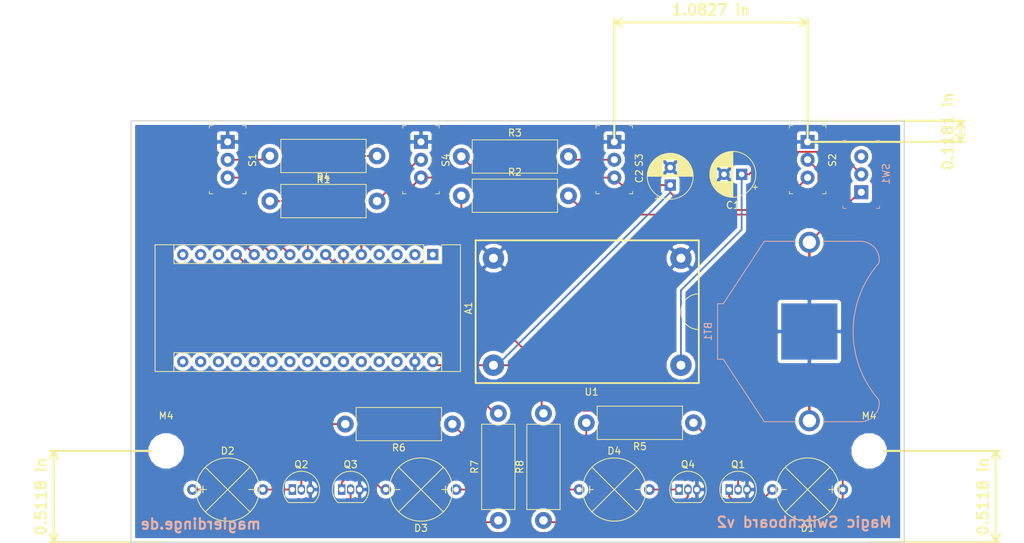
<source format=kicad_pcb>
(kicad_pcb (version 20171130) (host pcbnew 5.0.2-bee76a0~70~ubuntu18.04.1)

  (general
    (thickness 1.6)
    (drawings 10)
    (tracks 171)
    (zones 0)
    (modules 28)
    (nets 25)
  )

  (page A4)
  (title_block
    (title "Magic Switchboard")
    (date 2018-12-31)
    (rev v2)
    (company magierdinge.de)
  )

  (layers
    (0 F.Cu signal)
    (31 B.Cu signal hide)
    (32 B.Adhes user)
    (33 F.Adhes user)
    (34 B.Paste user)
    (35 F.Paste user)
    (36 B.SilkS user)
    (37 F.SilkS user)
    (38 B.Mask user)
    (39 F.Mask user)
    (40 Dwgs.User user)
    (41 Cmts.User user)
    (42 Eco1.User user)
    (43 Eco2.User user)
    (44 Edge.Cuts user)
    (45 Margin user)
    (46 B.CrtYd user)
    (47 F.CrtYd user)
    (48 B.Fab user)
    (49 F.Fab user)
  )

  (setup
    (last_trace_width 0.25)
    (trace_clearance 0.00254)
    (zone_clearance 0.508)
    (zone_45_only no)
    (trace_min 0.2)
    (segment_width 0.2)
    (edge_width 0.15)
    (via_size 0.8)
    (via_drill 0.4)
    (via_min_size 0.4)
    (via_min_drill 0.3)
    (uvia_size 0.5)
    (uvia_drill 0.3)
    (uvias_allowed yes)
    (uvia_min_size 0.5)
    (uvia_min_drill 0.3)
    (pcb_text_width 0.3)
    (pcb_text_size 1.5 1.5)
    (mod_edge_width 0.15)
    (mod_text_size 1 1)
    (mod_text_width 0.15)
    (pad_size 1.524 1.524)
    (pad_drill 0.762)
    (pad_to_mask_clearance 0.051)
    (solder_mask_min_width 0.25)
    (aux_axis_origin 0 0)
    (grid_origin 90 80)
    (visible_elements FFFFFF7F)
    (pcbplotparams
      (layerselection 0x010fc_ffffffff)
      (usegerberextensions false)
      (usegerberattributes false)
      (usegerberadvancedattributes false)
      (creategerberjobfile false)
      (excludeedgelayer true)
      (linewidth 0.100000)
      (plotframeref false)
      (viasonmask false)
      (mode 1)
      (useauxorigin false)
      (hpglpennumber 1)
      (hpglpenspeed 20)
      (hpglpendiameter 15.000000)
      (psnegative false)
      (psa4output false)
      (plotreference true)
      (plotvalue true)
      (plotinvisibletext false)
      (padsonsilk false)
      (subtractmaskfromsilk false)
      (outputformat 1)
      (mirror false)
      (drillshape 0)
      (scaleselection 1)
      (outputdirectory "gerbers/"))
  )

  (net 0 "")
  (net 1 "Net-(A1-Pad5)")
  (net 2 "Net-(A1-Pad6)")
  (net 3 "Net-(A1-Pad7)")
  (net 4 "Net-(A1-Pad8)")
  (net 5 "Net-(A1-Pad9)")
  (net 6 "Net-(A1-Pad10)")
  (net 7 "Net-(A1-Pad11)")
  (net 8 "Net-(A1-Pad12)")
  (net 9 GND)
  (net 10 VCC)
  (net 11 "Net-(BT1-Pad1)")
  (net 12 "Net-(C1-Pad1)")
  (net 13 "Net-(D1-Pad1)")
  (net 14 "Net-(D2-Pad1)")
  (net 15 "Net-(D3-Pad1)")
  (net 16 "Net-(D4-Pad1)")
  (net 17 "Net-(Q1-Pad2)")
  (net 18 "Net-(Q2-Pad2)")
  (net 19 "Net-(Q3-Pad2)")
  (net 20 "Net-(Q4-Pad2)")
  (net 21 "Net-(R1-Pad2)")
  (net 22 "Net-(R2-Pad2)")
  (net 23 "Net-(R3-Pad2)")
  (net 24 "Net-(R4-Pad2)")

  (net_class Default "This is the default net class."
    (clearance 0.00254)
    (trace_width 0.25)
    (via_dia 0.8)
    (via_drill 0.4)
    (uvia_dia 0.5)
    (uvia_drill 0.3)
    (add_net GND)
    (add_net "Net-(A1-Pad10)")
    (add_net "Net-(A1-Pad11)")
    (add_net "Net-(A1-Pad12)")
    (add_net "Net-(A1-Pad5)")
    (add_net "Net-(A1-Pad6)")
    (add_net "Net-(A1-Pad7)")
    (add_net "Net-(A1-Pad8)")
    (add_net "Net-(A1-Pad9)")
    (add_net "Net-(BT1-Pad1)")
    (add_net "Net-(C1-Pad1)")
    (add_net "Net-(D1-Pad1)")
    (add_net "Net-(D2-Pad1)")
    (add_net "Net-(D3-Pad1)")
    (add_net "Net-(D4-Pad1)")
    (add_net "Net-(Q1-Pad2)")
    (add_net "Net-(Q2-Pad2)")
    (add_net "Net-(Q3-Pad2)")
    (add_net "Net-(Q4-Pad2)")
    (add_net "Net-(R1-Pad2)")
    (add_net "Net-(R2-Pad2)")
    (add_net "Net-(R3-Pad2)")
    (add_net "Net-(R4-Pad2)")
    (add_net VCC)
  )

  (module MountingHole:MountingHole_4mm (layer F.Cu) (tedit 56D1B4CB) (tstamp 5C39AB1A)
    (at 95 127)
    (descr "Mounting Hole 4mm, no annular")
    (tags "mounting hole 4mm no annular")
    (attr virtual)
    (fp_text reference M4 (at 0 -5) (layer F.SilkS)
      (effects (font (size 1 1) (thickness 0.15)))
    )
    (fp_text value MountingHole_4mm (at 0 5) (layer F.Fab)
      (effects (font (size 1 1) (thickness 0.15)))
    )
    (fp_circle (center 0 0) (end 4.25 0) (layer F.CrtYd) (width 0.05))
    (fp_circle (center 0 0) (end 4 0) (layer Cmts.User) (width 0.15))
    (fp_text user %R (at 0.3 0) (layer F.Fab)
      (effects (font (size 1 1) (thickness 0.15)))
    )
    (pad 1 np_thru_hole circle (at 0 0) (size 4 4) (drill 4) (layers *.Cu *.Mask))
  )

  (module Module:Arduino_Nano (layer F.Cu) (tedit 58ACAF70) (tstamp 5C5A322D)
    (at 132.926 99.05 270)
    (descr "Arduino Nano, http://www.mouser.com/pdfdocs/Gravitech_Arduino_Nano3_0.pdf")
    (tags "Arduino Nano")
    (path /5C2A4DAB)
    (fp_text reference A1 (at 7.62 -5.08 270) (layer F.SilkS)
      (effects (font (size 1 1) (thickness 0.15)))
    )
    (fp_text value Arduino_Nano_v3.x (at 8.89 19.05) (layer F.Fab)
      (effects (font (size 1 1) (thickness 0.15)))
    )
    (fp_line (start 16.75 42.16) (end -1.53 42.16) (layer F.CrtYd) (width 0.05))
    (fp_line (start 16.75 42.16) (end 16.75 -4.06) (layer F.CrtYd) (width 0.05))
    (fp_line (start -1.53 -4.06) (end -1.53 42.16) (layer F.CrtYd) (width 0.05))
    (fp_line (start -1.53 -4.06) (end 16.75 -4.06) (layer F.CrtYd) (width 0.05))
    (fp_line (start 16.51 -3.81) (end 16.51 39.37) (layer F.Fab) (width 0.1))
    (fp_line (start 0 -3.81) (end 16.51 -3.81) (layer F.Fab) (width 0.1))
    (fp_line (start -1.27 -2.54) (end 0 -3.81) (layer F.Fab) (width 0.1))
    (fp_line (start -1.27 39.37) (end -1.27 -2.54) (layer F.Fab) (width 0.1))
    (fp_line (start 16.51 39.37) (end -1.27 39.37) (layer F.Fab) (width 0.1))
    (fp_line (start 16.64 -3.94) (end -1.4 -3.94) (layer F.SilkS) (width 0.12))
    (fp_line (start 16.64 39.5) (end 16.64 -3.94) (layer F.SilkS) (width 0.12))
    (fp_line (start -1.4 39.5) (end 16.64 39.5) (layer F.SilkS) (width 0.12))
    (fp_line (start 3.81 41.91) (end 3.81 31.75) (layer F.Fab) (width 0.1))
    (fp_line (start 11.43 41.91) (end 3.81 41.91) (layer F.Fab) (width 0.1))
    (fp_line (start 11.43 31.75) (end 11.43 41.91) (layer F.Fab) (width 0.1))
    (fp_line (start 3.81 31.75) (end 11.43 31.75) (layer F.Fab) (width 0.1))
    (fp_line (start 1.27 36.83) (end -1.4 36.83) (layer F.SilkS) (width 0.12))
    (fp_line (start 1.27 1.27) (end 1.27 36.83) (layer F.SilkS) (width 0.12))
    (fp_line (start 1.27 1.27) (end -1.4 1.27) (layer F.SilkS) (width 0.12))
    (fp_line (start 13.97 36.83) (end 16.64 36.83) (layer F.SilkS) (width 0.12))
    (fp_line (start 13.97 -1.27) (end 13.97 36.83) (layer F.SilkS) (width 0.12))
    (fp_line (start 13.97 -1.27) (end 16.64 -1.27) (layer F.SilkS) (width 0.12))
    (fp_line (start -1.4 -3.94) (end -1.4 -1.27) (layer F.SilkS) (width 0.12))
    (fp_line (start -1.4 1.27) (end -1.4 39.5) (layer F.SilkS) (width 0.12))
    (fp_line (start 1.27 -1.27) (end -1.4 -1.27) (layer F.SilkS) (width 0.12))
    (fp_line (start 1.27 1.27) (end 1.27 -1.27) (layer F.SilkS) (width 0.12))
    (fp_text user %R (at 6.35 19.05) (layer F.Fab)
      (effects (font (size 1 1) (thickness 0.15)))
    )
    (pad 16 thru_hole oval (at 15.24 35.56 270) (size 1.6 1.6) (drill 0.8) (layers *.Cu *.Mask))
    (pad 15 thru_hole oval (at 0 35.56 270) (size 1.6 1.6) (drill 0.8) (layers *.Cu *.Mask))
    (pad 30 thru_hole oval (at 15.24 0 270) (size 1.6 1.6) (drill 0.8) (layers *.Cu *.Mask)
      (net 10 VCC))
    (pad 14 thru_hole oval (at 0 33.02 270) (size 1.6 1.6) (drill 0.8) (layers *.Cu *.Mask))
    (pad 29 thru_hole oval (at 15.24 2.54 270) (size 1.6 1.6) (drill 0.8) (layers *.Cu *.Mask)
      (net 9 GND))
    (pad 13 thru_hole oval (at 0 30.48 270) (size 1.6 1.6) (drill 0.8) (layers *.Cu *.Mask))
    (pad 28 thru_hole oval (at 15.24 5.08 270) (size 1.6 1.6) (drill 0.8) (layers *.Cu *.Mask))
    (pad 12 thru_hole oval (at 0 27.94 270) (size 1.6 1.6) (drill 0.8) (layers *.Cu *.Mask)
      (net 8 "Net-(A1-Pad12)"))
    (pad 27 thru_hole oval (at 15.24 7.62 270) (size 1.6 1.6) (drill 0.8) (layers *.Cu *.Mask))
    (pad 11 thru_hole oval (at 0 25.4 270) (size 1.6 1.6) (drill 0.8) (layers *.Cu *.Mask)
      (net 7 "Net-(A1-Pad11)"))
    (pad 26 thru_hole oval (at 15.24 10.16 270) (size 1.6 1.6) (drill 0.8) (layers *.Cu *.Mask))
    (pad 10 thru_hole oval (at 0 22.86 270) (size 1.6 1.6) (drill 0.8) (layers *.Cu *.Mask)
      (net 6 "Net-(A1-Pad10)"))
    (pad 25 thru_hole oval (at 15.24 12.7 270) (size 1.6 1.6) (drill 0.8) (layers *.Cu *.Mask))
    (pad 9 thru_hole oval (at 0 20.32 270) (size 1.6 1.6) (drill 0.8) (layers *.Cu *.Mask)
      (net 5 "Net-(A1-Pad9)"))
    (pad 24 thru_hole oval (at 15.24 15.24 270) (size 1.6 1.6) (drill 0.8) (layers *.Cu *.Mask))
    (pad 8 thru_hole oval (at 0 17.78 270) (size 1.6 1.6) (drill 0.8) (layers *.Cu *.Mask)
      (net 4 "Net-(A1-Pad8)"))
    (pad 23 thru_hole oval (at 15.24 17.78 270) (size 1.6 1.6) (drill 0.8) (layers *.Cu *.Mask))
    (pad 7 thru_hole oval (at 0 15.24 270) (size 1.6 1.6) (drill 0.8) (layers *.Cu *.Mask)
      (net 3 "Net-(A1-Pad7)"))
    (pad 22 thru_hole oval (at 15.24 20.32 270) (size 1.6 1.6) (drill 0.8) (layers *.Cu *.Mask))
    (pad 6 thru_hole oval (at 0 12.7 270) (size 1.6 1.6) (drill 0.8) (layers *.Cu *.Mask)
      (net 2 "Net-(A1-Pad6)"))
    (pad 21 thru_hole oval (at 15.24 22.86 270) (size 1.6 1.6) (drill 0.8) (layers *.Cu *.Mask))
    (pad 5 thru_hole oval (at 0 10.16 270) (size 1.6 1.6) (drill 0.8) (layers *.Cu *.Mask)
      (net 1 "Net-(A1-Pad5)"))
    (pad 20 thru_hole oval (at 15.24 25.4 270) (size 1.6 1.6) (drill 0.8) (layers *.Cu *.Mask))
    (pad 4 thru_hole oval (at 0 7.62 270) (size 1.6 1.6) (drill 0.8) (layers *.Cu *.Mask))
    (pad 19 thru_hole oval (at 15.24 27.94 270) (size 1.6 1.6) (drill 0.8) (layers *.Cu *.Mask))
    (pad 3 thru_hole oval (at 0 5.08 270) (size 1.6 1.6) (drill 0.8) (layers *.Cu *.Mask))
    (pad 18 thru_hole oval (at 15.24 30.48 270) (size 1.6 1.6) (drill 0.8) (layers *.Cu *.Mask))
    (pad 2 thru_hole oval (at 0 2.54 270) (size 1.6 1.6) (drill 0.8) (layers *.Cu *.Mask))
    (pad 17 thru_hole oval (at 15.24 33.02 270) (size 1.6 1.6) (drill 0.8) (layers *.Cu *.Mask))
    (pad 1 thru_hole rect (at 0 0 270) (size 1.6 1.6) (drill 0.8) (layers *.Cu *.Mask))
    (model ${KISYS3DMOD}/Module.3dshapes/Arduino_Nano_WithMountingHoles.wrl
      (at (xyz 0 0 0))
      (scale (xyz 1 1 1))
      (rotate (xyz 0 0 0))
    )
  )

  (module Battery:BatteryHolder_Keystone_3009_1x2450 (layer B.Cu) (tedit 58972349) (tstamp 5C5A388C)
    (at 186.5 110 270)
    (descr http://www.keyelco.com/product-pdf.cfm?p=787)
    (tags "Keystone type 3009 coin cell retainer")
    (path /5C2A4986)
    (fp_text reference BT1 (at 0 14.4 270) (layer B.SilkS)
      (effects (font (size 1 1) (thickness 0.15)) (justify mirror))
    )
    (fp_text value 3V (at 0 -14 270) (layer B.Fab)
      (effects (font (size 1 1) (thickness 0.15)) (justify mirror))
    )
    (fp_line (start -4.45 12.55) (end -13.35 6.7) (layer B.CrtYd) (width 0.05))
    (fp_line (start -3.8 12.9) (end 3.8 12.9) (layer B.Fab) (width 0.1))
    (fp_line (start 3.8 12.9) (end 3.8 12.2) (layer B.Fab) (width 0.1))
    (fp_line (start -3.8 12.9) (end -3.8 12.2) (layer B.Fab) (width 0.1))
    (fp_line (start -3.8 12.2) (end -12.7 6.35) (layer B.Fab) (width 0.1))
    (fp_line (start 3.8 12.2) (end 12.7 6.35) (layer B.Fab) (width 0.1))
    (fp_line (start -3.95 12.25) (end -12.85 6.4) (layer B.SilkS) (width 0.12))
    (fp_line (start -3.95 13.05) (end -3.95 12.25) (layer B.SilkS) (width 0.12))
    (fp_line (start -3.95 13.05) (end 3.95 13.05) (layer B.SilkS) (width 0.12))
    (fp_line (start 3.95 13.05) (end 3.95 12.25) (layer B.SilkS) (width 0.12))
    (fp_line (start 3.95 12.25) (end 12.85 6.4) (layer B.SilkS) (width 0.12))
    (fp_line (start 4.45 12.55) (end 13.35 6.7) (layer B.CrtYd) (width 0.05))
    (fp_line (start -4.45 13.55) (end -4.45 12.55) (layer B.CrtYd) (width 0.05))
    (fp_line (start -4.45 13.55) (end 4.45 13.55) (layer B.CrtYd) (width 0.05))
    (fp_line (start 4.45 13.55) (end 4.45 12.55) (layer B.CrtYd) (width 0.05))
    (fp_line (start -12.7 6.35) (end -12.7 -7.3) (layer B.Fab) (width 0.1))
    (fp_line (start 12.7 6.35) (end 12.7 -7.3) (layer B.Fab) (width 0.1))
    (fp_line (start 13.35 -1.95) (end 13.35 -7.3) (layer B.CrtYd) (width 0.05))
    (fp_line (start -13.35 6.7) (end -13.35 1.95) (layer B.CrtYd) (width 0.05))
    (fp_line (start -13.35 -1.95) (end -13.35 -7.3) (layer B.CrtYd) (width 0.05))
    (fp_line (start 13.35 6.7) (end 13.35 1.95) (layer B.CrtYd) (width 0.05))
    (fp_line (start -12.85 6.4) (end -12.85 1.9) (layer B.SilkS) (width 0.12))
    (fp_line (start 12.85 6.4) (end 12.85 1.9) (layer B.SilkS) (width 0.12))
    (fp_circle (center 0 0) (end 12.25 0) (layer Dwgs.User) (width 0.15))
    (fp_arc (start -10.15 -7.25) (end -10.15 -9.8) (angle -90) (layer B.Fab) (width 0.1))
    (fp_arc (start 10.15 -7.25) (end 10.15 -9.8) (angle 90) (layer B.Fab) (width 0.1))
    (fp_line (start -12.85 -1.9) (end -12.85 -7.3) (layer B.SilkS) (width 0.12))
    (fp_line (start 12.85 -1.9) (end 12.85 -7.3) (layer B.SilkS) (width 0.12))
    (fp_arc (start 10.15 -7.25) (end 10.15 -9.95) (angle 90) (layer B.SilkS) (width 0.12))
    (fp_arc (start -10.15 -7.25) (end -10.15 -9.95) (angle -90) (layer B.SilkS) (width 0.12))
    (fp_arc (start 0 -21) (end -9.6 -9.58) (angle -80) (layer B.Fab) (width 0.1))
    (fp_arc (start -10.15 -9) (end -10.15 -9.8) (angle 45) (layer B.Fab) (width 0.1))
    (fp_arc (start 10.15 -9) (end 10.15 -9.8) (angle -45) (layer B.Fab) (width 0.1))
    (fp_arc (start -10.15 -9) (end -10.15 -9.95) (angle 45) (layer B.SilkS) (width 0.12))
    (fp_arc (start 10.15 -9) (end 10.15 -9.95) (angle -45) (layer B.SilkS) (width 0.12))
    (fp_arc (start 0 -21) (end -9.55 -9.73) (angle -80) (layer B.SilkS) (width 0.12))
    (fp_arc (start -12.7 0) (end -13.35 -1.95) (angle -143) (layer B.CrtYd) (width 0.05))
    (fp_arc (start 12.7 0) (end 13.35 -1.95) (angle 143) (layer B.CrtYd) (width 0.05))
    (fp_arc (start -10.15 -7.25) (end -10.15 -10.45) (angle -90) (layer B.CrtYd) (width 0.05))
    (fp_arc (start 10.15 -7.25) (end 10.15 -10.45) (angle 90) (layer B.CrtYd) (width 0.05))
    (fp_arc (start -10.15 -9) (end -10.15 -10.45) (angle 45) (layer B.CrtYd) (width 0.05))
    (fp_arc (start 10.15 -9) (end 10.15 -10.45) (angle -45) (layer B.CrtYd) (width 0.05))
    (fp_arc (start 0 -21) (end -9.15 -10.05) (angle -3.2) (layer B.CrtYd) (width 0.05))
    (fp_arc (start 0 0) (end 0 -12.8) (angle -41.7) (layer B.CrtYd) (width 0.05))
    (fp_arc (start 0 -21) (end 9.15 -10.05) (angle 3.2) (layer B.CrtYd) (width 0.05))
    (fp_arc (start 0 0) (end 0 -12.8) (angle 41.7) (layer B.CrtYd) (width 0.05))
    (fp_text user %R (at 0 0 270) (layer B.Fab)
      (effects (font (size 1 1) (thickness 0.15)) (justify mirror))
    )
    (pad 2 smd rect (at 0 0 270) (size 8 8) (layers B.Cu B.Mask)
      (net 9 GND))
    (pad 1 thru_hole circle (at 12.7 0 270) (size 3 3) (drill 1.9) (layers *.Cu *.Mask)
      (net 11 "Net-(BT1-Pad1)"))
    (pad 1 thru_hole circle (at -12.7 0 270) (size 3 3) (drill 1.9) (layers *.Cu *.Mask)
      (net 11 "Net-(BT1-Pad1)"))
    (model ${KISYS3DMOD}/Battery.3dshapes/BatteryHolder_Keystone_3009_1x2450.wrl
      (at (xyz 0 0 0))
      (scale (xyz 1 1 1))
      (rotate (xyz 0 0 0))
    )
  )

  (module Capacitor_THT:CP_Radial_D6.3mm_P2.50mm (layer F.Cu) (tedit 5AE50EF0) (tstamp 5C5A4E03)
    (at 176.868 87.62 180)
    (descr "CP, Radial series, Radial, pin pitch=2.50mm, , diameter=6.3mm, Electrolytic Capacitor")
    (tags "CP Radial series Radial pin pitch 2.50mm  diameter 6.3mm Electrolytic Capacitor")
    (path /5C2CDA79)
    (fp_text reference C1 (at 1.25 -4.4 180) (layer F.SilkS)
      (effects (font (size 1 1) (thickness 0.15)))
    )
    (fp_text value 100uF (at 1.25 4.4 180) (layer F.Fab)
      (effects (font (size 1 1) (thickness 0.15)))
    )
    (fp_text user %R (at 1.25 0 180) (layer F.Fab)
      (effects (font (size 1 1) (thickness 0.15)))
    )
    (fp_line (start -1.935241 -2.154) (end -1.935241 -1.524) (layer F.SilkS) (width 0.12))
    (fp_line (start -2.250241 -1.839) (end -1.620241 -1.839) (layer F.SilkS) (width 0.12))
    (fp_line (start 4.491 -0.402) (end 4.491 0.402) (layer F.SilkS) (width 0.12))
    (fp_line (start 4.451 -0.633) (end 4.451 0.633) (layer F.SilkS) (width 0.12))
    (fp_line (start 4.411 -0.802) (end 4.411 0.802) (layer F.SilkS) (width 0.12))
    (fp_line (start 4.371 -0.94) (end 4.371 0.94) (layer F.SilkS) (width 0.12))
    (fp_line (start 4.331 -1.059) (end 4.331 1.059) (layer F.SilkS) (width 0.12))
    (fp_line (start 4.291 -1.165) (end 4.291 1.165) (layer F.SilkS) (width 0.12))
    (fp_line (start 4.251 -1.262) (end 4.251 1.262) (layer F.SilkS) (width 0.12))
    (fp_line (start 4.211 -1.35) (end 4.211 1.35) (layer F.SilkS) (width 0.12))
    (fp_line (start 4.171 -1.432) (end 4.171 1.432) (layer F.SilkS) (width 0.12))
    (fp_line (start 4.131 -1.509) (end 4.131 1.509) (layer F.SilkS) (width 0.12))
    (fp_line (start 4.091 -1.581) (end 4.091 1.581) (layer F.SilkS) (width 0.12))
    (fp_line (start 4.051 -1.65) (end 4.051 1.65) (layer F.SilkS) (width 0.12))
    (fp_line (start 4.011 -1.714) (end 4.011 1.714) (layer F.SilkS) (width 0.12))
    (fp_line (start 3.971 -1.776) (end 3.971 1.776) (layer F.SilkS) (width 0.12))
    (fp_line (start 3.931 -1.834) (end 3.931 1.834) (layer F.SilkS) (width 0.12))
    (fp_line (start 3.891 -1.89) (end 3.891 1.89) (layer F.SilkS) (width 0.12))
    (fp_line (start 3.851 -1.944) (end 3.851 1.944) (layer F.SilkS) (width 0.12))
    (fp_line (start 3.811 -1.995) (end 3.811 1.995) (layer F.SilkS) (width 0.12))
    (fp_line (start 3.771 -2.044) (end 3.771 2.044) (layer F.SilkS) (width 0.12))
    (fp_line (start 3.731 -2.092) (end 3.731 2.092) (layer F.SilkS) (width 0.12))
    (fp_line (start 3.691 -2.137) (end 3.691 2.137) (layer F.SilkS) (width 0.12))
    (fp_line (start 3.651 -2.182) (end 3.651 2.182) (layer F.SilkS) (width 0.12))
    (fp_line (start 3.611 -2.224) (end 3.611 2.224) (layer F.SilkS) (width 0.12))
    (fp_line (start 3.571 -2.265) (end 3.571 2.265) (layer F.SilkS) (width 0.12))
    (fp_line (start 3.531 1.04) (end 3.531 2.305) (layer F.SilkS) (width 0.12))
    (fp_line (start 3.531 -2.305) (end 3.531 -1.04) (layer F.SilkS) (width 0.12))
    (fp_line (start 3.491 1.04) (end 3.491 2.343) (layer F.SilkS) (width 0.12))
    (fp_line (start 3.491 -2.343) (end 3.491 -1.04) (layer F.SilkS) (width 0.12))
    (fp_line (start 3.451 1.04) (end 3.451 2.38) (layer F.SilkS) (width 0.12))
    (fp_line (start 3.451 -2.38) (end 3.451 -1.04) (layer F.SilkS) (width 0.12))
    (fp_line (start 3.411 1.04) (end 3.411 2.416) (layer F.SilkS) (width 0.12))
    (fp_line (start 3.411 -2.416) (end 3.411 -1.04) (layer F.SilkS) (width 0.12))
    (fp_line (start 3.371 1.04) (end 3.371 2.45) (layer F.SilkS) (width 0.12))
    (fp_line (start 3.371 -2.45) (end 3.371 -1.04) (layer F.SilkS) (width 0.12))
    (fp_line (start 3.331 1.04) (end 3.331 2.484) (layer F.SilkS) (width 0.12))
    (fp_line (start 3.331 -2.484) (end 3.331 -1.04) (layer F.SilkS) (width 0.12))
    (fp_line (start 3.291 1.04) (end 3.291 2.516) (layer F.SilkS) (width 0.12))
    (fp_line (start 3.291 -2.516) (end 3.291 -1.04) (layer F.SilkS) (width 0.12))
    (fp_line (start 3.251 1.04) (end 3.251 2.548) (layer F.SilkS) (width 0.12))
    (fp_line (start 3.251 -2.548) (end 3.251 -1.04) (layer F.SilkS) (width 0.12))
    (fp_line (start 3.211 1.04) (end 3.211 2.578) (layer F.SilkS) (width 0.12))
    (fp_line (start 3.211 -2.578) (end 3.211 -1.04) (layer F.SilkS) (width 0.12))
    (fp_line (start 3.171 1.04) (end 3.171 2.607) (layer F.SilkS) (width 0.12))
    (fp_line (start 3.171 -2.607) (end 3.171 -1.04) (layer F.SilkS) (width 0.12))
    (fp_line (start 3.131 1.04) (end 3.131 2.636) (layer F.SilkS) (width 0.12))
    (fp_line (start 3.131 -2.636) (end 3.131 -1.04) (layer F.SilkS) (width 0.12))
    (fp_line (start 3.091 1.04) (end 3.091 2.664) (layer F.SilkS) (width 0.12))
    (fp_line (start 3.091 -2.664) (end 3.091 -1.04) (layer F.SilkS) (width 0.12))
    (fp_line (start 3.051 1.04) (end 3.051 2.69) (layer F.SilkS) (width 0.12))
    (fp_line (start 3.051 -2.69) (end 3.051 -1.04) (layer F.SilkS) (width 0.12))
    (fp_line (start 3.011 1.04) (end 3.011 2.716) (layer F.SilkS) (width 0.12))
    (fp_line (start 3.011 -2.716) (end 3.011 -1.04) (layer F.SilkS) (width 0.12))
    (fp_line (start 2.971 1.04) (end 2.971 2.742) (layer F.SilkS) (width 0.12))
    (fp_line (start 2.971 -2.742) (end 2.971 -1.04) (layer F.SilkS) (width 0.12))
    (fp_line (start 2.931 1.04) (end 2.931 2.766) (layer F.SilkS) (width 0.12))
    (fp_line (start 2.931 -2.766) (end 2.931 -1.04) (layer F.SilkS) (width 0.12))
    (fp_line (start 2.891 1.04) (end 2.891 2.79) (layer F.SilkS) (width 0.12))
    (fp_line (start 2.891 -2.79) (end 2.891 -1.04) (layer F.SilkS) (width 0.12))
    (fp_line (start 2.851 1.04) (end 2.851 2.812) (layer F.SilkS) (width 0.12))
    (fp_line (start 2.851 -2.812) (end 2.851 -1.04) (layer F.SilkS) (width 0.12))
    (fp_line (start 2.811 1.04) (end 2.811 2.834) (layer F.SilkS) (width 0.12))
    (fp_line (start 2.811 -2.834) (end 2.811 -1.04) (layer F.SilkS) (width 0.12))
    (fp_line (start 2.771 1.04) (end 2.771 2.856) (layer F.SilkS) (width 0.12))
    (fp_line (start 2.771 -2.856) (end 2.771 -1.04) (layer F.SilkS) (width 0.12))
    (fp_line (start 2.731 1.04) (end 2.731 2.876) (layer F.SilkS) (width 0.12))
    (fp_line (start 2.731 -2.876) (end 2.731 -1.04) (layer F.SilkS) (width 0.12))
    (fp_line (start 2.691 1.04) (end 2.691 2.896) (layer F.SilkS) (width 0.12))
    (fp_line (start 2.691 -2.896) (end 2.691 -1.04) (layer F.SilkS) (width 0.12))
    (fp_line (start 2.651 1.04) (end 2.651 2.916) (layer F.SilkS) (width 0.12))
    (fp_line (start 2.651 -2.916) (end 2.651 -1.04) (layer F.SilkS) (width 0.12))
    (fp_line (start 2.611 1.04) (end 2.611 2.934) (layer F.SilkS) (width 0.12))
    (fp_line (start 2.611 -2.934) (end 2.611 -1.04) (layer F.SilkS) (width 0.12))
    (fp_line (start 2.571 1.04) (end 2.571 2.952) (layer F.SilkS) (width 0.12))
    (fp_line (start 2.571 -2.952) (end 2.571 -1.04) (layer F.SilkS) (width 0.12))
    (fp_line (start 2.531 1.04) (end 2.531 2.97) (layer F.SilkS) (width 0.12))
    (fp_line (start 2.531 -2.97) (end 2.531 -1.04) (layer F.SilkS) (width 0.12))
    (fp_line (start 2.491 1.04) (end 2.491 2.986) (layer F.SilkS) (width 0.12))
    (fp_line (start 2.491 -2.986) (end 2.491 -1.04) (layer F.SilkS) (width 0.12))
    (fp_line (start 2.451 1.04) (end 2.451 3.002) (layer F.SilkS) (width 0.12))
    (fp_line (start 2.451 -3.002) (end 2.451 -1.04) (layer F.SilkS) (width 0.12))
    (fp_line (start 2.411 1.04) (end 2.411 3.018) (layer F.SilkS) (width 0.12))
    (fp_line (start 2.411 -3.018) (end 2.411 -1.04) (layer F.SilkS) (width 0.12))
    (fp_line (start 2.371 1.04) (end 2.371 3.033) (layer F.SilkS) (width 0.12))
    (fp_line (start 2.371 -3.033) (end 2.371 -1.04) (layer F.SilkS) (width 0.12))
    (fp_line (start 2.331 1.04) (end 2.331 3.047) (layer F.SilkS) (width 0.12))
    (fp_line (start 2.331 -3.047) (end 2.331 -1.04) (layer F.SilkS) (width 0.12))
    (fp_line (start 2.291 1.04) (end 2.291 3.061) (layer F.SilkS) (width 0.12))
    (fp_line (start 2.291 -3.061) (end 2.291 -1.04) (layer F.SilkS) (width 0.12))
    (fp_line (start 2.251 1.04) (end 2.251 3.074) (layer F.SilkS) (width 0.12))
    (fp_line (start 2.251 -3.074) (end 2.251 -1.04) (layer F.SilkS) (width 0.12))
    (fp_line (start 2.211 1.04) (end 2.211 3.086) (layer F.SilkS) (width 0.12))
    (fp_line (start 2.211 -3.086) (end 2.211 -1.04) (layer F.SilkS) (width 0.12))
    (fp_line (start 2.171 1.04) (end 2.171 3.098) (layer F.SilkS) (width 0.12))
    (fp_line (start 2.171 -3.098) (end 2.171 -1.04) (layer F.SilkS) (width 0.12))
    (fp_line (start 2.131 1.04) (end 2.131 3.11) (layer F.SilkS) (width 0.12))
    (fp_line (start 2.131 -3.11) (end 2.131 -1.04) (layer F.SilkS) (width 0.12))
    (fp_line (start 2.091 1.04) (end 2.091 3.121) (layer F.SilkS) (width 0.12))
    (fp_line (start 2.091 -3.121) (end 2.091 -1.04) (layer F.SilkS) (width 0.12))
    (fp_line (start 2.051 1.04) (end 2.051 3.131) (layer F.SilkS) (width 0.12))
    (fp_line (start 2.051 -3.131) (end 2.051 -1.04) (layer F.SilkS) (width 0.12))
    (fp_line (start 2.011 1.04) (end 2.011 3.141) (layer F.SilkS) (width 0.12))
    (fp_line (start 2.011 -3.141) (end 2.011 -1.04) (layer F.SilkS) (width 0.12))
    (fp_line (start 1.971 1.04) (end 1.971 3.15) (layer F.SilkS) (width 0.12))
    (fp_line (start 1.971 -3.15) (end 1.971 -1.04) (layer F.SilkS) (width 0.12))
    (fp_line (start 1.93 1.04) (end 1.93 3.159) (layer F.SilkS) (width 0.12))
    (fp_line (start 1.93 -3.159) (end 1.93 -1.04) (layer F.SilkS) (width 0.12))
    (fp_line (start 1.89 1.04) (end 1.89 3.167) (layer F.SilkS) (width 0.12))
    (fp_line (start 1.89 -3.167) (end 1.89 -1.04) (layer F.SilkS) (width 0.12))
    (fp_line (start 1.85 1.04) (end 1.85 3.175) (layer F.SilkS) (width 0.12))
    (fp_line (start 1.85 -3.175) (end 1.85 -1.04) (layer F.SilkS) (width 0.12))
    (fp_line (start 1.81 1.04) (end 1.81 3.182) (layer F.SilkS) (width 0.12))
    (fp_line (start 1.81 -3.182) (end 1.81 -1.04) (layer F.SilkS) (width 0.12))
    (fp_line (start 1.77 1.04) (end 1.77 3.189) (layer F.SilkS) (width 0.12))
    (fp_line (start 1.77 -3.189) (end 1.77 -1.04) (layer F.SilkS) (width 0.12))
    (fp_line (start 1.73 1.04) (end 1.73 3.195) (layer F.SilkS) (width 0.12))
    (fp_line (start 1.73 -3.195) (end 1.73 -1.04) (layer F.SilkS) (width 0.12))
    (fp_line (start 1.69 1.04) (end 1.69 3.201) (layer F.SilkS) (width 0.12))
    (fp_line (start 1.69 -3.201) (end 1.69 -1.04) (layer F.SilkS) (width 0.12))
    (fp_line (start 1.65 1.04) (end 1.65 3.206) (layer F.SilkS) (width 0.12))
    (fp_line (start 1.65 -3.206) (end 1.65 -1.04) (layer F.SilkS) (width 0.12))
    (fp_line (start 1.61 1.04) (end 1.61 3.211) (layer F.SilkS) (width 0.12))
    (fp_line (start 1.61 -3.211) (end 1.61 -1.04) (layer F.SilkS) (width 0.12))
    (fp_line (start 1.57 1.04) (end 1.57 3.215) (layer F.SilkS) (width 0.12))
    (fp_line (start 1.57 -3.215) (end 1.57 -1.04) (layer F.SilkS) (width 0.12))
    (fp_line (start 1.53 1.04) (end 1.53 3.218) (layer F.SilkS) (width 0.12))
    (fp_line (start 1.53 -3.218) (end 1.53 -1.04) (layer F.SilkS) (width 0.12))
    (fp_line (start 1.49 1.04) (end 1.49 3.222) (layer F.SilkS) (width 0.12))
    (fp_line (start 1.49 -3.222) (end 1.49 -1.04) (layer F.SilkS) (width 0.12))
    (fp_line (start 1.45 -3.224) (end 1.45 3.224) (layer F.SilkS) (width 0.12))
    (fp_line (start 1.41 -3.227) (end 1.41 3.227) (layer F.SilkS) (width 0.12))
    (fp_line (start 1.37 -3.228) (end 1.37 3.228) (layer F.SilkS) (width 0.12))
    (fp_line (start 1.33 -3.23) (end 1.33 3.23) (layer F.SilkS) (width 0.12))
    (fp_line (start 1.29 -3.23) (end 1.29 3.23) (layer F.SilkS) (width 0.12))
    (fp_line (start 1.25 -3.23) (end 1.25 3.23) (layer F.SilkS) (width 0.12))
    (fp_line (start -1.128972 -1.6885) (end -1.128972 -1.0585) (layer F.Fab) (width 0.1))
    (fp_line (start -1.443972 -1.3735) (end -0.813972 -1.3735) (layer F.Fab) (width 0.1))
    (fp_circle (center 1.25 0) (end 4.65 0) (layer F.CrtYd) (width 0.05))
    (fp_circle (center 1.25 0) (end 4.52 0) (layer F.SilkS) (width 0.12))
    (fp_circle (center 1.25 0) (end 4.4 0) (layer F.Fab) (width 0.1))
    (pad 2 thru_hole circle (at 2.5 0 180) (size 1.6 1.6) (drill 0.8) (layers *.Cu *.Mask)
      (net 9 GND))
    (pad 1 thru_hole rect (at 0 0 180) (size 1.6 1.6) (drill 0.8) (layers *.Cu *.Mask)
      (net 12 "Net-(C1-Pad1)"))
    (model ${KISYS3DMOD}/Capacitor_THT.3dshapes/CP_Radial_D6.3mm_P2.50mm.wrl
      (at (xyz 0 0 0))
      (scale (xyz 1 1 1))
      (rotate (xyz 0 0 0))
    )
  )

  (module Capacitor_THT:CP_Radial_D6.3mm_P2.50mm (layer F.Cu) (tedit 5AE50EF0) (tstamp 5C5A39B3)
    (at 166.708 89.144 90)
    (descr "CP, Radial series, Radial, pin pitch=2.50mm, , diameter=6.3mm, Electrolytic Capacitor")
    (tags "CP Radial series Radial pin pitch 2.50mm  diameter 6.3mm Electrolytic Capacitor")
    (path /5C2D5FC7)
    (fp_text reference C2 (at 1.25 -4.4 90) (layer F.SilkS)
      (effects (font (size 1 1) (thickness 0.15)))
    )
    (fp_text value 100uF (at 1.25 4.4 90) (layer F.Fab)
      (effects (font (size 1 1) (thickness 0.15)))
    )
    (fp_text user %R (at 1.25 0 90) (layer F.Fab)
      (effects (font (size 1 1) (thickness 0.15)))
    )
    (fp_line (start -1.935241 -2.154) (end -1.935241 -1.524) (layer F.SilkS) (width 0.12))
    (fp_line (start -2.250241 -1.839) (end -1.620241 -1.839) (layer F.SilkS) (width 0.12))
    (fp_line (start 4.491 -0.402) (end 4.491 0.402) (layer F.SilkS) (width 0.12))
    (fp_line (start 4.451 -0.633) (end 4.451 0.633) (layer F.SilkS) (width 0.12))
    (fp_line (start 4.411 -0.802) (end 4.411 0.802) (layer F.SilkS) (width 0.12))
    (fp_line (start 4.371 -0.94) (end 4.371 0.94) (layer F.SilkS) (width 0.12))
    (fp_line (start 4.331 -1.059) (end 4.331 1.059) (layer F.SilkS) (width 0.12))
    (fp_line (start 4.291 -1.165) (end 4.291 1.165) (layer F.SilkS) (width 0.12))
    (fp_line (start 4.251 -1.262) (end 4.251 1.262) (layer F.SilkS) (width 0.12))
    (fp_line (start 4.211 -1.35) (end 4.211 1.35) (layer F.SilkS) (width 0.12))
    (fp_line (start 4.171 -1.432) (end 4.171 1.432) (layer F.SilkS) (width 0.12))
    (fp_line (start 4.131 -1.509) (end 4.131 1.509) (layer F.SilkS) (width 0.12))
    (fp_line (start 4.091 -1.581) (end 4.091 1.581) (layer F.SilkS) (width 0.12))
    (fp_line (start 4.051 -1.65) (end 4.051 1.65) (layer F.SilkS) (width 0.12))
    (fp_line (start 4.011 -1.714) (end 4.011 1.714) (layer F.SilkS) (width 0.12))
    (fp_line (start 3.971 -1.776) (end 3.971 1.776) (layer F.SilkS) (width 0.12))
    (fp_line (start 3.931 -1.834) (end 3.931 1.834) (layer F.SilkS) (width 0.12))
    (fp_line (start 3.891 -1.89) (end 3.891 1.89) (layer F.SilkS) (width 0.12))
    (fp_line (start 3.851 -1.944) (end 3.851 1.944) (layer F.SilkS) (width 0.12))
    (fp_line (start 3.811 -1.995) (end 3.811 1.995) (layer F.SilkS) (width 0.12))
    (fp_line (start 3.771 -2.044) (end 3.771 2.044) (layer F.SilkS) (width 0.12))
    (fp_line (start 3.731 -2.092) (end 3.731 2.092) (layer F.SilkS) (width 0.12))
    (fp_line (start 3.691 -2.137) (end 3.691 2.137) (layer F.SilkS) (width 0.12))
    (fp_line (start 3.651 -2.182) (end 3.651 2.182) (layer F.SilkS) (width 0.12))
    (fp_line (start 3.611 -2.224) (end 3.611 2.224) (layer F.SilkS) (width 0.12))
    (fp_line (start 3.571 -2.265) (end 3.571 2.265) (layer F.SilkS) (width 0.12))
    (fp_line (start 3.531 1.04) (end 3.531 2.305) (layer F.SilkS) (width 0.12))
    (fp_line (start 3.531 -2.305) (end 3.531 -1.04) (layer F.SilkS) (width 0.12))
    (fp_line (start 3.491 1.04) (end 3.491 2.343) (layer F.SilkS) (width 0.12))
    (fp_line (start 3.491 -2.343) (end 3.491 -1.04) (layer F.SilkS) (width 0.12))
    (fp_line (start 3.451 1.04) (end 3.451 2.38) (layer F.SilkS) (width 0.12))
    (fp_line (start 3.451 -2.38) (end 3.451 -1.04) (layer F.SilkS) (width 0.12))
    (fp_line (start 3.411 1.04) (end 3.411 2.416) (layer F.SilkS) (width 0.12))
    (fp_line (start 3.411 -2.416) (end 3.411 -1.04) (layer F.SilkS) (width 0.12))
    (fp_line (start 3.371 1.04) (end 3.371 2.45) (layer F.SilkS) (width 0.12))
    (fp_line (start 3.371 -2.45) (end 3.371 -1.04) (layer F.SilkS) (width 0.12))
    (fp_line (start 3.331 1.04) (end 3.331 2.484) (layer F.SilkS) (width 0.12))
    (fp_line (start 3.331 -2.484) (end 3.331 -1.04) (layer F.SilkS) (width 0.12))
    (fp_line (start 3.291 1.04) (end 3.291 2.516) (layer F.SilkS) (width 0.12))
    (fp_line (start 3.291 -2.516) (end 3.291 -1.04) (layer F.SilkS) (width 0.12))
    (fp_line (start 3.251 1.04) (end 3.251 2.548) (layer F.SilkS) (width 0.12))
    (fp_line (start 3.251 -2.548) (end 3.251 -1.04) (layer F.SilkS) (width 0.12))
    (fp_line (start 3.211 1.04) (end 3.211 2.578) (layer F.SilkS) (width 0.12))
    (fp_line (start 3.211 -2.578) (end 3.211 -1.04) (layer F.SilkS) (width 0.12))
    (fp_line (start 3.171 1.04) (end 3.171 2.607) (layer F.SilkS) (width 0.12))
    (fp_line (start 3.171 -2.607) (end 3.171 -1.04) (layer F.SilkS) (width 0.12))
    (fp_line (start 3.131 1.04) (end 3.131 2.636) (layer F.SilkS) (width 0.12))
    (fp_line (start 3.131 -2.636) (end 3.131 -1.04) (layer F.SilkS) (width 0.12))
    (fp_line (start 3.091 1.04) (end 3.091 2.664) (layer F.SilkS) (width 0.12))
    (fp_line (start 3.091 -2.664) (end 3.091 -1.04) (layer F.SilkS) (width 0.12))
    (fp_line (start 3.051 1.04) (end 3.051 2.69) (layer F.SilkS) (width 0.12))
    (fp_line (start 3.051 -2.69) (end 3.051 -1.04) (layer F.SilkS) (width 0.12))
    (fp_line (start 3.011 1.04) (end 3.011 2.716) (layer F.SilkS) (width 0.12))
    (fp_line (start 3.011 -2.716) (end 3.011 -1.04) (layer F.SilkS) (width 0.12))
    (fp_line (start 2.971 1.04) (end 2.971 2.742) (layer F.SilkS) (width 0.12))
    (fp_line (start 2.971 -2.742) (end 2.971 -1.04) (layer F.SilkS) (width 0.12))
    (fp_line (start 2.931 1.04) (end 2.931 2.766) (layer F.SilkS) (width 0.12))
    (fp_line (start 2.931 -2.766) (end 2.931 -1.04) (layer F.SilkS) (width 0.12))
    (fp_line (start 2.891 1.04) (end 2.891 2.79) (layer F.SilkS) (width 0.12))
    (fp_line (start 2.891 -2.79) (end 2.891 -1.04) (layer F.SilkS) (width 0.12))
    (fp_line (start 2.851 1.04) (end 2.851 2.812) (layer F.SilkS) (width 0.12))
    (fp_line (start 2.851 -2.812) (end 2.851 -1.04) (layer F.SilkS) (width 0.12))
    (fp_line (start 2.811 1.04) (end 2.811 2.834) (layer F.SilkS) (width 0.12))
    (fp_line (start 2.811 -2.834) (end 2.811 -1.04) (layer F.SilkS) (width 0.12))
    (fp_line (start 2.771 1.04) (end 2.771 2.856) (layer F.SilkS) (width 0.12))
    (fp_line (start 2.771 -2.856) (end 2.771 -1.04) (layer F.SilkS) (width 0.12))
    (fp_line (start 2.731 1.04) (end 2.731 2.876) (layer F.SilkS) (width 0.12))
    (fp_line (start 2.731 -2.876) (end 2.731 -1.04) (layer F.SilkS) (width 0.12))
    (fp_line (start 2.691 1.04) (end 2.691 2.896) (layer F.SilkS) (width 0.12))
    (fp_line (start 2.691 -2.896) (end 2.691 -1.04) (layer F.SilkS) (width 0.12))
    (fp_line (start 2.651 1.04) (end 2.651 2.916) (layer F.SilkS) (width 0.12))
    (fp_line (start 2.651 -2.916) (end 2.651 -1.04) (layer F.SilkS) (width 0.12))
    (fp_line (start 2.611 1.04) (end 2.611 2.934) (layer F.SilkS) (width 0.12))
    (fp_line (start 2.611 -2.934) (end 2.611 -1.04) (layer F.SilkS) (width 0.12))
    (fp_line (start 2.571 1.04) (end 2.571 2.952) (layer F.SilkS) (width 0.12))
    (fp_line (start 2.571 -2.952) (end 2.571 -1.04) (layer F.SilkS) (width 0.12))
    (fp_line (start 2.531 1.04) (end 2.531 2.97) (layer F.SilkS) (width 0.12))
    (fp_line (start 2.531 -2.97) (end 2.531 -1.04) (layer F.SilkS) (width 0.12))
    (fp_line (start 2.491 1.04) (end 2.491 2.986) (layer F.SilkS) (width 0.12))
    (fp_line (start 2.491 -2.986) (end 2.491 -1.04) (layer F.SilkS) (width 0.12))
    (fp_line (start 2.451 1.04) (end 2.451 3.002) (layer F.SilkS) (width 0.12))
    (fp_line (start 2.451 -3.002) (end 2.451 -1.04) (layer F.SilkS) (width 0.12))
    (fp_line (start 2.411 1.04) (end 2.411 3.018) (layer F.SilkS) (width 0.12))
    (fp_line (start 2.411 -3.018) (end 2.411 -1.04) (layer F.SilkS) (width 0.12))
    (fp_line (start 2.371 1.04) (end 2.371 3.033) (layer F.SilkS) (width 0.12))
    (fp_line (start 2.371 -3.033) (end 2.371 -1.04) (layer F.SilkS) (width 0.12))
    (fp_line (start 2.331 1.04) (end 2.331 3.047) (layer F.SilkS) (width 0.12))
    (fp_line (start 2.331 -3.047) (end 2.331 -1.04) (layer F.SilkS) (width 0.12))
    (fp_line (start 2.291 1.04) (end 2.291 3.061) (layer F.SilkS) (width 0.12))
    (fp_line (start 2.291 -3.061) (end 2.291 -1.04) (layer F.SilkS) (width 0.12))
    (fp_line (start 2.251 1.04) (end 2.251 3.074) (layer F.SilkS) (width 0.12))
    (fp_line (start 2.251 -3.074) (end 2.251 -1.04) (layer F.SilkS) (width 0.12))
    (fp_line (start 2.211 1.04) (end 2.211 3.086) (layer F.SilkS) (width 0.12))
    (fp_line (start 2.211 -3.086) (end 2.211 -1.04) (layer F.SilkS) (width 0.12))
    (fp_line (start 2.171 1.04) (end 2.171 3.098) (layer F.SilkS) (width 0.12))
    (fp_line (start 2.171 -3.098) (end 2.171 -1.04) (layer F.SilkS) (width 0.12))
    (fp_line (start 2.131 1.04) (end 2.131 3.11) (layer F.SilkS) (width 0.12))
    (fp_line (start 2.131 -3.11) (end 2.131 -1.04) (layer F.SilkS) (width 0.12))
    (fp_line (start 2.091 1.04) (end 2.091 3.121) (layer F.SilkS) (width 0.12))
    (fp_line (start 2.091 -3.121) (end 2.091 -1.04) (layer F.SilkS) (width 0.12))
    (fp_line (start 2.051 1.04) (end 2.051 3.131) (layer F.SilkS) (width 0.12))
    (fp_line (start 2.051 -3.131) (end 2.051 -1.04) (layer F.SilkS) (width 0.12))
    (fp_line (start 2.011 1.04) (end 2.011 3.141) (layer F.SilkS) (width 0.12))
    (fp_line (start 2.011 -3.141) (end 2.011 -1.04) (layer F.SilkS) (width 0.12))
    (fp_line (start 1.971 1.04) (end 1.971 3.15) (layer F.SilkS) (width 0.12))
    (fp_line (start 1.971 -3.15) (end 1.971 -1.04) (layer F.SilkS) (width 0.12))
    (fp_line (start 1.93 1.04) (end 1.93 3.159) (layer F.SilkS) (width 0.12))
    (fp_line (start 1.93 -3.159) (end 1.93 -1.04) (layer F.SilkS) (width 0.12))
    (fp_line (start 1.89 1.04) (end 1.89 3.167) (layer F.SilkS) (width 0.12))
    (fp_line (start 1.89 -3.167) (end 1.89 -1.04) (layer F.SilkS) (width 0.12))
    (fp_line (start 1.85 1.04) (end 1.85 3.175) (layer F.SilkS) (width 0.12))
    (fp_line (start 1.85 -3.175) (end 1.85 -1.04) (layer F.SilkS) (width 0.12))
    (fp_line (start 1.81 1.04) (end 1.81 3.182) (layer F.SilkS) (width 0.12))
    (fp_line (start 1.81 -3.182) (end 1.81 -1.04) (layer F.SilkS) (width 0.12))
    (fp_line (start 1.77 1.04) (end 1.77 3.189) (layer F.SilkS) (width 0.12))
    (fp_line (start 1.77 -3.189) (end 1.77 -1.04) (layer F.SilkS) (width 0.12))
    (fp_line (start 1.73 1.04) (end 1.73 3.195) (layer F.SilkS) (width 0.12))
    (fp_line (start 1.73 -3.195) (end 1.73 -1.04) (layer F.SilkS) (width 0.12))
    (fp_line (start 1.69 1.04) (end 1.69 3.201) (layer F.SilkS) (width 0.12))
    (fp_line (start 1.69 -3.201) (end 1.69 -1.04) (layer F.SilkS) (width 0.12))
    (fp_line (start 1.65 1.04) (end 1.65 3.206) (layer F.SilkS) (width 0.12))
    (fp_line (start 1.65 -3.206) (end 1.65 -1.04) (layer F.SilkS) (width 0.12))
    (fp_line (start 1.61 1.04) (end 1.61 3.211) (layer F.SilkS) (width 0.12))
    (fp_line (start 1.61 -3.211) (end 1.61 -1.04) (layer F.SilkS) (width 0.12))
    (fp_line (start 1.57 1.04) (end 1.57 3.215) (layer F.SilkS) (width 0.12))
    (fp_line (start 1.57 -3.215) (end 1.57 -1.04) (layer F.SilkS) (width 0.12))
    (fp_line (start 1.53 1.04) (end 1.53 3.218) (layer F.SilkS) (width 0.12))
    (fp_line (start 1.53 -3.218) (end 1.53 -1.04) (layer F.SilkS) (width 0.12))
    (fp_line (start 1.49 1.04) (end 1.49 3.222) (layer F.SilkS) (width 0.12))
    (fp_line (start 1.49 -3.222) (end 1.49 -1.04) (layer F.SilkS) (width 0.12))
    (fp_line (start 1.45 -3.224) (end 1.45 3.224) (layer F.SilkS) (width 0.12))
    (fp_line (start 1.41 -3.227) (end 1.41 3.227) (layer F.SilkS) (width 0.12))
    (fp_line (start 1.37 -3.228) (end 1.37 3.228) (layer F.SilkS) (width 0.12))
    (fp_line (start 1.33 -3.23) (end 1.33 3.23) (layer F.SilkS) (width 0.12))
    (fp_line (start 1.29 -3.23) (end 1.29 3.23) (layer F.SilkS) (width 0.12))
    (fp_line (start 1.25 -3.23) (end 1.25 3.23) (layer F.SilkS) (width 0.12))
    (fp_line (start -1.128972 -1.6885) (end -1.128972 -1.0585) (layer F.Fab) (width 0.1))
    (fp_line (start -1.443972 -1.3735) (end -0.813972 -1.3735) (layer F.Fab) (width 0.1))
    (fp_circle (center 1.25 0) (end 4.65 0) (layer F.CrtYd) (width 0.05))
    (fp_circle (center 1.25 0) (end 4.52 0) (layer F.SilkS) (width 0.12))
    (fp_circle (center 1.25 0) (end 4.4 0) (layer F.Fab) (width 0.1))
    (pad 2 thru_hole circle (at 2.5 0 90) (size 1.6 1.6) (drill 0.8) (layers *.Cu *.Mask)
      (net 9 GND))
    (pad 1 thru_hole rect (at 0 0 90) (size 1.6 1.6) (drill 0.8) (layers *.Cu *.Mask)
      (net 10 VCC))
    (model ${KISYS3DMOD}/Capacitor_THT.3dshapes/CP_Radial_D6.3mm_P2.50mm.wrl
      (at (xyz 0 0 0))
      (scale (xyz 1 1 1))
      (rotate (xyz 0 0 0))
    )
  )

  (module Package_TO_SOT_THT:TO-92_Inline (layer F.Cu) (tedit 5A1DD157) (tstamp 5C5A3322)
    (at 175.09 132.5)
    (descr "TO-92 leads in-line, narrow, oval pads, drill 0.75mm (see NXP sot054_po.pdf)")
    (tags "to-92 sc-43 sc-43a sot54 PA33 transistor")
    (path /5C2A55B4)
    (fp_text reference Q1 (at 1.27 -3.56) (layer F.SilkS)
      (effects (font (size 1 1) (thickness 0.15)))
    )
    (fp_text value BC547 (at 1.27 2.79) (layer F.Fab)
      (effects (font (size 1 1) (thickness 0.15)))
    )
    (fp_arc (start 1.27 0) (end 1.27 -2.6) (angle 135) (layer F.SilkS) (width 0.12))
    (fp_arc (start 1.27 0) (end 1.27 -2.48) (angle -135) (layer F.Fab) (width 0.1))
    (fp_arc (start 1.27 0) (end 1.27 -2.6) (angle -135) (layer F.SilkS) (width 0.12))
    (fp_arc (start 1.27 0) (end 1.27 -2.48) (angle 135) (layer F.Fab) (width 0.1))
    (fp_line (start 4 2.01) (end -1.46 2.01) (layer F.CrtYd) (width 0.05))
    (fp_line (start 4 2.01) (end 4 -2.73) (layer F.CrtYd) (width 0.05))
    (fp_line (start -1.46 -2.73) (end -1.46 2.01) (layer F.CrtYd) (width 0.05))
    (fp_line (start -1.46 -2.73) (end 4 -2.73) (layer F.CrtYd) (width 0.05))
    (fp_line (start -0.5 1.75) (end 3 1.75) (layer F.Fab) (width 0.1))
    (fp_line (start -0.53 1.85) (end 3.07 1.85) (layer F.SilkS) (width 0.12))
    (fp_text user %R (at 1.27 -3.56) (layer F.Fab)
      (effects (font (size 1 1) (thickness 0.15)))
    )
    (pad 1 thru_hole rect (at 0 0) (size 1.05 1.5) (drill 0.75) (layers *.Cu *.Mask)
      (net 13 "Net-(D1-Pad1)"))
    (pad 3 thru_hole oval (at 2.54 0) (size 1.05 1.5) (drill 0.75) (layers *.Cu *.Mask)
      (net 9 GND))
    (pad 2 thru_hole oval (at 1.27 0) (size 1.05 1.5) (drill 0.75) (layers *.Cu *.Mask)
      (net 17 "Net-(Q1-Pad2)"))
    (model ${KISYS3DMOD}/Package_TO_SOT_THT.3dshapes/TO-92_Inline.wrl
      (at (xyz 0 0 0))
      (scale (xyz 1 1 1))
      (rotate (xyz 0 0 0))
    )
  )

  (module Package_TO_SOT_THT:TO-92_Inline (layer F.Cu) (tedit 5A1DD157) (tstamp 5C5A35EF)
    (at 112.96 132.5)
    (descr "TO-92 leads in-line, narrow, oval pads, drill 0.75mm (see NXP sot054_po.pdf)")
    (tags "to-92 sc-43 sc-43a sot54 PA33 transistor")
    (path /5C2A5640)
    (fp_text reference Q2 (at 1.27 -3.56) (layer F.SilkS)
      (effects (font (size 1 1) (thickness 0.15)))
    )
    (fp_text value BC547 (at 1.27 2.79) (layer F.Fab)
      (effects (font (size 1 1) (thickness 0.15)))
    )
    (fp_arc (start 1.27 0) (end 1.27 -2.6) (angle 135) (layer F.SilkS) (width 0.12))
    (fp_arc (start 1.27 0) (end 1.27 -2.48) (angle -135) (layer F.Fab) (width 0.1))
    (fp_arc (start 1.27 0) (end 1.27 -2.6) (angle -135) (layer F.SilkS) (width 0.12))
    (fp_arc (start 1.27 0) (end 1.27 -2.48) (angle 135) (layer F.Fab) (width 0.1))
    (fp_line (start 4 2.01) (end -1.46 2.01) (layer F.CrtYd) (width 0.05))
    (fp_line (start 4 2.01) (end 4 -2.73) (layer F.CrtYd) (width 0.05))
    (fp_line (start -1.46 -2.73) (end -1.46 2.01) (layer F.CrtYd) (width 0.05))
    (fp_line (start -1.46 -2.73) (end 4 -2.73) (layer F.CrtYd) (width 0.05))
    (fp_line (start -0.5 1.75) (end 3 1.75) (layer F.Fab) (width 0.1))
    (fp_line (start -0.53 1.85) (end 3.07 1.85) (layer F.SilkS) (width 0.12))
    (fp_text user %R (at 1.27 -3.56) (layer F.Fab)
      (effects (font (size 1 1) (thickness 0.15)))
    )
    (pad 1 thru_hole rect (at 0 0) (size 1.05 1.5) (drill 0.75) (layers *.Cu *.Mask)
      (net 14 "Net-(D2-Pad1)"))
    (pad 3 thru_hole oval (at 2.54 0) (size 1.05 1.5) (drill 0.75) (layers *.Cu *.Mask)
      (net 9 GND))
    (pad 2 thru_hole oval (at 1.27 0) (size 1.05 1.5) (drill 0.75) (layers *.Cu *.Mask)
      (net 18 "Net-(Q2-Pad2)"))
    (model ${KISYS3DMOD}/Package_TO_SOT_THT.3dshapes/TO-92_Inline.wrl
      (at (xyz 0 0 0))
      (scale (xyz 1 1 1))
      (rotate (xyz 0 0 0))
    )
  )

  (module Package_TO_SOT_THT:TO-92_Inline (layer F.Cu) (tedit 5A1DD157) (tstamp 5C5A36D9)
    (at 119.972 132.5)
    (descr "TO-92 leads in-line, narrow, oval pads, drill 0.75mm (see NXP sot054_po.pdf)")
    (tags "to-92 sc-43 sc-43a sot54 PA33 transistor")
    (path /5C2A56A0)
    (fp_text reference Q3 (at 1.27 -3.56) (layer F.SilkS)
      (effects (font (size 1 1) (thickness 0.15)))
    )
    (fp_text value BC547 (at 1.27 2.79) (layer F.Fab)
      (effects (font (size 1 1) (thickness 0.15)))
    )
    (fp_arc (start 1.27 0) (end 1.27 -2.6) (angle 135) (layer F.SilkS) (width 0.12))
    (fp_arc (start 1.27 0) (end 1.27 -2.48) (angle -135) (layer F.Fab) (width 0.1))
    (fp_arc (start 1.27 0) (end 1.27 -2.6) (angle -135) (layer F.SilkS) (width 0.12))
    (fp_arc (start 1.27 0) (end 1.27 -2.48) (angle 135) (layer F.Fab) (width 0.1))
    (fp_line (start 4 2.01) (end -1.46 2.01) (layer F.CrtYd) (width 0.05))
    (fp_line (start 4 2.01) (end 4 -2.73) (layer F.CrtYd) (width 0.05))
    (fp_line (start -1.46 -2.73) (end -1.46 2.01) (layer F.CrtYd) (width 0.05))
    (fp_line (start -1.46 -2.73) (end 4 -2.73) (layer F.CrtYd) (width 0.05))
    (fp_line (start -0.5 1.75) (end 3 1.75) (layer F.Fab) (width 0.1))
    (fp_line (start -0.53 1.85) (end 3.07 1.85) (layer F.SilkS) (width 0.12))
    (fp_text user %R (at 1.27 -3.56) (layer F.Fab)
      (effects (font (size 1 1) (thickness 0.15)))
    )
    (pad 1 thru_hole rect (at 0 0) (size 1.05 1.5) (drill 0.75) (layers *.Cu *.Mask)
      (net 15 "Net-(D3-Pad1)"))
    (pad 3 thru_hole oval (at 2.54 0) (size 1.05 1.5) (drill 0.75) (layers *.Cu *.Mask)
      (net 9 GND))
    (pad 2 thru_hole oval (at 1.27 0) (size 1.05 1.5) (drill 0.75) (layers *.Cu *.Mask)
      (net 19 "Net-(Q3-Pad2)"))
    (model ${KISYS3DMOD}/Package_TO_SOT_THT.3dshapes/TO-92_Inline.wrl
      (at (xyz 0 0 0))
      (scale (xyz 1 1 1))
      (rotate (xyz 0 0 0))
    )
  )

  (module Package_TO_SOT_THT:TO-92_Inline (layer F.Cu) (tedit 5A1DD157) (tstamp 5C5A3664)
    (at 167.96 132.5)
    (descr "TO-92 leads in-line, narrow, oval pads, drill 0.75mm (see NXP sot054_po.pdf)")
    (tags "to-92 sc-43 sc-43a sot54 PA33 transistor")
    (path /5C2A56EC)
    (fp_text reference Q4 (at 1.27 -3.56) (layer F.SilkS)
      (effects (font (size 1 1) (thickness 0.15)))
    )
    (fp_text value BC547 (at 1.27 2.79) (layer F.Fab)
      (effects (font (size 1 1) (thickness 0.15)))
    )
    (fp_arc (start 1.27 0) (end 1.27 -2.6) (angle 135) (layer F.SilkS) (width 0.12))
    (fp_arc (start 1.27 0) (end 1.27 -2.48) (angle -135) (layer F.Fab) (width 0.1))
    (fp_arc (start 1.27 0) (end 1.27 -2.6) (angle -135) (layer F.SilkS) (width 0.12))
    (fp_arc (start 1.27 0) (end 1.27 -2.48) (angle 135) (layer F.Fab) (width 0.1))
    (fp_line (start 4 2.01) (end -1.46 2.01) (layer F.CrtYd) (width 0.05))
    (fp_line (start 4 2.01) (end 4 -2.73) (layer F.CrtYd) (width 0.05))
    (fp_line (start -1.46 -2.73) (end -1.46 2.01) (layer F.CrtYd) (width 0.05))
    (fp_line (start -1.46 -2.73) (end 4 -2.73) (layer F.CrtYd) (width 0.05))
    (fp_line (start -0.5 1.75) (end 3 1.75) (layer F.Fab) (width 0.1))
    (fp_line (start -0.53 1.85) (end 3.07 1.85) (layer F.SilkS) (width 0.12))
    (fp_text user %R (at 1.27 -3.56) (layer F.Fab)
      (effects (font (size 1 1) (thickness 0.15)))
    )
    (pad 1 thru_hole rect (at 0 0) (size 1.05 1.5) (drill 0.75) (layers *.Cu *.Mask)
      (net 16 "Net-(D4-Pad1)"))
    (pad 3 thru_hole oval (at 2.54 0) (size 1.05 1.5) (drill 0.75) (layers *.Cu *.Mask)
      (net 9 GND))
    (pad 2 thru_hole oval (at 1.27 0) (size 1.05 1.5) (drill 0.75) (layers *.Cu *.Mask)
      (net 20 "Net-(Q4-Pad2)"))
    (model ${KISYS3DMOD}/Package_TO_SOT_THT.3dshapes/TO-92_Inline.wrl
      (at (xyz 0 0 0))
      (scale (xyz 1 1 1))
      (rotate (xyz 0 0 0))
    )
  )

  (module Resistor_THT:R_Axial_DIN0414_L11.9mm_D4.5mm_P15.24mm_Horizontal (layer F.Cu) (tedit 5AE5139B) (tstamp 5C5A3588)
    (at 125 85 180)
    (descr "Resistor, Axial_DIN0414 series, Axial, Horizontal, pin pitch=15.24mm, 2W, length*diameter=11.9*4.5mm^2, http://www.vishay.com/docs/20128/wkxwrx.pdf")
    (tags "Resistor Axial_DIN0414 series Axial Horizontal pin pitch 15.24mm 2W length 11.9mm diameter 4.5mm")
    (path /5C2B376E)
    (fp_text reference R1 (at 7.62 -3.37 180) (layer F.SilkS)
      (effects (font (size 1 1) (thickness 0.15)))
    )
    (fp_text value 10k (at 7.62 3.37 180) (layer F.Fab)
      (effects (font (size 1 1) (thickness 0.15)))
    )
    (fp_text user %R (at 7.62 0 180) (layer F.Fab)
      (effects (font (size 1 1) (thickness 0.15)))
    )
    (fp_line (start 16.69 -2.5) (end -1.45 -2.5) (layer F.CrtYd) (width 0.05))
    (fp_line (start 16.69 2.5) (end 16.69 -2.5) (layer F.CrtYd) (width 0.05))
    (fp_line (start -1.45 2.5) (end 16.69 2.5) (layer F.CrtYd) (width 0.05))
    (fp_line (start -1.45 -2.5) (end -1.45 2.5) (layer F.CrtYd) (width 0.05))
    (fp_line (start 13.8 0) (end 13.69 0) (layer F.SilkS) (width 0.12))
    (fp_line (start 1.44 0) (end 1.55 0) (layer F.SilkS) (width 0.12))
    (fp_line (start 13.69 -2.37) (end 1.55 -2.37) (layer F.SilkS) (width 0.12))
    (fp_line (start 13.69 2.37) (end 13.69 -2.37) (layer F.SilkS) (width 0.12))
    (fp_line (start 1.55 2.37) (end 13.69 2.37) (layer F.SilkS) (width 0.12))
    (fp_line (start 1.55 -2.37) (end 1.55 2.37) (layer F.SilkS) (width 0.12))
    (fp_line (start 15.24 0) (end 13.57 0) (layer F.Fab) (width 0.1))
    (fp_line (start 0 0) (end 1.67 0) (layer F.Fab) (width 0.1))
    (fp_line (start 13.57 -2.25) (end 1.67 -2.25) (layer F.Fab) (width 0.1))
    (fp_line (start 13.57 2.25) (end 13.57 -2.25) (layer F.Fab) (width 0.1))
    (fp_line (start 1.67 2.25) (end 13.57 2.25) (layer F.Fab) (width 0.1))
    (fp_line (start 1.67 -2.25) (end 1.67 2.25) (layer F.Fab) (width 0.1))
    (pad 2 thru_hole oval (at 15.24 0 180) (size 2.4 2.4) (drill 1.2) (layers *.Cu *.Mask)
      (net 21 "Net-(R1-Pad2)"))
    (pad 1 thru_hole circle (at 0 0 180) (size 2.4 2.4) (drill 1.2) (layers *.Cu *.Mask)
      (net 1 "Net-(A1-Pad5)"))
    (model ${KISYS3DMOD}/Resistor_THT.3dshapes/R_Axial_DIN0414_L11.9mm_D4.5mm_P15.24mm_Horizontal.wrl
      (at (xyz 0 0 0))
      (scale (xyz 1 1 1))
      (rotate (xyz 0 0 0))
    )
  )

  (module Resistor_THT:R_Axial_DIN0414_L11.9mm_D4.5mm_P15.24mm_Horizontal (layer F.Cu) (tedit 5AE5139B) (tstamp 5C5A3546)
    (at 136.99 90.668)
    (descr "Resistor, Axial_DIN0414 series, Axial, Horizontal, pin pitch=15.24mm, 2W, length*diameter=11.9*4.5mm^2, http://www.vishay.com/docs/20128/wkxwrx.pdf")
    (tags "Resistor Axial_DIN0414 series Axial Horizontal pin pitch 15.24mm 2W length 11.9mm diameter 4.5mm")
    (path /5C2B3792)
    (fp_text reference R2 (at 7.62 -3.37) (layer F.SilkS)
      (effects (font (size 1 1) (thickness 0.15)))
    )
    (fp_text value 10k (at 7.62 3.37) (layer F.Fab)
      (effects (font (size 1 1) (thickness 0.15)))
    )
    (fp_text user %R (at 7.62 0) (layer F.Fab)
      (effects (font (size 1 1) (thickness 0.15)))
    )
    (fp_line (start 16.69 -2.5) (end -1.45 -2.5) (layer F.CrtYd) (width 0.05))
    (fp_line (start 16.69 2.5) (end 16.69 -2.5) (layer F.CrtYd) (width 0.05))
    (fp_line (start -1.45 2.5) (end 16.69 2.5) (layer F.CrtYd) (width 0.05))
    (fp_line (start -1.45 -2.5) (end -1.45 2.5) (layer F.CrtYd) (width 0.05))
    (fp_line (start 13.8 0) (end 13.69 0) (layer F.SilkS) (width 0.12))
    (fp_line (start 1.44 0) (end 1.55 0) (layer F.SilkS) (width 0.12))
    (fp_line (start 13.69 -2.37) (end 1.55 -2.37) (layer F.SilkS) (width 0.12))
    (fp_line (start 13.69 2.37) (end 13.69 -2.37) (layer F.SilkS) (width 0.12))
    (fp_line (start 1.55 2.37) (end 13.69 2.37) (layer F.SilkS) (width 0.12))
    (fp_line (start 1.55 -2.37) (end 1.55 2.37) (layer F.SilkS) (width 0.12))
    (fp_line (start 15.24 0) (end 13.57 0) (layer F.Fab) (width 0.1))
    (fp_line (start 0 0) (end 1.67 0) (layer F.Fab) (width 0.1))
    (fp_line (start 13.57 -2.25) (end 1.67 -2.25) (layer F.Fab) (width 0.1))
    (fp_line (start 13.57 2.25) (end 13.57 -2.25) (layer F.Fab) (width 0.1))
    (fp_line (start 1.67 2.25) (end 13.57 2.25) (layer F.Fab) (width 0.1))
    (fp_line (start 1.67 -2.25) (end 1.67 2.25) (layer F.Fab) (width 0.1))
    (pad 2 thru_hole oval (at 15.24 0) (size 2.4 2.4) (drill 1.2) (layers *.Cu *.Mask)
      (net 22 "Net-(R2-Pad2)"))
    (pad 1 thru_hole circle (at 0 0) (size 2.4 2.4) (drill 1.2) (layers *.Cu *.Mask)
      (net 2 "Net-(A1-Pad6)"))
    (model ${KISYS3DMOD}/Resistor_THT.3dshapes/R_Axial_DIN0414_L11.9mm_D4.5mm_P15.24mm_Horizontal.wrl
      (at (xyz 0 0 0))
      (scale (xyz 1 1 1))
      (rotate (xyz 0 0 0))
    )
  )

  (module Resistor_THT:R_Axial_DIN0414_L11.9mm_D4.5mm_P15.24mm_Horizontal (layer F.Cu) (tedit 5AE5139B) (tstamp 5C5A3AEF)
    (at 136.99 85.08)
    (descr "Resistor, Axial_DIN0414 series, Axial, Horizontal, pin pitch=15.24mm, 2W, length*diameter=11.9*4.5mm^2, http://www.vishay.com/docs/20128/wkxwrx.pdf")
    (tags "Resistor Axial_DIN0414 series Axial Horizontal pin pitch 15.24mm 2W length 11.9mm diameter 4.5mm")
    (path /5C2B1CEF)
    (fp_text reference R3 (at 7.62 -3.37) (layer F.SilkS)
      (effects (font (size 1 1) (thickness 0.15)))
    )
    (fp_text value 10k (at 7.62 3.37) (layer F.Fab)
      (effects (font (size 1 1) (thickness 0.15)))
    )
    (fp_text user %R (at 7.62 0) (layer F.Fab)
      (effects (font (size 1 1) (thickness 0.15)))
    )
    (fp_line (start 16.69 -2.5) (end -1.45 -2.5) (layer F.CrtYd) (width 0.05))
    (fp_line (start 16.69 2.5) (end 16.69 -2.5) (layer F.CrtYd) (width 0.05))
    (fp_line (start -1.45 2.5) (end 16.69 2.5) (layer F.CrtYd) (width 0.05))
    (fp_line (start -1.45 -2.5) (end -1.45 2.5) (layer F.CrtYd) (width 0.05))
    (fp_line (start 13.8 0) (end 13.69 0) (layer F.SilkS) (width 0.12))
    (fp_line (start 1.44 0) (end 1.55 0) (layer F.SilkS) (width 0.12))
    (fp_line (start 13.69 -2.37) (end 1.55 -2.37) (layer F.SilkS) (width 0.12))
    (fp_line (start 13.69 2.37) (end 13.69 -2.37) (layer F.SilkS) (width 0.12))
    (fp_line (start 1.55 2.37) (end 13.69 2.37) (layer F.SilkS) (width 0.12))
    (fp_line (start 1.55 -2.37) (end 1.55 2.37) (layer F.SilkS) (width 0.12))
    (fp_line (start 15.24 0) (end 13.57 0) (layer F.Fab) (width 0.1))
    (fp_line (start 0 0) (end 1.67 0) (layer F.Fab) (width 0.1))
    (fp_line (start 13.57 -2.25) (end 1.67 -2.25) (layer F.Fab) (width 0.1))
    (fp_line (start 13.57 2.25) (end 13.57 -2.25) (layer F.Fab) (width 0.1))
    (fp_line (start 1.67 2.25) (end 13.57 2.25) (layer F.Fab) (width 0.1))
    (fp_line (start 1.67 -2.25) (end 1.67 2.25) (layer F.Fab) (width 0.1))
    (pad 2 thru_hole oval (at 15.24 0) (size 2.4 2.4) (drill 1.2) (layers *.Cu *.Mask)
      (net 23 "Net-(R3-Pad2)"))
    (pad 1 thru_hole circle (at 0 0) (size 2.4 2.4) (drill 1.2) (layers *.Cu *.Mask)
      (net 3 "Net-(A1-Pad7)"))
    (model ${KISYS3DMOD}/Resistor_THT.3dshapes/R_Axial_DIN0414_L11.9mm_D4.5mm_P15.24mm_Horizontal.wrl
      (at (xyz 0 0 0))
      (scale (xyz 1 1 1))
      (rotate (xyz 0 0 0))
    )
  )

  (module Resistor_THT:R_Axial_DIN0414_L11.9mm_D4.5mm_P15.24mm_Horizontal (layer F.Cu) (tedit 5AE5139B) (tstamp 5C5A31C5)
    (at 109.76 91.43)
    (descr "Resistor, Axial_DIN0414 series, Axial, Horizontal, pin pitch=15.24mm, 2W, length*diameter=11.9*4.5mm^2, http://www.vishay.com/docs/20128/wkxwrx.pdf")
    (tags "Resistor Axial_DIN0414 series Axial Horizontal pin pitch 15.24mm 2W length 11.9mm diameter 4.5mm")
    (path /5C2B20C9)
    (fp_text reference R4 (at 7.62 -3.37) (layer F.SilkS)
      (effects (font (size 1 1) (thickness 0.15)))
    )
    (fp_text value 10k (at 7.62 3.37) (layer F.Fab)
      (effects (font (size 1 1) (thickness 0.15)))
    )
    (fp_text user %R (at 7.62 0) (layer F.Fab)
      (effects (font (size 1 1) (thickness 0.15)))
    )
    (fp_line (start 16.69 -2.5) (end -1.45 -2.5) (layer F.CrtYd) (width 0.05))
    (fp_line (start 16.69 2.5) (end 16.69 -2.5) (layer F.CrtYd) (width 0.05))
    (fp_line (start -1.45 2.5) (end 16.69 2.5) (layer F.CrtYd) (width 0.05))
    (fp_line (start -1.45 -2.5) (end -1.45 2.5) (layer F.CrtYd) (width 0.05))
    (fp_line (start 13.8 0) (end 13.69 0) (layer F.SilkS) (width 0.12))
    (fp_line (start 1.44 0) (end 1.55 0) (layer F.SilkS) (width 0.12))
    (fp_line (start 13.69 -2.37) (end 1.55 -2.37) (layer F.SilkS) (width 0.12))
    (fp_line (start 13.69 2.37) (end 13.69 -2.37) (layer F.SilkS) (width 0.12))
    (fp_line (start 1.55 2.37) (end 13.69 2.37) (layer F.SilkS) (width 0.12))
    (fp_line (start 1.55 -2.37) (end 1.55 2.37) (layer F.SilkS) (width 0.12))
    (fp_line (start 15.24 0) (end 13.57 0) (layer F.Fab) (width 0.1))
    (fp_line (start 0 0) (end 1.67 0) (layer F.Fab) (width 0.1))
    (fp_line (start 13.57 -2.25) (end 1.67 -2.25) (layer F.Fab) (width 0.1))
    (fp_line (start 13.57 2.25) (end 13.57 -2.25) (layer F.Fab) (width 0.1))
    (fp_line (start 1.67 2.25) (end 13.57 2.25) (layer F.Fab) (width 0.1))
    (fp_line (start 1.67 -2.25) (end 1.67 2.25) (layer F.Fab) (width 0.1))
    (pad 2 thru_hole oval (at 15.24 0) (size 2.4 2.4) (drill 1.2) (layers *.Cu *.Mask)
      (net 24 "Net-(R4-Pad2)"))
    (pad 1 thru_hole circle (at 0 0) (size 2.4 2.4) (drill 1.2) (layers *.Cu *.Mask)
      (net 4 "Net-(A1-Pad8)"))
    (model ${KISYS3DMOD}/Resistor_THT.3dshapes/R_Axial_DIN0414_L11.9mm_D4.5mm_P15.24mm_Horizontal.wrl
      (at (xyz 0 0 0))
      (scale (xyz 1 1 1))
      (rotate (xyz 0 0 0))
    )
  )

  (module Resistor_THT:R_Axial_DIN0414_L11.9mm_D4.5mm_P15.24mm_Horizontal (layer F.Cu) (tedit 5AE5139B) (tstamp 5C5A6572)
    (at 170.01 123 180)
    (descr "Resistor, Axial_DIN0414 series, Axial, Horizontal, pin pitch=15.24mm, 2W, length*diameter=11.9*4.5mm^2, http://www.vishay.com/docs/20128/wkxwrx.pdf")
    (tags "Resistor Axial_DIN0414 series Axial Horizontal pin pitch 15.24mm 2W length 11.9mm diameter 4.5mm")
    (path /5C2A5760)
    (fp_text reference R5 (at 7.62 -3.37 180) (layer F.SilkS)
      (effects (font (size 1 1) (thickness 0.15)))
    )
    (fp_text value 10k (at 7.62 3.37 180) (layer F.Fab)
      (effects (font (size 1 1) (thickness 0.15)))
    )
    (fp_text user %R (at 7.62 0 180) (layer F.Fab)
      (effects (font (size 1 1) (thickness 0.15)))
    )
    (fp_line (start 16.69 -2.5) (end -1.45 -2.5) (layer F.CrtYd) (width 0.05))
    (fp_line (start 16.69 2.5) (end 16.69 -2.5) (layer F.CrtYd) (width 0.05))
    (fp_line (start -1.45 2.5) (end 16.69 2.5) (layer F.CrtYd) (width 0.05))
    (fp_line (start -1.45 -2.5) (end -1.45 2.5) (layer F.CrtYd) (width 0.05))
    (fp_line (start 13.8 0) (end 13.69 0) (layer F.SilkS) (width 0.12))
    (fp_line (start 1.44 0) (end 1.55 0) (layer F.SilkS) (width 0.12))
    (fp_line (start 13.69 -2.37) (end 1.55 -2.37) (layer F.SilkS) (width 0.12))
    (fp_line (start 13.69 2.37) (end 13.69 -2.37) (layer F.SilkS) (width 0.12))
    (fp_line (start 1.55 2.37) (end 13.69 2.37) (layer F.SilkS) (width 0.12))
    (fp_line (start 1.55 -2.37) (end 1.55 2.37) (layer F.SilkS) (width 0.12))
    (fp_line (start 15.24 0) (end 13.57 0) (layer F.Fab) (width 0.1))
    (fp_line (start 0 0) (end 1.67 0) (layer F.Fab) (width 0.1))
    (fp_line (start 13.57 -2.25) (end 1.67 -2.25) (layer F.Fab) (width 0.1))
    (fp_line (start 13.57 2.25) (end 13.57 -2.25) (layer F.Fab) (width 0.1))
    (fp_line (start 1.67 2.25) (end 13.57 2.25) (layer F.Fab) (width 0.1))
    (fp_line (start 1.67 -2.25) (end 1.67 2.25) (layer F.Fab) (width 0.1))
    (pad 2 thru_hole oval (at 15.24 0 180) (size 2.4 2.4) (drill 1.2) (layers *.Cu *.Mask)
      (net 5 "Net-(A1-Pad9)"))
    (pad 1 thru_hole circle (at 0 0 180) (size 2.4 2.4) (drill 1.2) (layers *.Cu *.Mask)
      (net 17 "Net-(Q1-Pad2)"))
    (model ${KISYS3DMOD}/Resistor_THT.3dshapes/R_Axial_DIN0414_L11.9mm_D4.5mm_P15.24mm_Horizontal.wrl
      (at (xyz 0 0 0))
      (scale (xyz 1 1 1))
      (rotate (xyz 0 0 0))
    )
  )

  (module Resistor_THT:R_Axial_DIN0414_L11.9mm_D4.5mm_P15.24mm_Horizontal (layer F.Cu) (tedit 5AE5139B) (tstamp 5C5A3627)
    (at 135.72 123.18 180)
    (descr "Resistor, Axial_DIN0414 series, Axial, Horizontal, pin pitch=15.24mm, 2W, length*diameter=11.9*4.5mm^2, http://www.vishay.com/docs/20128/wkxwrx.pdf")
    (tags "Resistor Axial_DIN0414 series Axial Horizontal pin pitch 15.24mm 2W length 11.9mm diameter 4.5mm")
    (path /5C2A581B)
    (fp_text reference R6 (at 7.62 -3.37 180) (layer F.SilkS)
      (effects (font (size 1 1) (thickness 0.15)))
    )
    (fp_text value 10k (at 7.62 3.37 180) (layer F.Fab)
      (effects (font (size 1 1) (thickness 0.15)))
    )
    (fp_text user %R (at 7.62 0 180) (layer F.Fab)
      (effects (font (size 1 1) (thickness 0.15)))
    )
    (fp_line (start 16.69 -2.5) (end -1.45 -2.5) (layer F.CrtYd) (width 0.05))
    (fp_line (start 16.69 2.5) (end 16.69 -2.5) (layer F.CrtYd) (width 0.05))
    (fp_line (start -1.45 2.5) (end 16.69 2.5) (layer F.CrtYd) (width 0.05))
    (fp_line (start -1.45 -2.5) (end -1.45 2.5) (layer F.CrtYd) (width 0.05))
    (fp_line (start 13.8 0) (end 13.69 0) (layer F.SilkS) (width 0.12))
    (fp_line (start 1.44 0) (end 1.55 0) (layer F.SilkS) (width 0.12))
    (fp_line (start 13.69 -2.37) (end 1.55 -2.37) (layer F.SilkS) (width 0.12))
    (fp_line (start 13.69 2.37) (end 13.69 -2.37) (layer F.SilkS) (width 0.12))
    (fp_line (start 1.55 2.37) (end 13.69 2.37) (layer F.SilkS) (width 0.12))
    (fp_line (start 1.55 -2.37) (end 1.55 2.37) (layer F.SilkS) (width 0.12))
    (fp_line (start 15.24 0) (end 13.57 0) (layer F.Fab) (width 0.1))
    (fp_line (start 0 0) (end 1.67 0) (layer F.Fab) (width 0.1))
    (fp_line (start 13.57 -2.25) (end 1.67 -2.25) (layer F.Fab) (width 0.1))
    (fp_line (start 13.57 2.25) (end 13.57 -2.25) (layer F.Fab) (width 0.1))
    (fp_line (start 1.67 2.25) (end 13.57 2.25) (layer F.Fab) (width 0.1))
    (fp_line (start 1.67 -2.25) (end 1.67 2.25) (layer F.Fab) (width 0.1))
    (pad 2 thru_hole oval (at 15.24 0 180) (size 2.4 2.4) (drill 1.2) (layers *.Cu *.Mask)
      (net 6 "Net-(A1-Pad10)"))
    (pad 1 thru_hole circle (at 0 0 180) (size 2.4 2.4) (drill 1.2) (layers *.Cu *.Mask)
      (net 18 "Net-(Q2-Pad2)"))
    (model ${KISYS3DMOD}/Resistor_THT.3dshapes/R_Axial_DIN0414_L11.9mm_D4.5mm_P15.24mm_Horizontal.wrl
      (at (xyz 0 0 0))
      (scale (xyz 1 1 1))
      (rotate (xyz 0 0 0))
    )
  )

  (module Resistor_THT:R_Axial_DIN0414_L11.9mm_D4.5mm_P15.24mm_Horizontal (layer F.Cu) (tedit 5AE5139B) (tstamp 5C5A37A1)
    (at 142.254 136.896 90)
    (descr "Resistor, Axial_DIN0414 series, Axial, Horizontal, pin pitch=15.24mm, 2W, length*diameter=11.9*4.5mm^2, http://www.vishay.com/docs/20128/wkxwrx.pdf")
    (tags "Resistor Axial_DIN0414 series Axial Horizontal pin pitch 15.24mm 2W length 11.9mm diameter 4.5mm")
    (path /5C2A58B9)
    (fp_text reference R7 (at 7.62 -3.37 90) (layer F.SilkS)
      (effects (font (size 1 1) (thickness 0.15)))
    )
    (fp_text value 10k (at 7.62 3.37 90) (layer F.Fab)
      (effects (font (size 1 1) (thickness 0.15)))
    )
    (fp_text user %R (at 7.62 0 90) (layer F.Fab)
      (effects (font (size 1 1) (thickness 0.15)))
    )
    (fp_line (start 16.69 -2.5) (end -1.45 -2.5) (layer F.CrtYd) (width 0.05))
    (fp_line (start 16.69 2.5) (end 16.69 -2.5) (layer F.CrtYd) (width 0.05))
    (fp_line (start -1.45 2.5) (end 16.69 2.5) (layer F.CrtYd) (width 0.05))
    (fp_line (start -1.45 -2.5) (end -1.45 2.5) (layer F.CrtYd) (width 0.05))
    (fp_line (start 13.8 0) (end 13.69 0) (layer F.SilkS) (width 0.12))
    (fp_line (start 1.44 0) (end 1.55 0) (layer F.SilkS) (width 0.12))
    (fp_line (start 13.69 -2.37) (end 1.55 -2.37) (layer F.SilkS) (width 0.12))
    (fp_line (start 13.69 2.37) (end 13.69 -2.37) (layer F.SilkS) (width 0.12))
    (fp_line (start 1.55 2.37) (end 13.69 2.37) (layer F.SilkS) (width 0.12))
    (fp_line (start 1.55 -2.37) (end 1.55 2.37) (layer F.SilkS) (width 0.12))
    (fp_line (start 15.24 0) (end 13.57 0) (layer F.Fab) (width 0.1))
    (fp_line (start 0 0) (end 1.67 0) (layer F.Fab) (width 0.1))
    (fp_line (start 13.57 -2.25) (end 1.67 -2.25) (layer F.Fab) (width 0.1))
    (fp_line (start 13.57 2.25) (end 13.57 -2.25) (layer F.Fab) (width 0.1))
    (fp_line (start 1.67 2.25) (end 13.57 2.25) (layer F.Fab) (width 0.1))
    (fp_line (start 1.67 -2.25) (end 1.67 2.25) (layer F.Fab) (width 0.1))
    (pad 2 thru_hole oval (at 15.24 0 90) (size 2.4 2.4) (drill 1.2) (layers *.Cu *.Mask)
      (net 7 "Net-(A1-Pad11)"))
    (pad 1 thru_hole circle (at 0 0 90) (size 2.4 2.4) (drill 1.2) (layers *.Cu *.Mask)
      (net 19 "Net-(Q3-Pad2)"))
    (model ${KISYS3DMOD}/Resistor_THT.3dshapes/R_Axial_DIN0414_L11.9mm_D4.5mm_P15.24mm_Horizontal.wrl
      (at (xyz 0 0 0))
      (scale (xyz 1 1 1))
      (rotate (xyz 0 0 0))
    )
  )

  (module Resistor_THT:R_Axial_DIN0414_L11.9mm_D4.5mm_P15.24mm_Horizontal (layer F.Cu) (tedit 5AE5139B) (tstamp 5C5A382B)
    (at 148.674 136.896 90)
    (descr "Resistor, Axial_DIN0414 series, Axial, Horizontal, pin pitch=15.24mm, 2W, length*diameter=11.9*4.5mm^2, http://www.vishay.com/docs/20128/wkxwrx.pdf")
    (tags "Resistor Axial_DIN0414 series Axial Horizontal pin pitch 15.24mm 2W length 11.9mm diameter 4.5mm")
    (path /5C2A586B)
    (fp_text reference R8 (at 7.62 -3.37 90) (layer F.SilkS)
      (effects (font (size 1 1) (thickness 0.15)))
    )
    (fp_text value 10k (at 7.62 3.37 90) (layer F.Fab)
      (effects (font (size 1 1) (thickness 0.15)))
    )
    (fp_text user %R (at 7.62 0 90) (layer F.Fab)
      (effects (font (size 1 1) (thickness 0.15)))
    )
    (fp_line (start 16.69 -2.5) (end -1.45 -2.5) (layer F.CrtYd) (width 0.05))
    (fp_line (start 16.69 2.5) (end 16.69 -2.5) (layer F.CrtYd) (width 0.05))
    (fp_line (start -1.45 2.5) (end 16.69 2.5) (layer F.CrtYd) (width 0.05))
    (fp_line (start -1.45 -2.5) (end -1.45 2.5) (layer F.CrtYd) (width 0.05))
    (fp_line (start 13.8 0) (end 13.69 0) (layer F.SilkS) (width 0.12))
    (fp_line (start 1.44 0) (end 1.55 0) (layer F.SilkS) (width 0.12))
    (fp_line (start 13.69 -2.37) (end 1.55 -2.37) (layer F.SilkS) (width 0.12))
    (fp_line (start 13.69 2.37) (end 13.69 -2.37) (layer F.SilkS) (width 0.12))
    (fp_line (start 1.55 2.37) (end 13.69 2.37) (layer F.SilkS) (width 0.12))
    (fp_line (start 1.55 -2.37) (end 1.55 2.37) (layer F.SilkS) (width 0.12))
    (fp_line (start 15.24 0) (end 13.57 0) (layer F.Fab) (width 0.1))
    (fp_line (start 0 0) (end 1.67 0) (layer F.Fab) (width 0.1))
    (fp_line (start 13.57 -2.25) (end 1.67 -2.25) (layer F.Fab) (width 0.1))
    (fp_line (start 13.57 2.25) (end 13.57 -2.25) (layer F.Fab) (width 0.1))
    (fp_line (start 1.67 2.25) (end 13.57 2.25) (layer F.Fab) (width 0.1))
    (fp_line (start 1.67 -2.25) (end 1.67 2.25) (layer F.Fab) (width 0.1))
    (pad 2 thru_hole oval (at 15.24 0 90) (size 2.4 2.4) (drill 1.2) (layers *.Cu *.Mask)
      (net 8 "Net-(A1-Pad12)"))
    (pad 1 thru_hole circle (at 0 0 90) (size 2.4 2.4) (drill 1.2) (layers *.Cu *.Mask)
      (net 20 "Net-(Q4-Pad2)"))
    (model ${KISYS3DMOD}/Resistor_THT.3dshapes/R_Axial_DIN0414_L11.9mm_D4.5mm_P15.24mm_Horizontal.wrl
      (at (xyz 0 0 0))
      (scale (xyz 1 1 1))
      (rotate (xyz 0 0 0))
    )
  )

  (module digikey-footprints:Switch_Toggle_ATE1D-2M3-10-Z (layer F.Cu) (tedit 5AF5AA84) (tstamp 5C5A37E5)
    (at 103.75 85.54 270)
    (descr https://www.nidec-copal-electronics.com/e/catalog/switch/ate.pdf)
    (path /5C2B375C)
    (fp_text reference S1 (at 0.06 -3.53 270) (layer F.SilkS)
      (effects (font (size 1 1) (thickness 0.15)))
    )
    (fp_text value ATE1D-2M3-10-Z (at 0 4 270) (layer F.Fab)
      (effects (font (size 1 1) (thickness 0.15)))
    )
    (fp_line (start -4.75 -2.5) (end -4.75 2.5) (layer F.Fab) (width 0.1))
    (fp_line (start 4.75 -2.5) (end 4.75 2.5) (layer F.Fab) (width 0.1))
    (fp_line (start -4.75 -2.5) (end 4.75 -2.5) (layer F.Fab) (width 0.1))
    (fp_line (start -4.75 2.5) (end 4.75 2.5) (layer F.Fab) (width 0.1))
    (fp_line (start -4.85 -2.6) (end -4.5 -2.6) (layer F.SilkS) (width 0.1))
    (fp_line (start -4.85 -2.6) (end -4.85 -2.1) (layer F.SilkS) (width 0.1))
    (fp_line (start 4.85 -2.6) (end 4.5 -2.6) (layer F.SilkS) (width 0.1))
    (fp_line (start 4.85 -2.6) (end 4.85 -2.1) (layer F.SilkS) (width 0.1))
    (fp_line (start 4.85 2.6) (end 4.85 2.1) (layer F.SilkS) (width 0.1))
    (fp_line (start 4.85 2.6) (end 4.5 2.6) (layer F.SilkS) (width 0.1))
    (fp_line (start -4.85 2.6) (end -4.5 2.6) (layer F.SilkS) (width 0.1))
    (fp_line (start -4.85 2.6) (end -4.85 2.1) (layer F.SilkS) (width 0.1))
    (fp_line (start 5 -2.75) (end 5 2.75) (layer F.CrtYd) (width 0.05))
    (fp_line (start -5 2.75) (end -5 -2.75) (layer F.CrtYd) (width 0.05))
    (fp_line (start -5 -2.75) (end 5 -2.75) (layer F.CrtYd) (width 0.05))
    (fp_line (start -5 2.75) (end 5 2.75) (layer F.CrtYd) (width 0.05))
    (fp_circle (center 0.01 0) (end 1.46 1.15) (layer F.Fab) (width 0.15))
    (fp_text user %R (at 0.06 0.05 270) (layer F.Fab)
      (effects (font (size 1 1) (thickness 0.15)))
    )
    (pad 3 thru_hole circle (at 2.54 0 270) (size 2 2) (drill 1) (layers *.Cu *.Mask)
      (net 10 VCC))
    (pad 2 thru_hole circle (at 0 0 270) (size 2 2) (drill 1) (layers *.Cu *.Mask)
      (net 21 "Net-(R1-Pad2)"))
    (pad 1 thru_hole rect (at -2.54 0 270) (size 2 2) (drill 1) (layers *.Cu *.Mask)
      (net 9 GND))
  )

  (module digikey-footprints:Switch_Toggle_ATE1D-2M3-10-Z (layer F.Cu) (tedit 5AF5AA84) (tstamp 5C5A6249)
    (at 186.25 85.54 270)
    (descr https://www.nidec-copal-electronics.com/e/catalog/switch/ate.pdf)
    (path /5C2B3780)
    (fp_text reference S2 (at 0.06 -3.53 270) (layer F.SilkS)
      (effects (font (size 1 1) (thickness 0.15)))
    )
    (fp_text value ATE1D-2M3-10-Z (at 0.02 3.71 270) (layer F.Fab)
      (effects (font (size 1 1) (thickness 0.15)))
    )
    (fp_line (start -4.75 -2.5) (end -4.75 2.5) (layer F.Fab) (width 0.1))
    (fp_line (start 4.75 -2.5) (end 4.75 2.5) (layer F.Fab) (width 0.1))
    (fp_line (start -4.75 -2.5) (end 4.75 -2.5) (layer F.Fab) (width 0.1))
    (fp_line (start -4.75 2.5) (end 4.75 2.5) (layer F.Fab) (width 0.1))
    (fp_line (start -4.85 -2.6) (end -4.5 -2.6) (layer F.SilkS) (width 0.1))
    (fp_line (start -4.85 -2.6) (end -4.85 -2.1) (layer F.SilkS) (width 0.1))
    (fp_line (start 4.85 -2.6) (end 4.5 -2.6) (layer F.SilkS) (width 0.1))
    (fp_line (start 4.85 -2.6) (end 4.85 -2.1) (layer F.SilkS) (width 0.1))
    (fp_line (start 4.85 2.6) (end 4.85 2.1) (layer F.SilkS) (width 0.1))
    (fp_line (start 4.85 2.6) (end 4.5 2.6) (layer F.SilkS) (width 0.1))
    (fp_line (start -4.85 2.6) (end -4.5 2.6) (layer F.SilkS) (width 0.1))
    (fp_line (start -4.85 2.6) (end -4.85 2.1) (layer F.SilkS) (width 0.1))
    (fp_line (start 5 -2.75) (end 5 2.75) (layer F.CrtYd) (width 0.05))
    (fp_line (start -5 2.75) (end -5 -2.75) (layer F.CrtYd) (width 0.05))
    (fp_line (start -5 -2.75) (end 5 -2.75) (layer F.CrtYd) (width 0.05))
    (fp_line (start -5 2.75) (end 5 2.75) (layer F.CrtYd) (width 0.05))
    (fp_circle (center 0.01 0) (end 1.46 1.15) (layer F.Fab) (width 0.15))
    (fp_text user %R (at 0.06 0.05 270) (layer F.Fab)
      (effects (font (size 1 1) (thickness 0.15)))
    )
    (pad 3 thru_hole circle (at 2.54 0 270) (size 2 2) (drill 1) (layers *.Cu *.Mask)
      (net 10 VCC))
    (pad 2 thru_hole circle (at 0 0 270) (size 2 2) (drill 1) (layers *.Cu *.Mask)
      (net 22 "Net-(R2-Pad2)"))
    (pad 1 thru_hole rect (at -2.54 0 270) (size 2 2) (drill 1) (layers *.Cu *.Mask)
      (net 9 GND))
  )

  (module digikey-footprints:Switch_Toggle_ATE1D-2M3-10-Z (layer F.Cu) (tedit 5AF5AA84) (tstamp 5C5A375B)
    (at 158.75 85.54 270)
    (descr https://www.nidec-copal-electronics.com/e/catalog/switch/ate.pdf)
    (path /5C2B1CDD)
    (fp_text reference S3 (at 0.06 -3.53 270) (layer F.SilkS)
      (effects (font (size 1 1) (thickness 0.15)))
    )
    (fp_text value ATE1D-2M3-10-Z (at 0.02 3.71 270) (layer F.Fab)
      (effects (font (size 1 1) (thickness 0.15)))
    )
    (fp_line (start -4.75 -2.5) (end -4.75 2.5) (layer F.Fab) (width 0.1))
    (fp_line (start 4.75 -2.5) (end 4.75 2.5) (layer F.Fab) (width 0.1))
    (fp_line (start -4.75 -2.5) (end 4.75 -2.5) (layer F.Fab) (width 0.1))
    (fp_line (start -4.75 2.5) (end 4.75 2.5) (layer F.Fab) (width 0.1))
    (fp_line (start -4.85 -2.6) (end -4.5 -2.6) (layer F.SilkS) (width 0.1))
    (fp_line (start -4.85 -2.6) (end -4.85 -2.1) (layer F.SilkS) (width 0.1))
    (fp_line (start 4.85 -2.6) (end 4.5 -2.6) (layer F.SilkS) (width 0.1))
    (fp_line (start 4.85 -2.6) (end 4.85 -2.1) (layer F.SilkS) (width 0.1))
    (fp_line (start 4.85 2.6) (end 4.85 2.1) (layer F.SilkS) (width 0.1))
    (fp_line (start 4.85 2.6) (end 4.5 2.6) (layer F.SilkS) (width 0.1))
    (fp_line (start -4.85 2.6) (end -4.5 2.6) (layer F.SilkS) (width 0.1))
    (fp_line (start -4.85 2.6) (end -4.85 2.1) (layer F.SilkS) (width 0.1))
    (fp_line (start 5 -2.75) (end 5 2.75) (layer F.CrtYd) (width 0.05))
    (fp_line (start -5 2.75) (end -5 -2.75) (layer F.CrtYd) (width 0.05))
    (fp_line (start -5 -2.75) (end 5 -2.75) (layer F.CrtYd) (width 0.05))
    (fp_line (start -5 2.75) (end 5 2.75) (layer F.CrtYd) (width 0.05))
    (fp_circle (center 0.01 0) (end 1.46 1.15) (layer F.Fab) (width 0.15))
    (fp_text user %R (at 0.06 0.05 270) (layer F.Fab)
      (effects (font (size 1 1) (thickness 0.15)))
    )
    (pad 3 thru_hole circle (at 2.54 0 270) (size 2 2) (drill 1) (layers *.Cu *.Mask)
      (net 10 VCC))
    (pad 2 thru_hole circle (at 0 0 270) (size 2 2) (drill 1) (layers *.Cu *.Mask)
      (net 23 "Net-(R3-Pad2)"))
    (pad 1 thru_hole rect (at -2.54 0 270) (size 2 2) (drill 1) (layers *.Cu *.Mask)
      (net 9 GND))
  )

  (module digikey-footprints:Switch_Toggle_ATE1D-2M3-10-Z (layer F.Cu) (tedit 5AF5AA84) (tstamp 5C5A3713)
    (at 131.25 85.54 270)
    (descr https://www.nidec-copal-electronics.com/e/catalog/switch/ate.pdf)
    (path /5C2B20B7)
    (fp_text reference S4 (at 0.06 -3.53 270) (layer F.SilkS)
      (effects (font (size 1 1) (thickness 0.15)))
    )
    (fp_text value ATE1D-2M3-10-Z (at 0.02 3.71 270) (layer F.Fab)
      (effects (font (size 1 1) (thickness 0.15)))
    )
    (fp_line (start -4.75 -2.5) (end -4.75 2.5) (layer F.Fab) (width 0.1))
    (fp_line (start 4.75 -2.5) (end 4.75 2.5) (layer F.Fab) (width 0.1))
    (fp_line (start -4.75 -2.5) (end 4.75 -2.5) (layer F.Fab) (width 0.1))
    (fp_line (start -4.75 2.5) (end 4.75 2.5) (layer F.Fab) (width 0.1))
    (fp_line (start -4.85 -2.6) (end -4.5 -2.6) (layer F.SilkS) (width 0.1))
    (fp_line (start -4.85 -2.6) (end -4.85 -2.1) (layer F.SilkS) (width 0.1))
    (fp_line (start 4.85 -2.6) (end 4.5 -2.6) (layer F.SilkS) (width 0.1))
    (fp_line (start 4.85 -2.6) (end 4.85 -2.1) (layer F.SilkS) (width 0.1))
    (fp_line (start 4.85 2.6) (end 4.85 2.1) (layer F.SilkS) (width 0.1))
    (fp_line (start 4.85 2.6) (end 4.5 2.6) (layer F.SilkS) (width 0.1))
    (fp_line (start -4.85 2.6) (end -4.5 2.6) (layer F.SilkS) (width 0.1))
    (fp_line (start -4.85 2.6) (end -4.85 2.1) (layer F.SilkS) (width 0.1))
    (fp_line (start 5 -2.75) (end 5 2.75) (layer F.CrtYd) (width 0.05))
    (fp_line (start -5 2.75) (end -5 -2.75) (layer F.CrtYd) (width 0.05))
    (fp_line (start -5 -2.75) (end 5 -2.75) (layer F.CrtYd) (width 0.05))
    (fp_line (start -5 2.75) (end 5 2.75) (layer F.CrtYd) (width 0.05))
    (fp_circle (center 0.01 0) (end 1.46 1.15) (layer F.Fab) (width 0.15))
    (fp_text user %R (at 0.06 0.05 270) (layer F.Fab)
      (effects (font (size 1 1) (thickness 0.15)))
    )
    (pad 3 thru_hole circle (at 2.54 0 270) (size 2 2) (drill 1) (layers *.Cu *.Mask)
      (net 10 VCC))
    (pad 2 thru_hole circle (at 0 0 270) (size 2 2) (drill 1) (layers *.Cu *.Mask)
      (net 24 "Net-(R4-Pad2)"))
    (pad 1 thru_hole rect (at -2.54 0 270) (size 2 2) (drill 1) (layers *.Cu *.Mask)
      (net 9 GND))
  )

  (module switchboard:XY-016 (layer F.Cu) (tedit 5C2A3C3F) (tstamp 5C5A350E)
    (at 155.532 107.178 180)
    (path /5C2A4AF6)
    (fp_text reference U1 (at 0 -11.43 180) (layer F.SilkS)
      (effects (font (size 1 1) (thickness 0.15)))
    )
    (fp_text value XY-016 (at 0 0 180) (layer F.Fab)
      (effects (font (size 1 1) (thickness 0.15)))
    )
    (fp_arc (start -15.24 0) (end -15.24 2.54) (angle -180) (layer F.SilkS) (width 0.127))
    (fp_line (start 16.51 10.16) (end 16.51 -10.16) (layer F.SilkS) (width 0.254))
    (fp_line (start -15.24 10.16) (end -15.24 -10.16) (layer F.SilkS) (width 0.254))
    (fp_line (start 16.51 10.16) (end -15.24 10.16) (layer F.SilkS) (width 0.254))
    (fp_line (start 16.51 -10.16) (end -15.24 -10.16) (layer F.SilkS) (width 0.254))
    (fp_arc (start -15.24 0) (end -15.24 2.54) (angle -180) (layer F.Fab) (width 0.127))
    (fp_line (start 16.51 10.16) (end -15.24 10.16) (layer F.Fab) (width 0.254))
    (fp_line (start 16.51 -10.16) (end -15.24 -10.16) (layer F.Fab) (width 0.254))
    (fp_line (start -15.24 10.16) (end -15.24 -10.16) (layer F.Fab) (width 0.254))
    (fp_line (start 16.51 10.16) (end 16.51 -10.16) (layer F.Fab) (width 0.254))
    (pad 4 thru_hole circle (at 13.97 -7.62 180) (size 3.048 3.048) (drill 1.27) (layers *.Cu *.Mask)
      (net 10 VCC))
    (pad 3 thru_hole circle (at 13.97 7.62 180) (size 3.048 3.048) (drill 1.27) (layers *.Cu *.Mask)
      (net 9 GND))
    (pad 2 thru_hole circle (at -12.7 7.62 180) (size 3.048 3.048) (drill 1.27) (layers *.Cu *.Mask)
      (net 9 GND))
    (pad 1 thru_hole circle (at -12.7 -7.62 180) (size 3.048 3.048) (drill 1.27) (layers *.Cu *.Mask)
      (net 12 "Net-(C1-Pad1)"))
  )

  (module "switchboard:E10 Edison Socket Print Pins" (layer F.Cu) (tedit 5C34AC1A) (tstamp 5C3976DD)
    (at 186.25 132.5 180)
    (path /5C2A516D)
    (fp_text reference D1 (at 0 -5.5 180) (layer F.SilkS)
      (effects (font (size 1 1) (thickness 0.15)))
    )
    (fp_text value Red (at 0 5.5 180) (layer F.Fab)
      (effects (font (size 1 1) (thickness 0.15)))
    )
    (fp_line (start 4 0) (end 3 0) (layer F.SilkS) (width 0.127))
    (fp_line (start -4 0) (end -3 0) (layer F.SilkS) (width 0.127))
    (fp_line (start -3.5 -0.5) (end -3.5 0.5) (layer F.SilkS) (width 0.127))
    (fp_line (start -3.181981 3.181981) (end 3.181981 -3.181981) (layer F.SilkS) (width 0.127))
    (fp_line (start 3.181981 3.181981) (end -3.181981 -3.181981) (layer F.SilkS) (width 0.127))
    (fp_circle (center 0 0) (end -4.5 0) (layer F.SilkS) (width 0.127))
    (pad 1 thru_hole circle (at 5 0 180) (size 1.524 1.524) (drill 0.762) (layers *.Cu *.Mask)
      (net 13 "Net-(D1-Pad1)"))
    (pad 2 thru_hole circle (at -5 0 180) (size 1.524 1.524) (drill 0.762) (layers *.Cu *.Mask)
      (net 10 VCC))
  )

  (module "switchboard:E10 Edison Socket Print Pins" (layer F.Cu) (tedit 5C34AC1A) (tstamp 5C3976E7)
    (at 103.75 132.5)
    (path /5C2A527E)
    (fp_text reference D2 (at 0 -5.5) (layer F.SilkS)
      (effects (font (size 1 1) (thickness 0.15)))
    )
    (fp_text value Green (at 0 5.5) (layer F.Fab)
      (effects (font (size 1 1) (thickness 0.15)))
    )
    (fp_line (start 4 0) (end 3 0) (layer F.SilkS) (width 0.127))
    (fp_line (start -4 0) (end -3 0) (layer F.SilkS) (width 0.127))
    (fp_line (start -3.5 -0.5) (end -3.5 0.5) (layer F.SilkS) (width 0.127))
    (fp_line (start -3.181981 3.181981) (end 3.181981 -3.181981) (layer F.SilkS) (width 0.127))
    (fp_line (start 3.181981 3.181981) (end -3.181981 -3.181981) (layer F.SilkS) (width 0.127))
    (fp_circle (center 0 0) (end -4.5 0) (layer F.SilkS) (width 0.127))
    (pad 1 thru_hole circle (at 5 0) (size 1.524 1.524) (drill 0.762) (layers *.Cu *.Mask)
      (net 14 "Net-(D2-Pad1)"))
    (pad 2 thru_hole circle (at -5 0) (size 1.524 1.524) (drill 0.762) (layers *.Cu *.Mask)
      (net 10 VCC))
  )

  (module "switchboard:E10 Edison Socket Print Pins" (layer F.Cu) (tedit 5C34AC1A) (tstamp 5C3976F1)
    (at 131.25 132.5 180)
    (path /5C2A52B4)
    (fp_text reference D3 (at 0 -5.5 180) (layer F.SilkS)
      (effects (font (size 1 1) (thickness 0.15)))
    )
    (fp_text value Blue (at 0 5.5 180) (layer F.Fab)
      (effects (font (size 1 1) (thickness 0.15)))
    )
    (fp_line (start 4 0) (end 3 0) (layer F.SilkS) (width 0.127))
    (fp_line (start -4 0) (end -3 0) (layer F.SilkS) (width 0.127))
    (fp_line (start -3.5 -0.5) (end -3.5 0.5) (layer F.SilkS) (width 0.127))
    (fp_line (start -3.181981 3.181981) (end 3.181981 -3.181981) (layer F.SilkS) (width 0.127))
    (fp_line (start 3.181981 3.181981) (end -3.181981 -3.181981) (layer F.SilkS) (width 0.127))
    (fp_circle (center 0 0) (end -4.5 0) (layer F.SilkS) (width 0.127))
    (pad 1 thru_hole circle (at 5 0 180) (size 1.524 1.524) (drill 0.762) (layers *.Cu *.Mask)
      (net 15 "Net-(D3-Pad1)"))
    (pad 2 thru_hole circle (at -5 0 180) (size 1.524 1.524) (drill 0.762) (layers *.Cu *.Mask)
      (net 10 VCC))
  )

  (module "switchboard:E10 Edison Socket Print Pins" (layer F.Cu) (tedit 5C34AC1A) (tstamp 5C3976FB)
    (at 158.75 132.5)
    (path /5C2A5381)
    (fp_text reference D4 (at 0 -5.5) (layer F.SilkS)
      (effects (font (size 1 1) (thickness 0.15)))
    )
    (fp_text value Yellow (at 0 5.5) (layer F.Fab)
      (effects (font (size 1 1) (thickness 0.15)))
    )
    (fp_line (start 4 0) (end 3 0) (layer F.SilkS) (width 0.127))
    (fp_line (start -4 0) (end -3 0) (layer F.SilkS) (width 0.127))
    (fp_line (start -3.5 -0.5) (end -3.5 0.5) (layer F.SilkS) (width 0.127))
    (fp_line (start -3.181981 3.181981) (end 3.181981 -3.181981) (layer F.SilkS) (width 0.127))
    (fp_line (start 3.181981 3.181981) (end -3.181981 -3.181981) (layer F.SilkS) (width 0.127))
    (fp_circle (center 0 0) (end -4.5 0) (layer F.SilkS) (width 0.127))
    (pad 1 thru_hole circle (at 5 0) (size 1.524 1.524) (drill 0.762) (layers *.Cu *.Mask)
      (net 16 "Net-(D4-Pad1)"))
    (pad 2 thru_hole circle (at -5 0) (size 1.524 1.524) (drill 0.762) (layers *.Cu *.Mask)
      (net 10 VCC))
  )

  (module MountingHole:MountingHole_4mm (layer F.Cu) (tedit 56D1B4CB) (tstamp 5C39AAFB)
    (at 195 127)
    (descr "Mounting Hole 4mm, no annular")
    (tags "mounting hole 4mm no annular")
    (attr virtual)
    (fp_text reference M4 (at 0 -5) (layer F.SilkS)
      (effects (font (size 1 1) (thickness 0.15)))
    )
    (fp_text value MountingHole_4mm (at 0 5) (layer F.Fab)
      (effects (font (size 1 1) (thickness 0.15)))
    )
    (fp_circle (center 0 0) (end 4.25 0) (layer F.CrtYd) (width 0.05))
    (fp_circle (center 0 0) (end 4 0) (layer Cmts.User) (width 0.15))
    (fp_text user %R (at 0.3 0) (layer F.Fab)
      (effects (font (size 1 1) (thickness 0.15)))
    )
    (pad 1 np_thru_hole circle (at 0 0) (size 4 4) (drill 4) (layers *.Cu *.Mask))
  )

  (module digikey-footprints:Switch_Toggle_ATE1D-2M3-10-Z (layer B.Cu) (tedit 5AF5AA84) (tstamp 5C416689)
    (at 193.886 87.62 90)
    (descr https://www.nidec-copal-electronics.com/e/catalog/switch/ate.pdf)
    (path /5C2D06C8)
    (fp_text reference SW1 (at 0.06 3.53 90) (layer B.SilkS)
      (effects (font (size 1 1) (thickness 0.15)) (justify mirror))
    )
    (fp_text value SW_SPST (at 0.02 -3.71 90) (layer B.Fab)
      (effects (font (size 1 1) (thickness 0.15)) (justify mirror))
    )
    (fp_text user %R (at 0.06 -0.05 90) (layer B.Fab)
      (effects (font (size 1 1) (thickness 0.15)) (justify mirror))
    )
    (fp_circle (center 0.01 0) (end 1.46 -1.15) (layer B.Fab) (width 0.15))
    (fp_line (start -5 -2.75) (end 5 -2.75) (layer B.CrtYd) (width 0.05))
    (fp_line (start -5 2.75) (end 5 2.75) (layer B.CrtYd) (width 0.05))
    (fp_line (start -5 -2.75) (end -5 2.75) (layer B.CrtYd) (width 0.05))
    (fp_line (start 5 2.75) (end 5 -2.75) (layer B.CrtYd) (width 0.05))
    (fp_line (start -4.85 -2.6) (end -4.85 -2.1) (layer B.SilkS) (width 0.1))
    (fp_line (start -4.85 -2.6) (end -4.5 -2.6) (layer B.SilkS) (width 0.1))
    (fp_line (start 4.85 -2.6) (end 4.5 -2.6) (layer B.SilkS) (width 0.1))
    (fp_line (start 4.85 -2.6) (end 4.85 -2.1) (layer B.SilkS) (width 0.1))
    (fp_line (start 4.85 2.6) (end 4.85 2.1) (layer B.SilkS) (width 0.1))
    (fp_line (start 4.85 2.6) (end 4.5 2.6) (layer B.SilkS) (width 0.1))
    (fp_line (start -4.85 2.6) (end -4.85 2.1) (layer B.SilkS) (width 0.1))
    (fp_line (start -4.85 2.6) (end -4.5 2.6) (layer B.SilkS) (width 0.1))
    (fp_line (start -4.75 -2.5) (end 4.75 -2.5) (layer B.Fab) (width 0.1))
    (fp_line (start -4.75 2.5) (end 4.75 2.5) (layer B.Fab) (width 0.1))
    (fp_line (start 4.75 2.5) (end 4.75 -2.5) (layer B.Fab) (width 0.1))
    (fp_line (start -4.75 2.5) (end -4.75 -2.5) (layer B.Fab) (width 0.1))
    (pad 1 thru_hole rect (at -2.54 0 90) (size 2 2) (drill 1) (layers *.Cu *.Mask)
      (net 11 "Net-(BT1-Pad1)"))
    (pad 2 thru_hole circle (at 0 0 90) (size 2 2) (drill 1) (layers *.Cu *.Mask)
      (net 12 "Net-(C1-Pad1)"))
    (pad 3 thru_hole circle (at 2.54 0 90) (size 2 2) (drill 1) (layers *.Cu *.Mask))
  )

  (dimension 13 (width 0.3) (layer F.SilkS)
    (gr_text "13,000 mm" (at 76.9 133.5 90) (layer F.SilkS)
      (effects (font (size 1.5 1.5) (thickness 0.3)))
    )
    (feature1 (pts (xy 95 127) (xy 78.413579 127)))
    (feature2 (pts (xy 95 140) (xy 78.413579 140)))
    (crossbar (pts (xy 79 140) (xy 79 127)))
    (arrow1a (pts (xy 79 127) (xy 79.586421 128.126504)))
    (arrow1b (pts (xy 79 127) (xy 78.413579 128.126504)))
    (arrow2a (pts (xy 79 140) (xy 79.586421 138.873496)))
    (arrow2b (pts (xy 79 140) (xy 78.413579 138.873496)))
  )
  (dimension 13 (width 0.3) (layer F.SilkS)
    (gr_text "13,000 mm" (at 215.1 133.5 270) (layer F.SilkS)
      (effects (font (size 1.5 1.5) (thickness 0.3)))
    )
    (feature1 (pts (xy 195 140) (xy 213.586421 140)))
    (feature2 (pts (xy 195 127) (xy 213.586421 127)))
    (crossbar (pts (xy 213 127) (xy 213 140)))
    (arrow1a (pts (xy 213 140) (xy 212.413579 138.873496)))
    (arrow1b (pts (xy 213 140) (xy 213.586421 138.873496)))
    (arrow2a (pts (xy 213 127) (xy 212.413579 128.126504)))
    (arrow2b (pts (xy 213 127) (xy 213.586421 128.126504)))
  )
  (gr_text magierdinge.de (at 99.906 137.404) (layer B.SilkS)
    (effects (font (size 1.5 1.5) (thickness 0.3)) (justify mirror))
  )
  (gr_text "Magic Switchboard v2" (at 185.758 137.15) (layer B.SilkS)
    (effects (font (size 1.5 1.5) (thickness 0.3)) (justify mirror))
  )
  (dimension 27.5 (width 0.3) (layer F.SilkS)
    (gr_text "27,500 mm" (at 172.5 63.9) (layer F.SilkS)
      (effects (font (size 1.5 1.5) (thickness 0.3)))
    )
    (feature1 (pts (xy 186.25 83) (xy 186.25 65.413579)))
    (feature2 (pts (xy 158.75 83) (xy 158.75 65.413579)))
    (crossbar (pts (xy 158.75 66) (xy 186.25 66)))
    (arrow1a (pts (xy 186.25 66) (xy 185.123496 66.586421)))
    (arrow1b (pts (xy 186.25 66) (xy 185.123496 65.413579)))
    (arrow2a (pts (xy 158.75 66) (xy 159.876504 66.586421)))
    (arrow2b (pts (xy 158.75 66) (xy 159.876504 65.413579)))
  )
  (dimension 3 (width 0.3) (layer F.SilkS)
    (gr_text "3,000 mm" (at 210.1 81.5 270) (layer F.SilkS)
      (effects (font (size 1.5 1.5) (thickness 0.3)))
    )
    (feature1 (pts (xy 186 83) (xy 208.586421 83)))
    (feature2 (pts (xy 186 80) (xy 208.586421 80)))
    (crossbar (pts (xy 208 80) (xy 208 83)))
    (arrow1a (pts (xy 208 83) (xy 207.413579 81.873496)))
    (arrow1b (pts (xy 208 83) (xy 208.586421 81.873496)))
    (arrow2a (pts (xy 208 80) (xy 207.413579 81.126504)))
    (arrow2b (pts (xy 208 80) (xy 208.586421 81.126504)))
  )
  (gr_line (start 200 80) (end 90 80) (layer Edge.Cuts) (width 0.15))
  (gr_line (start 200 140) (end 200 80) (layer Edge.Cuts) (width 0.15))
  (gr_line (start 90 140) (end 200 140) (layer Edge.Cuts) (width 0.15))
  (gr_line (start 90 140) (end 90 80) (layer Edge.Cuts) (width 0.15))

  (segment (start 122.766 97.91863) (end 122.766 99.05) (width 0.25) (layer F.Cu) (net 1))
  (segment (start 123.302944 85) (end 122.766 85.536944) (width 0.25) (layer F.Cu) (net 1))
  (segment (start 125 85) (end 123.302944 85) (width 0.25) (layer F.Cu) (net 1))
  (segment (start 122.766 97.91863) (end 122.766 97.018) (width 0.35) (layer F.Cu) (net 1))
  (segment (start 122.766 97.018) (end 119.972 94.224) (width 0.35) (layer F.Cu) (net 1))
  (segment (start 119.972 94.224) (end 119.972 88.382) (width 0.35) (layer F.Cu) (net 1))
  (segment (start 122.766 85.588) (end 122.766 85.536944) (width 0.35) (layer F.Cu) (net 1))
  (segment (start 119.972 88.382) (end 122.766 85.588) (width 0.35) (layer F.Cu) (net 1))
  (segment (start 136.99 99.558) (end 136.99 90.668) (width 0.25) (layer F.Cu) (net 2))
  (segment (start 135.466 101.082) (end 136.99 99.558) (width 0.25) (layer F.Cu) (net 2))
  (segment (start 121.12663 101.082) (end 135.466 101.082) (width 0.25) (layer F.Cu) (net 2))
  (segment (start 120.226 99.05) (end 120.226 100.18137) (width 0.25) (layer F.Cu) (net 2))
  (segment (start 120.226 100.18137) (end 121.12663 101.082) (width 0.25) (layer F.Cu) (net 2))
  (segment (start 120.48 101.844) (end 135.72 101.844) (width 0.25) (layer F.Cu) (net 3))
  (segment (start 117.686 99.05) (end 120.48 101.844) (width 0.25) (layer F.Cu) (net 3))
  (segment (start 135.72 101.844) (end 138.515001 99.048999) (width 0.25) (layer F.Cu) (net 3))
  (segment (start 139.53 93.716) (end 139.53 87.62) (width 0.25) (layer F.Cu) (net 3))
  (segment (start 138.515001 99.048999) (end 138.515001 94.730999) (width 0.25) (layer F.Cu) (net 3))
  (segment (start 139.53 87.62) (end 136.99 85.08) (width 0.25) (layer F.Cu) (net 3))
  (segment (start 138.515001 94.730999) (end 139.53 93.716) (width 0.25) (layer F.Cu) (net 3))
  (segment (start 109.76 91.43) (end 112.606 91.43) (width 0.25) (layer F.Cu) (net 4))
  (segment (start 115.146 93.97) (end 115.146 99.05) (width 0.25) (layer F.Cu) (net 4))
  (segment (start 112.606 91.43) (end 115.146 93.97) (width 0.25) (layer F.Cu) (net 4))
  (segment (start 154.77 124.697056) (end 152.731056 126.736) (width 0.25) (layer F.Cu) (net 5))
  (segment (start 154.77 123) (end 154.77 124.697056) (width 0.25) (layer F.Cu) (net 5))
  (segment (start 152.731056 126.736) (end 104.478 126.736) (width 0.25) (layer F.Cu) (net 5))
  (segment (start 104.478 126.736) (end 93.81 116.068) (width 0.25) (layer F.Cu) (net 5))
  (segment (start 93.81 116.068) (end 93.81 94.986) (width 0.25) (layer F.Cu) (net 5))
  (segment (start 93.81 94.986) (end 96.096 92.7) (width 0.25) (layer F.Cu) (net 5))
  (segment (start 106.256 92.7) (end 112.606 99.05) (width 0.25) (layer F.Cu) (net 5))
  (segment (start 96.096 92.7) (end 106.256 92.7) (width 0.25) (layer F.Cu) (net 5))
  (segment (start 107.78 96.764) (end 110.066 99.05) (width 0.25) (layer F.Cu) (net 6))
  (segment (start 101.938 123.18) (end 94.826 116.068) (width 0.25) (layer F.Cu) (net 6))
  (segment (start 120.48 123.18) (end 101.938 123.18) (width 0.25) (layer F.Cu) (net 6))
  (segment (start 94.826 116.068) (end 94.826 95.748) (width 0.25) (layer F.Cu) (net 6))
  (segment (start 94.826 95.748) (end 96.604 93.97) (width 0.25) (layer F.Cu) (net 6))
  (segment (start 96.604 93.97) (end 104.986 93.97) (width 0.25) (layer F.Cu) (net 6))
  (segment (start 104.986 93.97) (end 107.78 96.764) (width 0.25) (layer F.Cu) (net 6))
  (segment (start 140.800001 120.710001) (end 140.800001 120.640001) (width 0.25) (layer F.Cu) (net 7))
  (segment (start 140.800001 120.640001) (end 139.784 119.624) (width 0.25) (layer F.Cu) (net 7))
  (segment (start 139.784 119.624) (end 99.398 119.624) (width 0.25) (layer F.Cu) (net 7))
  (segment (start 99.398 119.624) (end 95.588 115.814) (width 0.25) (layer F.Cu) (net 7))
  (segment (start 95.588 115.814) (end 95.588 96.002) (width 0.25) (layer F.Cu) (net 7))
  (segment (start 95.588 96.002) (end 96.858 94.732) (width 0.25) (layer F.Cu) (net 7))
  (segment (start 103.208 94.732) (end 107.526 99.05) (width 0.25) (layer F.Cu) (net 7))
  (segment (start 96.858 94.732) (end 103.208 94.732) (width 0.25) (layer F.Cu) (net 7))
  (segment (start 142 121.91) (end 140.800001 120.710001) (width 0.25) (layer F.Cu) (net 7))
  (segment (start 148.42 121.91) (end 148.42 115.052) (width 0.25) (layer F.Cu) (net 8))
  (segment (start 148.42 115.052) (end 136.228 102.86) (width 0.25) (layer F.Cu) (net 8))
  (segment (start 108.796 102.86) (end 104.986 99.05) (width 0.25) (layer F.Cu) (net 8))
  (segment (start 136.228 102.86) (end 108.796 102.86) (width 0.25) (layer F.Cu) (net 8))
  (segment (start 132.72 88.08) (end 134.704 86.096) (width 0.25) (layer F.Cu) (net 10))
  (segment (start 134.704 86.096) (end 134.704 83.556) (width 0.25) (layer F.Cu) (net 10))
  (segment (start 134.704 83.556) (end 135.72 82.54) (width 0.25) (layer F.Cu) (net 10))
  (segment (start 135.72 82.54) (end 144.61 82.54) (width 0.25) (layer F.Cu) (net 10))
  (segment (start 131.25 88.08) (end 132.72 88.08) (width 0.25) (layer F.Cu) (net 10))
  (segment (start 144.61 82.54) (end 150.15 88.08) (width 0.25) (layer F.Cu) (net 10))
  (segment (start 159.814 89.144) (end 166.708 89.144) (width 0.25) (layer F.Cu) (net 10))
  (segment (start 158.75 88.08) (end 159.814 89.144) (width 0.25) (layer F.Cu) (net 10))
  (segment (start 166.708 90.194) (end 166.708 89.144) (width 0.25) (layer F.Cu) (net 10))
  (segment (start 169.214 92.7) (end 166.708 90.194) (width 0.25) (layer F.Cu) (net 10))
  (segment (start 181.694 92.7) (end 169.214 92.7) (width 0.25) (layer F.Cu) (net 10))
  (segment (start 185.186 89.208) (end 181.694 92.7) (width 0.25) (layer F.Cu) (net 10))
  (segment (start 185.186 89.144) (end 185.186 89.208) (width 0.25) (layer F.Cu) (net 10))
  (segment (start 186.25 88.08) (end 185.186 89.144) (width 0.25) (layer F.Cu) (net 10))
  (segment (start 98.25 132.5) (end 105.416 132.5) (width 0.25) (layer F.Cu) (net 10))
  (segment (start 105.416 132.5) (end 111.591001 138.675001) (width 0.25) (layer F.Cu) (net 10))
  (segment (start 147.912 132.5) (end 147.912 132.578) (width 0.25) (layer F.Cu) (net 10))
  (segment (start 147.912 132.5) (end 136.75 132.5) (width 0.25) (layer F.Cu) (net 10))
  (segment (start 153.25 132.5) (end 147.912 132.5) (width 0.25) (layer F.Cu) (net 10))
  (segment (start 147.912 132.578) (end 145.372 135.118) (width 0.25) (layer F.Cu) (net 10))
  (segment (start 145.372 137.913001) (end 146.134 138.675001) (width 0.25) (layer F.Cu) (net 10))
  (segment (start 145.372 135.118) (end 145.372 137.913001) (width 0.25) (layer F.Cu) (net 10))
  (segment (start 145.372 137.913001) (end 144.61 138.675001) (width 0.25) (layer F.Cu) (net 10))
  (segment (start 111.591001 138.675001) (end 144.61 138.675001) (width 0.25) (layer F.Cu) (net 10))
  (segment (start 144.61 138.675001) (end 146.134 138.675001) (width 0.25) (layer F.Cu) (net 10))
  (segment (start 133.434 114.798) (end 132.926 114.29) (width 0.25) (layer F.Cu) (net 10))
  (segment (start 141.562 114.798) (end 133.434 114.798) (width 0.25) (layer F.Cu) (net 10))
  (segment (start 141.562 114.798) (end 143.848 114.798) (width 0.25) (layer F.Cu) (net 10))
  (segment (start 143.848 114.798) (end 145.372 116.322) (width 0.25) (layer F.Cu) (net 10))
  (segment (start 145.372 116.322) (end 145.372 122.672) (width 0.25) (layer F.Cu) (net 10))
  (segment (start 145.372 122.672) (end 146.642 123.942) (width 0.25) (layer F.Cu) (net 10))
  (segment (start 146.642 123.942) (end 149.436 123.942) (width 0.25) (layer F.Cu) (net 10))
  (segment (start 149.436 123.942) (end 153.5 119.878) (width 0.25) (layer F.Cu) (net 10))
  (segment (start 153.5 119.878) (end 154.77 119.878) (width 0.25) (layer F.Cu) (net 10))
  (segment (start 150.15 88.08) (end 150.198 88.08) (width 0.25) (layer F.Cu) (net 10))
  (segment (start 150.198 88.08) (end 158.75 88.08) (width 0.25) (layer F.Cu) (net 10))
  (segment (start 130.250001 92.835999) (end 130.250001 89.079999) (width 0.25) (layer F.Cu) (net 10))
  (segment (start 128.1 94.986) (end 130.250001 92.835999) (width 0.25) (layer F.Cu) (net 10))
  (segment (start 124.544 94.986) (end 128.1 94.986) (width 0.25) (layer F.Cu) (net 10))
  (segment (start 125.052 87.62) (end 123.21601 89.45599) (width 0.25) (layer F.Cu) (net 10))
  (segment (start 114.94 88.08) (end 120.988 82.032) (width 0.25) (layer F.Cu) (net 10))
  (segment (start 103.75 88.08) (end 114.94 88.08) (width 0.25) (layer F.Cu) (net 10))
  (segment (start 126.322 87.62) (end 125.052 87.62) (width 0.25) (layer F.Cu) (net 10))
  (segment (start 120.988 82.032) (end 126.576 82.032) (width 0.25) (layer F.Cu) (net 10))
  (segment (start 130.250001 89.079999) (end 131.25 88.08) (width 0.25) (layer F.Cu) (net 10))
  (segment (start 126.576 82.032) (end 127.592 83.048) (width 0.25) (layer F.Cu) (net 10))
  (segment (start 127.592 83.048) (end 127.592 86.35) (width 0.25) (layer F.Cu) (net 10))
  (segment (start 127.592 86.35) (end 126.322 87.62) (width 0.25) (layer F.Cu) (net 10))
  (segment (start 124.544 94.986) (end 123.02 94.986) (width 0.35) (layer F.Cu) (net 10))
  (segment (start 123.02 94.986) (end 121.75 93.716) (width 0.35) (layer F.Cu) (net 10))
  (segment (start 121.75 90.922) (end 123.21601 89.45599) (width 0.35) (layer F.Cu) (net 10))
  (segment (start 121.75 93.716) (end 121.75 90.922) (width 0.35) (layer F.Cu) (net 10))
  (segment (start 191.25 137.246) (end 191.25 132.5) (width 0.25) (layer F.Cu) (net 10))
  (segment (start 152.23 138.674) (end 189.822 138.674) (width 0.25) (layer F.Cu) (net 10))
  (segment (start 146.134 138.675001) (end 152.228999 138.675001) (width 0.25) (layer F.Cu) (net 10))
  (segment (start 189.822 138.674) (end 191.25 137.246) (width 0.25) (layer F.Cu) (net 10))
  (segment (start 152.228999 138.675001) (end 152.23 138.674) (width 0.25) (layer F.Cu) (net 10))
  (segment (start 191.25 129.942) (end 191.25 132.5) (width 0.25) (layer F.Cu) (net 10))
  (segment (start 153.5 119.878) (end 171.788 119.878) (width 0.25) (layer F.Cu) (net 10))
  (segment (start 189.06 127.752) (end 191.25 129.942) (width 0.25) (layer F.Cu) (net 10))
  (segment (start 179.662 127.752) (end 189.06 127.752) (width 0.25) (layer F.Cu) (net 10))
  (segment (start 171.788 119.878) (end 179.662 127.752) (width 0.25) (layer F.Cu) (net 10))
  (segment (start 142.104 114.798) (end 141.562 114.798) (width 0.25) (layer B.Cu) (net 10))
  (segment (start 166.708 90.194) (end 142.104 114.798) (width 0.25) (layer B.Cu) (net 10))
  (segment (start 166.708 89.144) (end 166.708 90.194) (width 0.25) (layer B.Cu) (net 10))
  (segment (start 186.5 120.57868) (end 186.5 97.3) (width 0.35) (layer F.Cu) (net 11))
  (segment (start 186.5 122.7) (end 186.5 120.57868) (width 0.35) (layer F.Cu) (net 11))
  (segment (start 193.64 90.16) (end 193.886 90.16) (width 0.25) (layer F.Cu) (net 11))
  (segment (start 186.5 97.3) (end 193.64 90.16) (width 0.25) (layer F.Cu) (net 11))
  (segment (start 177.918 87.62) (end 176.868 87.62) (width 0.25) (layer F.Cu) (net 12))
  (segment (start 181.125541 84.412459) (end 177.918 87.62) (width 0.25) (layer F.Cu) (net 12))
  (segment (start 190.678459 84.412459) (end 181.125541 84.412459) (width 0.25) (layer F.Cu) (net 12))
  (segment (start 193.886 87.62) (end 190.678459 84.412459) (width 0.25) (layer F.Cu) (net 12))
  (segment (start 176.868 87.62) (end 176.868 95.494) (width 0.25) (layer B.Cu) (net 12))
  (segment (start 168.232 104.13) (end 168.232 114.798) (width 0.25) (layer B.Cu) (net 12))
  (segment (start 176.868 95.494) (end 168.232 104.13) (width 0.25) (layer B.Cu) (net 12))
  (segment (start 179.902 133.848) (end 181.25 132.5) (width 0.25) (layer F.Cu) (net 13))
  (segment (start 175.438 133.848) (end 179.902 133.848) (width 0.25) (layer F.Cu) (net 13))
  (segment (start 175.09 133.5) (end 175.438 133.848) (width 0.25) (layer F.Cu) (net 13))
  (segment (start 175.09 132.5) (end 175.09 133.5) (width 0.25) (layer F.Cu) (net 13))
  (segment (start 109.25 132.5) (end 112.96 132.5) (width 0.25) (layer F.Cu) (net 14))
  (segment (start 119.972 131.5) (end 120.926 130.546) (width 0.25) (layer F.Cu) (net 15))
  (segment (start 119.972 132.5) (end 119.972 131.5) (width 0.25) (layer F.Cu) (net 15))
  (segment (start 123.796 130.546) (end 125.75 132.5) (width 0.25) (layer F.Cu) (net 15))
  (segment (start 120.926 130.546) (end 123.796 130.546) (width 0.25) (layer F.Cu) (net 15))
  (segment (start 164.25 132.5) (end 167.96 132.5) (width 0.25) (layer F.Cu) (net 16))
  (segment (start 176.36 129.35) (end 176.36 132.5) (width 0.25) (layer F.Cu) (net 17))
  (segment (start 170.01 123) (end 176.36 129.35) (width 0.25) (layer F.Cu) (net 17))
  (segment (start 116.162 127.752) (end 114.23 129.684) (width 0.25) (layer F.Cu) (net 18))
  (segment (start 157.31 124.196) (end 153.754 127.752) (width 0.25) (layer F.Cu) (net 18))
  (segment (start 135.72 123.18) (end 136.919999 124.379999) (width 0.25) (layer F.Cu) (net 18))
  (segment (start 114.23 129.684) (end 114.23 132.5) (width 0.25) (layer F.Cu) (net 18))
  (segment (start 136.919999 124.379999) (end 136.919999 124.887999) (width 0.25) (layer F.Cu) (net 18))
  (segment (start 136.919999 124.887999) (end 137.752 125.72) (width 0.25) (layer F.Cu) (net 18))
  (segment (start 137.752 125.72) (end 149.436 125.72) (width 0.25) (layer F.Cu) (net 18))
  (segment (start 157.31 122.986998) (end 157.31 124.196) (width 0.25) (layer F.Cu) (net 18))
  (segment (start 149.436 125.72) (end 153.881001 121.274999) (width 0.25) (layer F.Cu) (net 18))
  (segment (start 153.754 127.752) (end 116.162 127.752) (width 0.25) (layer F.Cu) (net 18))
  (segment (start 155.598001 121.274999) (end 157.31 122.986998) (width 0.25) (layer F.Cu) (net 18))
  (segment (start 153.881001 121.274999) (end 155.598001 121.274999) (width 0.25) (layer F.Cu) (net 18))
  (segment (start 123.274 137.15) (end 142 137.15) (width 0.25) (layer F.Cu) (net 19))
  (segment (start 121.242 132.5) (end 121.242 135.118) (width 0.25) (layer F.Cu) (net 19))
  (segment (start 121.242 135.118) (end 123.274 137.15) (width 0.25) (layer F.Cu) (net 19))
  (segment (start 165.58 137.15) (end 169.23 133.5) (width 0.25) (layer F.Cu) (net 20))
  (segment (start 169.23 133.5) (end 169.23 132.5) (width 0.25) (layer F.Cu) (net 20))
  (segment (start 148.42 137.15) (end 165.58 137.15) (width 0.25) (layer F.Cu) (net 20))
  (segment (start 109.082 85) (end 108.542 85.54) (width 0.25) (layer F.Cu) (net 21))
  (segment (start 109.76 85) (end 109.082 85) (width 0.25) (layer F.Cu) (net 21))
  (segment (start 103.75 85.54) (end 108.542 85.54) (width 0.25) (layer F.Cu) (net 21))
  (segment (start 185.89 85.54) (end 186.25 85.54) (width 0.25) (layer F.Cu) (net 22))
  (segment (start 154.91201 93.35001) (end 153.429999 91.867999) (width 0.25) (layer F.Cu) (net 22))
  (segment (start 183.236992 93.35001) (end 154.91201 93.35001) (width 0.25) (layer F.Cu) (net 22))
  (segment (start 153.429999 91.867999) (end 152.23 90.668) (width 0.25) (layer F.Cu) (net 22))
  (segment (start 187.775001 88.812001) (end 183.236992 93.35001) (width 0.25) (layer F.Cu) (net 22))
  (segment (start 187.775001 87.065001) (end 187.775001 88.812001) (width 0.25) (layer F.Cu) (net 22))
  (segment (start 186.25 85.54) (end 187.775001 87.065001) (width 0.25) (layer F.Cu) (net 22))
  (segment (start 152.69 85.54) (end 152.23 85.08) (width 0.25) (layer F.Cu) (net 23))
  (segment (start 158.75 85.54) (end 152.69 85.54) (width 0.25) (layer F.Cu) (net 23))
  (segment (start 130.89 85.54) (end 131.25 85.54) (width 0.25) (layer F.Cu) (net 24))
  (segment (start 125 91.43) (end 130.89 85.54) (width 0.25) (layer F.Cu) (net 24))

  (zone (net 0) (net_name "") (layer B.Cu) (tstamp 0) (hatch edge 0.508)
    (connect_pads (clearance 0.508))
    (min_thickness 0.254)
    (keepout (tracks not_allowed) (vias not_allowed) (copperpour allowed))
    (fill (arc_segments 16) (thermal_gap 0.508) (thermal_bridge_width 0.508))
    (polygon
      (pts
        (xy 90 135.626) (xy 109.558 135.626) (xy 109.558 139.944) (xy 90 139.944)
      )
    )
  )
  (zone (net 0) (net_name "") (layer B.Cu) (tstamp 0) (hatch edge 0.508)
    (connect_pads (clearance 0.508))
    (min_thickness 0.254)
    (keepout (tracks not_allowed) (vias not_allowed) (copperpour allowed))
    (fill (arc_segments 16) (thermal_gap 0.508) (thermal_bridge_width 0.508))
    (polygon
      (pts
        (xy 199.982 135.118) (xy 172.296 135.118) (xy 172.296 139.944) (xy 199.982 139.944)
      )
    )
  )
  (zone (net 9) (net_name GND) (layer B.Cu) (tstamp 0) (hatch edge 0.508)
    (connect_pads (clearance 0.508))
    (min_thickness 0.254)
    (fill yes (arc_segments 16) (thermal_gap 0.508) (thermal_bridge_width 0.508))
    (polygon
      (pts
        (xy 90 80) (xy 200 80) (xy 200 140) (xy 90 140)
      )
    )
    (filled_polygon
      (pts
        (xy 199.29 139.29) (xy 90.71 139.29) (xy 90.71 136.530996) (xy 140.419 136.530996) (xy 140.419 137.261004)
        (xy 140.698362 137.935444) (xy 141.214556 138.451638) (xy 141.888996 138.731) (xy 142.619004 138.731) (xy 143.293444 138.451638)
        (xy 143.809638 137.935444) (xy 144.089 137.261004) (xy 144.089 136.530996) (xy 146.839 136.530996) (xy 146.839 137.261004)
        (xy 147.118362 137.935444) (xy 147.634556 138.451638) (xy 148.308996 138.731) (xy 149.039004 138.731) (xy 149.713444 138.451638)
        (xy 150.229638 137.935444) (xy 150.509 137.261004) (xy 150.509 136.530996) (xy 150.229638 135.856556) (xy 149.713444 135.340362)
        (xy 149.039004 135.061) (xy 148.308996 135.061) (xy 147.634556 135.340362) (xy 147.118362 135.856556) (xy 146.839 136.530996)
        (xy 144.089 136.530996) (xy 143.809638 135.856556) (xy 143.293444 135.340362) (xy 142.619004 135.061) (xy 141.888996 135.061)
        (xy 141.214556 135.340362) (xy 140.698362 135.856556) (xy 140.419 136.530996) (xy 90.71 136.530996) (xy 90.71 132.222119)
        (xy 97.353 132.222119) (xy 97.353 132.777881) (xy 97.56568 133.291337) (xy 97.958663 133.68432) (xy 98.472119 133.897)
        (xy 99.027881 133.897) (xy 99.541337 133.68432) (xy 99.93432 133.291337) (xy 100.147 132.777881) (xy 100.147 132.222119)
        (xy 107.353 132.222119) (xy 107.353 132.777881) (xy 107.56568 133.291337) (xy 107.958663 133.68432) (xy 108.472119 133.897)
        (xy 109.027881 133.897) (xy 109.541337 133.68432) (xy 109.93432 133.291337) (xy 110.147 132.777881) (xy 110.147 132.222119)
        (xy 109.951443 131.75) (xy 111.78756 131.75) (xy 111.78756 133.25) (xy 111.836843 133.497765) (xy 111.977191 133.707809)
        (xy 112.187235 133.848157) (xy 112.435 133.89744) (xy 113.485 133.89744) (xy 113.732765 133.848157) (xy 113.778134 133.817842)
        (xy 114.23 133.907725) (xy 114.682609 133.817695) (xy 114.874996 133.689146) (xy 115.132664 133.835266) (xy 115.19419 133.843964)
        (xy 115.373 133.718163) (xy 115.373 132.924709) (xy 115.39 132.839245) (xy 115.39 132.627) (xy 115.627 132.627)
        (xy 115.627 133.718163) (xy 115.80581 133.843964) (xy 115.867336 133.835266) (xy 116.264255 133.610179) (xy 116.544823 133.250331)
        (xy 116.666326 132.810506) (xy 116.506593 132.627) (xy 115.627 132.627) (xy 115.39 132.627) (xy 115.39 132.160754)
        (xy 115.373 132.07529) (xy 115.373 131.281837) (xy 115.627 131.281837) (xy 115.627 132.373) (xy 116.506593 132.373)
        (xy 116.666326 132.189494) (xy 116.544915 131.75) (xy 118.79956 131.75) (xy 118.79956 133.25) (xy 118.848843 133.497765)
        (xy 118.989191 133.707809) (xy 119.199235 133.848157) (xy 119.447 133.89744) (xy 120.497 133.89744) (xy 120.744765 133.848157)
        (xy 120.790134 133.817842) (xy 121.242 133.907725) (xy 121.694609 133.817695) (xy 121.886996 133.689146) (xy 122.144664 133.835266)
        (xy 122.20619 133.843964) (xy 122.385 133.718163) (xy 122.385 132.924709) (xy 122.402 132.839245) (xy 122.402 132.627)
        (xy 122.639 132.627) (xy 122.639 133.718163) (xy 122.81781 133.843964) (xy 122.879336 133.835266) (xy 123.276255 133.610179)
        (xy 123.556823 133.250331) (xy 123.678326 132.810506) (xy 123.518593 132.627) (xy 122.639 132.627) (xy 122.402 132.627)
        (xy 122.402 132.160754) (xy 122.385 132.07529) (xy 122.385 131.281837) (xy 122.639 131.281837) (xy 122.639 132.373)
        (xy 123.518593 132.373) (xy 123.649927 132.222119) (xy 124.853 132.222119) (xy 124.853 132.777881) (xy 125.06568 133.291337)
        (xy 125.458663 133.68432) (xy 125.972119 133.897) (xy 126.527881 133.897) (xy 127.041337 133.68432) (xy 127.43432 133.291337)
        (xy 127.647 132.777881) (xy 127.647 132.222119) (xy 134.853 132.222119) (xy 134.853 132.777881) (xy 135.06568 133.291337)
        (xy 135.458663 133.68432) (xy 135.972119 133.897) (xy 136.527881 133.897) (xy 137.041337 133.68432) (xy 137.43432 133.291337)
        (xy 137.647 132.777881) (xy 137.647 132.222119) (xy 152.353 132.222119) (xy 152.353 132.777881) (xy 152.56568 133.291337)
        (xy 152.958663 133.68432) (xy 153.472119 133.897) (xy 154.027881 133.897) (xy 154.541337 133.68432) (xy 154.93432 133.291337)
        (xy 155.147 132.777881) (xy 155.147 132.222119) (xy 162.353 132.222119) (xy 162.353 132.777881) (xy 162.56568 133.291337)
        (xy 162.958663 133.68432) (xy 163.472119 133.897) (xy 164.027881 133.897) (xy 164.541337 133.68432) (xy 164.93432 133.291337)
        (xy 165.147 132.777881) (xy 165.147 132.222119) (xy 164.951443 131.75) (xy 166.78756 131.75) (xy 166.78756 133.25)
        (xy 166.836843 133.497765) (xy 166.977191 133.707809) (xy 167.187235 133.848157) (xy 167.435 133.89744) (xy 168.485 133.89744)
        (xy 168.732765 133.848157) (xy 168.778134 133.817842) (xy 169.23 133.907725) (xy 169.682609 133.817695) (xy 169.874996 133.689146)
        (xy 170.132664 133.835266) (xy 170.19419 133.843964) (xy 170.373 133.718163) (xy 170.373 132.924709) (xy 170.39 132.839245)
        (xy 170.39 132.627) (xy 170.627 132.627) (xy 170.627 133.718163) (xy 170.80581 133.843964) (xy 170.867336 133.835266)
        (xy 171.264255 133.610179) (xy 171.544823 133.250331) (xy 171.666326 132.810506) (xy 171.506593 132.627) (xy 170.627 132.627)
        (xy 170.39 132.627) (xy 170.39 132.160754) (xy 170.373 132.07529) (xy 170.373 131.281837) (xy 170.627 131.281837)
        (xy 170.627 132.373) (xy 171.506593 132.373) (xy 171.666326 132.189494) (xy 171.544915 131.75) (xy 173.91756 131.75)
        (xy 173.91756 133.25) (xy 173.966843 133.497765) (xy 174.107191 133.707809) (xy 174.317235 133.848157) (xy 174.565 133.89744)
        (xy 175.615 133.89744) (xy 175.862765 133.848157) (xy 175.908134 133.817842) (xy 176.36 133.907725) (xy 176.812609 133.817695)
        (xy 177.004996 133.689146) (xy 177.262664 133.835266) (xy 177.32419 133.843964) (xy 177.503 133.718163) (xy 177.503 132.924709)
        (xy 177.52 132.839245) (xy 177.52 132.627) (xy 177.757 132.627) (xy 177.757 133.718163) (xy 177.93581 133.843964)
        (xy 177.997336 133.835266) (xy 178.394255 133.610179) (xy 178.674823 133.250331) (xy 178.796326 132.810506) (xy 178.636593 132.627)
        (xy 177.757 132.627) (xy 177.52 132.627) (xy 177.52 132.160754) (xy 177.503 132.07529) (xy 177.503 131.281837)
        (xy 177.757 131.281837) (xy 177.757 132.373) (xy 178.636593 132.373) (xy 178.767927 132.222119) (xy 179.853 132.222119)
        (xy 179.853 132.777881) (xy 180.06568 133.291337) (xy 180.458663 133.68432) (xy 180.972119 133.897) (xy 181.527881 133.897)
        (xy 182.041337 133.68432) (xy 182.43432 133.291337) (xy 182.647 132.777881) (xy 182.647 132.222119) (xy 189.853 132.222119)
        (xy 189.853 132.777881) (xy 190.06568 133.291337) (xy 190.458663 133.68432) (xy 190.972119 133.897) (xy 191.527881 133.897)
        (xy 192.041337 133.68432) (xy 192.43432 133.291337) (xy 192.647 132.777881) (xy 192.647 132.222119) (xy 192.43432 131.708663)
        (xy 192.041337 131.31568) (xy 191.527881 131.103) (xy 190.972119 131.103) (xy 190.458663 131.31568) (xy 190.06568 131.708663)
        (xy 189.853 132.222119) (xy 182.647 132.222119) (xy 182.43432 131.708663) (xy 182.041337 131.31568) (xy 181.527881 131.103)
        (xy 180.972119 131.103) (xy 180.458663 131.31568) (xy 180.06568 131.708663) (xy 179.853 132.222119) (xy 178.767927 132.222119)
        (xy 178.796326 132.189494) (xy 178.674823 131.749669) (xy 178.394255 131.389821) (xy 177.997336 131.164734) (xy 177.93581 131.156036)
        (xy 177.757 131.281837) (xy 177.503 131.281837) (xy 177.32419 131.156036) (xy 177.262664 131.164734) (xy 177.004996 131.310854)
        (xy 176.812608 131.182305) (xy 176.36 131.092275) (xy 175.908133 131.182157) (xy 175.862765 131.151843) (xy 175.615 131.10256)
        (xy 174.565 131.10256) (xy 174.317235 131.151843) (xy 174.107191 131.292191) (xy 173.966843 131.502235) (xy 173.91756 131.75)
        (xy 171.544915 131.75) (xy 171.544823 131.749669) (xy 171.264255 131.389821) (xy 170.867336 131.164734) (xy 170.80581 131.156036)
        (xy 170.627 131.281837) (xy 170.373 131.281837) (xy 170.19419 131.156036) (xy 170.132664 131.164734) (xy 169.874996 131.310854)
        (xy 169.682608 131.182305) (xy 169.23 131.092275) (xy 168.778133 131.182157) (xy 168.732765 131.151843) (xy 168.485 131.10256)
        (xy 167.435 131.10256) (xy 167.187235 131.151843) (xy 166.977191 131.292191) (xy 166.836843 131.502235) (xy 166.78756 131.75)
        (xy 164.951443 131.75) (xy 164.93432 131.708663) (xy 164.541337 131.31568) (xy 164.027881 131.103) (xy 163.472119 131.103)
        (xy 162.958663 131.31568) (xy 162.56568 131.708663) (xy 162.353 132.222119) (xy 155.147 132.222119) (xy 154.93432 131.708663)
        (xy 154.541337 131.31568) (xy 154.027881 131.103) (xy 153.472119 131.103) (xy 152.958663 131.31568) (xy 152.56568 131.708663)
        (xy 152.353 132.222119) (xy 137.647 132.222119) (xy 137.43432 131.708663) (xy 137.041337 131.31568) (xy 136.527881 131.103)
        (xy 135.972119 131.103) (xy 135.458663 131.31568) (xy 135.06568 131.708663) (xy 134.853 132.222119) (xy 127.647 132.222119)
        (xy 127.43432 131.708663) (xy 127.041337 131.31568) (xy 126.527881 131.103) (xy 125.972119 131.103) (xy 125.458663 131.31568)
        (xy 125.06568 131.708663) (xy 124.853 132.222119) (xy 123.649927 132.222119) (xy 123.678326 132.189494) (xy 123.556823 131.749669)
        (xy 123.276255 131.389821) (xy 122.879336 131.164734) (xy 122.81781 131.156036) (xy 122.639 131.281837) (xy 122.385 131.281837)
        (xy 122.20619 131.156036) (xy 122.144664 131.164734) (xy 121.886996 131.310854) (xy 121.694608 131.182305) (xy 121.242 131.092275)
        (xy 120.790133 131.182157) (xy 120.744765 131.151843) (xy 120.497 131.10256) (xy 119.447 131.10256) (xy 119.199235 131.151843)
        (xy 118.989191 131.292191) (xy 118.848843 131.502235) (xy 118.79956 131.75) (xy 116.544915 131.75) (xy 116.544823 131.749669)
        (xy 116.264255 131.389821) (xy 115.867336 131.164734) (xy 115.80581 131.156036) (xy 115.627 131.281837) (xy 115.373 131.281837)
        (xy 115.19419 131.156036) (xy 115.132664 131.164734) (xy 114.874996 131.310854) (xy 114.682608 131.182305) (xy 114.23 131.092275)
        (xy 113.778133 131.182157) (xy 113.732765 131.151843) (xy 113.485 131.10256) (xy 112.435 131.10256) (xy 112.187235 131.151843)
        (xy 111.977191 131.292191) (xy 111.836843 131.502235) (xy 111.78756 131.75) (xy 109.951443 131.75) (xy 109.93432 131.708663)
        (xy 109.541337 131.31568) (xy 109.027881 131.103) (xy 108.472119 131.103) (xy 107.958663 131.31568) (xy 107.56568 131.708663)
        (xy 107.353 132.222119) (xy 100.147 132.222119) (xy 99.93432 131.708663) (xy 99.541337 131.31568) (xy 99.027881 131.103)
        (xy 98.472119 131.103) (xy 97.958663 131.31568) (xy 97.56568 131.708663) (xy 97.353 132.222119) (xy 90.71 132.222119)
        (xy 90.71 126.475866) (xy 92.365 126.475866) (xy 92.365 127.524134) (xy 92.766155 128.492608) (xy 93.507392 129.233845)
        (xy 94.475866 129.635) (xy 95.524134 129.635) (xy 96.492608 129.233845) (xy 97.233845 128.492608) (xy 97.635 127.524134)
        (xy 97.635 126.475866) (xy 192.365 126.475866) (xy 192.365 127.524134) (xy 192.766155 128.492608) (xy 193.507392 129.233845)
        (xy 194.475866 129.635) (xy 195.524134 129.635) (xy 196.492608 129.233845) (xy 197.233845 128.492608) (xy 197.635 127.524134)
        (xy 197.635 126.475866) (xy 197.233845 125.507392) (xy 196.492608 124.766155) (xy 195.524134 124.365) (xy 194.475866 124.365)
        (xy 193.507392 124.766155) (xy 192.766155 125.507392) (xy 192.365 126.475866) (xy 97.635 126.475866) (xy 97.233845 125.507392)
        (xy 96.492608 124.766155) (xy 95.524134 124.365) (xy 94.475866 124.365) (xy 93.507392 124.766155) (xy 92.766155 125.507392)
        (xy 92.365 126.475866) (xy 90.71 126.475866) (xy 90.71 123.18) (xy 118.609051 123.18) (xy 118.751469 123.895981)
        (xy 119.157039 124.502961) (xy 119.764019 124.908531) (xy 120.299273 125.015) (xy 120.660727 125.015) (xy 121.195981 124.908531)
        (xy 121.802961 124.502961) (xy 122.208531 123.895981) (xy 122.350949 123.18) (xy 122.278345 122.814996) (xy 133.885 122.814996)
        (xy 133.885 123.545004) (xy 134.164362 124.219444) (xy 134.680556 124.735638) (xy 135.354996 125.015) (xy 136.085004 125.015)
        (xy 136.759444 124.735638) (xy 137.275638 124.219444) (xy 137.555 123.545004) (xy 137.555 122.814996) (xy 137.275638 122.140556)
        (xy 136.791082 121.656) (xy 140.383051 121.656) (xy 140.525469 122.371981) (xy 140.931039 122.978961) (xy 141.538019 123.384531)
        (xy 142.073273 123.491) (xy 142.434727 123.491) (xy 142.969981 123.384531) (xy 143.576961 122.978961) (xy 143.982531 122.371981)
        (xy 144.124949 121.656) (xy 146.803051 121.656) (xy 146.945469 122.371981) (xy 147.351039 122.978961) (xy 147.958019 123.384531)
        (xy 148.493273 123.491) (xy 148.854727 123.491) (xy 149.389981 123.384531) (xy 149.965473 123) (xy 152.899051 123)
        (xy 153.041469 123.715981) (xy 153.447039 124.322961) (xy 154.054019 124.728531) (xy 154.589273 124.835) (xy 154.950727 124.835)
        (xy 155.485981 124.728531) (xy 156.092961 124.322961) (xy 156.498531 123.715981) (xy 156.640949 123) (xy 156.568345 122.634996)
        (xy 168.175 122.634996) (xy 168.175 123.365004) (xy 168.454362 124.039444) (xy 168.970556 124.555638) (xy 169.644996 124.835)
        (xy 170.375004 124.835) (xy 171.049444 124.555638) (xy 171.565638 124.039444) (xy 171.845 123.365004) (xy 171.845 122.634996)
        (xy 171.696019 122.275322) (xy 184.365 122.275322) (xy 184.365 123.124678) (xy 184.690034 123.90938) (xy 185.29062 124.509966)
        (xy 186.075322 124.835) (xy 186.924678 124.835) (xy 187.70938 124.509966) (xy 188.309966 123.90938) (xy 188.635 123.124678)
        (xy 188.635 122.275322) (xy 188.309966 121.49062) (xy 187.70938 120.890034) (xy 186.924678 120.565) (xy 186.075322 120.565)
        (xy 185.29062 120.890034) (xy 184.690034 121.49062) (xy 184.365 122.275322) (xy 171.696019 122.275322) (xy 171.565638 121.960556)
        (xy 171.049444 121.444362) (xy 170.375004 121.165) (xy 169.644996 121.165) (xy 168.970556 121.444362) (xy 168.454362 121.960556)
        (xy 168.175 122.634996) (xy 156.568345 122.634996) (xy 156.498531 122.284019) (xy 156.092961 121.677039) (xy 155.485981 121.271469)
        (xy 154.950727 121.165) (xy 154.589273 121.165) (xy 154.054019 121.271469) (xy 153.447039 121.677039) (xy 153.041469 122.284019)
        (xy 152.899051 123) (xy 149.965473 123) (xy 149.996961 122.978961) (xy 150.402531 122.371981) (xy 150.544949 121.656)
        (xy 150.402531 120.940019) (xy 149.996961 120.333039) (xy 149.389981 119.927469) (xy 148.854727 119.821) (xy 148.493273 119.821)
        (xy 147.958019 119.927469) (xy 147.351039 120.333039) (xy 146.945469 120.940019) (xy 146.803051 121.656) (xy 144.124949 121.656)
        (xy 143.982531 120.940019) (xy 143.576961 120.333039) (xy 142.969981 119.927469) (xy 142.434727 119.821) (xy 142.073273 119.821)
        (xy 141.538019 119.927469) (xy 140.931039 120.333039) (xy 140.525469 120.940019) (xy 140.383051 121.656) (xy 136.791082 121.656)
        (xy 136.759444 121.624362) (xy 136.085004 121.345) (xy 135.354996 121.345) (xy 134.680556 121.624362) (xy 134.164362 122.140556)
        (xy 133.885 122.814996) (xy 122.278345 122.814996) (xy 122.208531 122.464019) (xy 121.802961 121.857039) (xy 121.195981 121.451469)
        (xy 120.660727 121.345) (xy 120.299273 121.345) (xy 119.764019 121.451469) (xy 119.157039 121.857039) (xy 118.751469 122.464019)
        (xy 118.609051 123.18) (xy 90.71 123.18) (xy 90.71 114.29) (xy 95.902887 114.29) (xy 96.01426 114.849909)
        (xy 96.331423 115.324577) (xy 96.806091 115.64174) (xy 97.224667 115.725) (xy 97.507333 115.725) (xy 97.925909 115.64174)
        (xy 98.400577 115.324577) (xy 98.636 114.972242) (xy 98.871423 115.324577) (xy 99.346091 115.64174) (xy 99.764667 115.725)
        (xy 100.047333 115.725) (xy 100.465909 115.64174) (xy 100.940577 115.324577) (xy 101.176 114.972242) (xy 101.411423 115.324577)
        (xy 101.886091 115.64174) (xy 102.304667 115.725) (xy 102.587333 115.725) (xy 103.005909 115.64174) (xy 103.480577 115.324577)
        (xy 103.716 114.972242) (xy 103.951423 115.324577) (xy 104.426091 115.64174) (xy 104.844667 115.725) (xy 105.127333 115.725)
        (xy 105.545909 115.64174) (xy 106.020577 115.324577) (xy 106.256 114.972242) (xy 106.491423 115.324577) (xy 106.966091 115.64174)
        (xy 107.384667 115.725) (xy 107.667333 115.725) (xy 108.085909 115.64174) (xy 108.560577 115.324577) (xy 108.796 114.972242)
        (xy 109.031423 115.324577) (xy 109.506091 115.64174) (xy 109.924667 115.725) (xy 110.207333 115.725) (xy 110.625909 115.64174)
        (xy 111.100577 115.324577) (xy 111.336 114.972242) (xy 111.571423 115.324577) (xy 112.046091 115.64174) (xy 112.464667 115.725)
        (xy 112.747333 115.725) (xy 113.165909 115.64174) (xy 113.640577 115.324577) (xy 113.876 114.972242) (xy 114.111423 115.324577)
        (xy 114.586091 115.64174) (xy 115.004667 115.725) (xy 115.287333 115.725) (xy 115.705909 115.64174) (xy 116.180577 115.324577)
        (xy 116.416 114.972242) (xy 116.651423 115.324577) (xy 117.126091 115.64174) (xy 117.544667 115.725) (xy 117.827333 115.725)
        (xy 118.245909 115.64174) (xy 118.720577 115.324577) (xy 118.956 114.972242) (xy 119.191423 115.324577) (xy 119.666091 115.64174)
        (xy 120.084667 115.725) (xy 120.367333 115.725) (xy 120.785909 115.64174) (xy 121.260577 115.324577) (xy 121.496 114.972242)
        (xy 121.731423 115.324577) (xy 122.206091 115.64174) (xy 122.624667 115.725) (xy 122.907333 115.725) (xy 123.325909 115.64174)
        (xy 123.800577 115.324577) (xy 124.036 114.972242) (xy 124.271423 115.324577) (xy 124.746091 115.64174) (xy 125.164667 115.725)
        (xy 125.447333 115.725) (xy 125.865909 115.64174) (xy 126.340577 115.324577) (xy 126.576 114.972242) (xy 126.811423 115.324577)
        (xy 127.286091 115.64174) (xy 127.704667 115.725) (xy 127.987333 115.725) (xy 128.405909 115.64174) (xy 128.880577 115.324577)
        (xy 129.136947 114.940892) (xy 129.233611 115.145134) (xy 129.648577 115.521041) (xy 130.036961 115.681904) (xy 130.259 115.559915)
        (xy 130.259 114.417) (xy 130.239 114.417) (xy 130.239 114.163) (xy 130.259 114.163) (xy 130.259 113.020085)
        (xy 130.513 113.020085) (xy 130.513 114.163) (xy 130.533 114.163) (xy 130.533 114.417) (xy 130.513 114.417)
        (xy 130.513 115.559915) (xy 130.735039 115.681904) (xy 131.123423 115.521041) (xy 131.538389 115.145134) (xy 131.635053 114.940892)
        (xy 131.891423 115.324577) (xy 132.366091 115.64174) (xy 132.784667 115.725) (xy 133.067333 115.725) (xy 133.485909 115.64174)
        (xy 133.960577 115.324577) (xy 134.27774 114.849909) (xy 134.373488 114.368548) (xy 139.403 114.368548) (xy 139.403 115.227452)
        (xy 139.731688 116.020975) (xy 140.339025 116.628312) (xy 141.132548 116.957) (xy 141.991452 116.957) (xy 142.784975 116.628312)
        (xy 143.392312 116.020975) (xy 143.721 115.227452) (xy 143.721 114.368548) (xy 166.073 114.368548) (xy 166.073 115.227452)
        (xy 166.401688 116.020975) (xy 167.009025 116.628312) (xy 167.802548 116.957) (xy 168.661452 116.957) (xy 169.454975 116.628312)
        (xy 170.062312 116.020975) (xy 170.391 115.227452) (xy 170.391 114.368548) (xy 170.062312 113.575025) (xy 169.454975 112.967688)
        (xy 168.992 112.775917) (xy 168.992 110.28575) (xy 181.865 110.28575) (xy 181.865 114.126309) (xy 181.961673 114.359698)
        (xy 182.140301 114.538327) (xy 182.37369 114.635) (xy 186.21425 114.635) (xy 186.373 114.47625) (xy 186.373 110.127)
        (xy 186.627 110.127) (xy 186.627 114.47625) (xy 186.78575 114.635) (xy 190.62631 114.635) (xy 190.859699 114.538327)
        (xy 191.038327 114.359698) (xy 191.135 114.126309) (xy 191.135 110.28575) (xy 190.97625 110.127) (xy 186.627 110.127)
        (xy 186.373 110.127) (xy 182.02375 110.127) (xy 181.865 110.28575) (xy 168.992 110.28575) (xy 168.992 105.873691)
        (xy 181.865 105.873691) (xy 181.865 109.71425) (xy 182.02375 109.873) (xy 186.373 109.873) (xy 186.373 105.52375)
        (xy 186.627 105.52375) (xy 186.627 109.873) (xy 190.97625 109.873) (xy 191.135 109.71425) (xy 191.135 105.873691)
        (xy 191.038327 105.640302) (xy 190.859699 105.461673) (xy 190.62631 105.365) (xy 186.78575 105.365) (xy 186.627 105.52375)
        (xy 186.373 105.52375) (xy 186.21425 105.365) (xy 182.37369 105.365) (xy 182.140301 105.461673) (xy 181.961673 105.640302)
        (xy 181.865 105.873691) (xy 168.992 105.873691) (xy 168.992 104.444801) (xy 176.56148 96.875322) (xy 184.365 96.875322)
        (xy 184.365 97.724678) (xy 184.690034 98.50938) (xy 185.29062 99.109966) (xy 186.075322 99.435) (xy 186.924678 99.435)
        (xy 187.70938 99.109966) (xy 188.309966 98.50938) (xy 188.635 97.724678) (xy 188.635 96.875322) (xy 188.309966 96.09062)
        (xy 187.70938 95.490034) (xy 186.924678 95.165) (xy 186.075322 95.165) (xy 185.29062 95.490034) (xy 184.690034 96.09062)
        (xy 184.365 96.875322) (xy 176.56148 96.875322) (xy 177.352476 96.084327) (xy 177.415929 96.041929) (xy 177.458327 95.978476)
        (xy 177.458329 95.978474) (xy 177.583903 95.790538) (xy 177.583904 95.790537) (xy 177.628 95.568852) (xy 177.628 95.568848)
        (xy 177.642888 95.494001) (xy 177.628 95.419154) (xy 177.628 89.06744) (xy 177.668 89.06744) (xy 177.915765 89.018157)
        (xy 178.125809 88.877809) (xy 178.266157 88.667765) (xy 178.31544 88.42) (xy 178.31544 86.82) (xy 178.266157 86.572235)
        (xy 178.125809 86.362191) (xy 177.915765 86.221843) (xy 177.668 86.17256) (xy 176.068 86.17256) (xy 175.820235 86.221843)
        (xy 175.610191 86.362191) (xy 175.469843 86.572235) (xy 175.423307 86.806187) (xy 175.375745 86.791861) (xy 174.547605 87.62)
        (xy 175.375745 88.448139) (xy 175.423307 88.433813) (xy 175.469843 88.667765) (xy 175.610191 88.877809) (xy 175.820235 89.018157)
        (xy 176.068 89.06744) (xy 176.108 89.06744) (xy 176.108001 95.179196) (xy 167.74753 103.539669) (xy 167.684071 103.582071)
        (xy 167.516096 103.833464) (xy 167.472 104.055149) (xy 167.472 104.055153) (xy 167.457112 104.13) (xy 167.472 104.204847)
        (xy 167.472001 112.775917) (xy 167.009025 112.967688) (xy 166.401688 113.575025) (xy 166.073 114.368548) (xy 143.721 114.368548)
        (xy 143.687977 114.288824) (xy 156.887494 101.089307) (xy 166.880298 101.089307) (xy 167.043011 101.410568) (xy 167.842464 101.724556)
        (xy 168.701221 101.708706) (xy 169.420989 101.410568) (xy 169.583702 101.089307) (xy 168.232 99.737605) (xy 166.880298 101.089307)
        (xy 156.887494 101.089307) (xy 158.808338 99.168464) (xy 166.065444 99.168464) (xy 166.081294 100.027221) (xy 166.379432 100.746989)
        (xy 166.700693 100.909702) (xy 168.052395 99.558) (xy 168.411605 99.558) (xy 169.763307 100.909702) (xy 170.084568 100.746989)
        (xy 170.398556 99.947536) (xy 170.382706 99.088779) (xy 170.084568 98.369011) (xy 169.763307 98.206298) (xy 168.411605 99.558)
        (xy 168.052395 99.558) (xy 166.700693 98.206298) (xy 166.379432 98.369011) (xy 166.065444 99.168464) (xy 158.808338 99.168464)
        (xy 159.950109 98.026693) (xy 166.880298 98.026693) (xy 168.232 99.378395) (xy 169.583702 98.026693) (xy 169.420989 97.705432)
        (xy 168.621536 97.391444) (xy 167.762779 97.407294) (xy 167.043011 97.705432) (xy 166.880298 98.026693) (xy 159.950109 98.026693)
        (xy 167.192476 90.784327) (xy 167.255929 90.741929) (xy 167.298327 90.678476) (xy 167.298329 90.678474) (xy 167.356483 90.59144)
        (xy 167.508 90.59144) (xy 167.755765 90.542157) (xy 167.965809 90.401809) (xy 168.106157 90.191765) (xy 168.15544 89.944)
        (xy 168.15544 88.627745) (xy 173.539861 88.627745) (xy 173.613995 88.873864) (xy 174.151223 89.066965) (xy 174.721454 89.039778)
        (xy 175.122005 88.873864) (xy 175.196139 88.627745) (xy 174.368 87.799605) (xy 173.539861 88.627745) (xy 168.15544 88.627745)
        (xy 168.15544 88.344) (xy 168.106157 88.096235) (xy 167.965809 87.886191) (xy 167.755765 87.745843) (xy 167.521813 87.699307)
        (xy 167.536139 87.651745) (xy 166.708 86.823605) (xy 165.879861 87.651745) (xy 165.894187 87.699307) (xy 165.660235 87.745843)
        (xy 165.450191 87.886191) (xy 165.309843 88.096235) (xy 165.26056 88.344) (xy 165.26056 89.944) (xy 165.309843 90.191765)
        (xy 165.440256 90.386941) (xy 142.822243 113.004956) (xy 142.784975 112.967688) (xy 141.991452 112.639) (xy 141.132548 112.639)
        (xy 140.339025 112.967688) (xy 139.731688 113.575025) (xy 139.403 114.368548) (xy 134.373488 114.368548) (xy 134.389113 114.29)
        (xy 134.27774 113.730091) (xy 133.960577 113.255423) (xy 133.485909 112.93826) (xy 133.067333 112.855) (xy 132.784667 112.855)
        (xy 132.366091 112.93826) (xy 131.891423 113.255423) (xy 131.635053 113.639108) (xy 131.538389 113.434866) (xy 131.123423 113.058959)
        (xy 130.735039 112.898096) (xy 130.513 113.020085) (xy 130.259 113.020085) (xy 130.036961 112.898096) (xy 129.648577 113.058959)
        (xy 129.233611 113.434866) (xy 129.136947 113.639108) (xy 128.880577 113.255423) (xy 128.405909 112.93826) (xy 127.987333 112.855)
        (xy 127.704667 112.855) (xy 127.286091 112.93826) (xy 126.811423 113.255423) (xy 126.576 113.607758) (xy 126.340577 113.255423)
        (xy 125.865909 112.93826) (xy 125.447333 112.855) (xy 125.164667 112.855) (xy 124.746091 112.93826) (xy 124.271423 113.255423)
        (xy 124.036 113.607758) (xy 123.800577 113.255423) (xy 123.325909 112.93826) (xy 122.907333 112.855) (xy 122.624667 112.855)
        (xy 122.206091 112.93826) (xy 121.731423 113.255423) (xy 121.496 113.607758) (xy 121.260577 113.255423) (xy 120.785909 112.93826)
        (xy 120.367333 112.855) (xy 120.084667 112.855) (xy 119.666091 112.93826) (xy 119.191423 113.255423) (xy 118.956 113.607758)
        (xy 118.720577 113.255423) (xy 118.245909 112.93826) (xy 117.827333 112.855) (xy 117.544667 112.855) (xy 117.126091 112.93826)
        (xy 116.651423 113.255423) (xy 116.416 113.607758) (xy 116.180577 113.255423) (xy 115.705909 112.93826) (xy 115.287333 112.855)
        (xy 115.004667 112.855) (xy 114.586091 112.93826) (xy 114.111423 113.255423) (xy 113.876 113.607758) (xy 113.640577 113.255423)
        (xy 113.165909 112.93826) (xy 112.747333 112.855) (xy 112.464667 112.855) (xy 112.046091 112.93826) (xy 111.571423 113.255423)
        (xy 111.336 113.607758) (xy 111.100577 113.255423) (xy 110.625909 112.93826) (xy 110.207333 112.855) (xy 109.924667 112.855)
        (xy 109.506091 112.93826) (xy 109.031423 113.255423) (xy 108.796 113.607758) (xy 108.560577 113.255423) (xy 108.085909 112.93826)
        (xy 107.667333 112.855) (xy 107.384667 112.855) (xy 106.966091 112.93826) (xy 106.491423 113.255423) (xy 106.256 113.607758)
        (xy 106.020577 113.255423) (xy 105.545909 112.93826) (xy 105.127333 112.855) (xy 104.844667 112.855) (xy 104.426091 112.93826)
        (xy 103.951423 113.255423) (xy 103.716 113.607758) (xy 103.480577 113.255423) (xy 103.005909 112.93826) (xy 102.587333 112.855)
        (xy 102.304667 112.855) (xy 101.886091 112.93826) (xy 101.411423 113.255423) (xy 101.176 113.607758) (xy 100.940577 113.255423)
        (xy 100.465909 112.93826) (xy 100.047333 112.855) (xy 99.764667 112.855) (xy 99.346091 112.93826) (xy 98.871423 113.255423)
        (xy 98.636 113.607758) (xy 98.400577 113.255423) (xy 97.925909 112.93826) (xy 97.507333 112.855) (xy 97.224667 112.855)
        (xy 96.806091 112.93826) (xy 96.331423 113.255423) (xy 96.01426 113.730091) (xy 95.902887 114.29) (xy 90.71 114.29)
        (xy 90.71 101.089307) (xy 140.210298 101.089307) (xy 140.373011 101.410568) (xy 141.172464 101.724556) (xy 142.031221 101.708706)
        (xy 142.750989 101.410568) (xy 142.913702 101.089307) (xy 141.562 99.737605) (xy 140.210298 101.089307) (xy 90.71 101.089307)
        (xy 90.71 99.05) (xy 95.902887 99.05) (xy 96.01426 99.609909) (xy 96.331423 100.084577) (xy 96.806091 100.40174)
        (xy 97.224667 100.485) (xy 97.507333 100.485) (xy 97.925909 100.40174) (xy 98.400577 100.084577) (xy 98.636 99.732242)
        (xy 98.871423 100.084577) (xy 99.346091 100.40174) (xy 99.764667 100.485) (xy 100.047333 100.485) (xy 100.465909 100.40174)
        (xy 100.940577 100.084577) (xy 101.176 99.732242) (xy 101.411423 100.084577) (xy 101.886091 100.40174) (xy 102.304667 100.485)
        (xy 102.587333 100.485) (xy 103.005909 100.40174) (xy 103.480577 100.084577) (xy 103.716 99.732242) (xy 103.951423 100.084577)
        (xy 104.426091 100.40174) (xy 104.844667 100.485) (xy 105.127333 100.485) (xy 105.545909 100.40174) (xy 106.020577 100.084577)
        (xy 106.256 99.732242) (xy 106.491423 100.084577) (xy 106.966091 100.40174) (xy 107.384667 100.485) (xy 107.667333 100.485)
        (xy 108.085909 100.40174) (xy 108.560577 100.084577) (xy 108.796 99.732242) (xy 109.031423 100.084577) (xy 109.506091 100.40174)
        (xy 109.924667 100.485) (xy 110.207333 100.485) (xy 110.625909 100.40174) (xy 111.100577 100.084577) (xy 111.336 99.732242)
        (xy 111.571423 100.084577) (xy 112.046091 100.40174) (xy 112.464667 100.485) (xy 112.747333 100.485) (xy 113.165909 100.40174)
        (xy 113.640577 100.084577) (xy 113.876 99.732242) (xy 114.111423 100.084577) (xy 114.586091 100.40174) (xy 115.004667 100.485)
        (xy 115.287333 100.485) (xy 115.705909 100.40174) (xy 116.180577 100.084577) (xy 116.416 99.732242) (xy 116.651423 100.084577)
        (xy 117.126091 100.40174) (xy 117.544667 100.485) (xy 117.827333 100.485) (xy 118.245909 100.40174) (xy 118.720577 100.084577)
        (xy 118.956 99.732242) (xy 119.191423 100.084577) (xy 119.666091 100.40174) (xy 120.084667 100.485) (xy 120.367333 100.485)
        (xy 120.785909 100.40174) (xy 121.260577 100.084577) (xy 121.496 99.732242) (xy 121.731423 100.084577) (xy 122.206091 100.40174)
        (xy 122.624667 100.485) (xy 122.907333 100.485) (xy 123.325909 100.40174) (xy 123.800577 100.084577) (xy 124.036 99.732242)
        (xy 124.271423 100.084577) (xy 124.746091 100.40174) (xy 125.164667 100.485) (xy 125.447333 100.485) (xy 125.865909 100.40174)
        (xy 126.340577 100.084577) (xy 126.576 99.732242) (xy 126.811423 100.084577) (xy 127.286091 100.40174) (xy 127.704667 100.485)
        (xy 127.987333 100.485) (xy 128.405909 100.40174) (xy 128.880577 100.084577) (xy 129.116 99.732242) (xy 129.351423 100.084577)
        (xy 129.826091 100.40174) (xy 130.244667 100.485) (xy 130.527333 100.485) (xy 130.945909 100.40174) (xy 131.420577 100.084577)
        (xy 131.501215 99.963894) (xy 131.527843 100.097765) (xy 131.668191 100.307809) (xy 131.878235 100.448157) (xy 132.126 100.49744)
        (xy 133.726 100.49744) (xy 133.973765 100.448157) (xy 134.183809 100.307809) (xy 134.324157 100.097765) (xy 134.37344 99.85)
        (xy 134.37344 99.168464) (xy 139.395444 99.168464) (xy 139.411294 100.027221) (xy 139.709432 100.746989) (xy 140.030693 100.909702)
        (xy 141.382395 99.558) (xy 141.741605 99.558) (xy 143.093307 100.909702) (xy 143.414568 100.746989) (xy 143.728556 99.947536)
        (xy 143.712706 99.088779) (xy 143.414568 98.369011) (xy 143.093307 98.206298) (xy 141.741605 99.558) (xy 141.382395 99.558)
        (xy 140.030693 98.206298) (xy 139.709432 98.369011) (xy 139.395444 99.168464) (xy 134.37344 99.168464) (xy 134.37344 98.25)
        (xy 134.329022 98.026693) (xy 140.210298 98.026693) (xy 141.562 99.378395) (xy 142.913702 98.026693) (xy 142.750989 97.705432)
        (xy 141.951536 97.391444) (xy 141.092779 97.407294) (xy 140.373011 97.705432) (xy 140.210298 98.026693) (xy 134.329022 98.026693)
        (xy 134.324157 98.002235) (xy 134.183809 97.792191) (xy 133.973765 97.651843) (xy 133.726 97.60256) (xy 132.126 97.60256)
        (xy 131.878235 97.651843) (xy 131.668191 97.792191) (xy 131.527843 98.002235) (xy 131.501215 98.136106) (xy 131.420577 98.015423)
        (xy 130.945909 97.69826) (xy 130.527333 97.615) (xy 130.244667 97.615) (xy 129.826091 97.69826) (xy 129.351423 98.015423)
        (xy 129.116 98.367758) (xy 128.880577 98.015423) (xy 128.405909 97.69826) (xy 127.987333 97.615) (xy 127.704667 97.615)
        (xy 127.286091 97.69826) (xy 126.811423 98.015423) (xy 126.576 98.367758) (xy 126.340577 98.015423) (xy 125.865909 97.69826)
        (xy 125.447333 97.615) (xy 125.164667 97.615) (xy 124.746091 97.69826) (xy 124.271423 98.015423) (xy 124.036 98.367758)
        (xy 123.800577 98.015423) (xy 123.325909 97.69826) (xy 122.907333 97.615) (xy 122.624667 97.615) (xy 122.206091 97.69826)
        (xy 121.731423 98.015423) (xy 121.496 98.367758) (xy 121.260577 98.015423) (xy 120.785909 97.69826) (xy 120.367333 97.615)
        (xy 120.084667 97.615) (xy 119.666091 97.69826) (xy 119.191423 98.015423) (xy 118.956 98.367758) (xy 118.720577 98.015423)
        (xy 118.245909 97.69826) (xy 117.827333 97.615) (xy 117.544667 97.615) (xy 117.126091 97.69826) (xy 116.651423 98.015423)
        (xy 116.416 98.367758) (xy 116.180577 98.015423) (xy 115.705909 97.69826) (xy 115.287333 97.615) (xy 115.004667 97.615)
        (xy 114.586091 97.69826) (xy 114.111423 98.015423) (xy 113.876 98.367758) (xy 113.640577 98.015423) (xy 113.165909 97.69826)
        (xy 112.747333 97.615) (xy 112.464667 97.615) (xy 112.046091 97.69826) (xy 111.571423 98.015423) (xy 111.336 98.367758)
        (xy 111.100577 98.015423) (xy 110.625909 97.69826) (xy 110.207333 97.615) (xy 109.924667 97.615) (xy 109.506091 97.69826)
        (xy 109.031423 98.015423) (xy 108.796 98.367758) (xy 108.560577 98.015423) (xy 108.085909 97.69826) (xy 107.667333 97.615)
        (xy 107.384667 97.615) (xy 106.966091 97.69826) (xy 106.491423 98.015423) (xy 106.256 98.367758) (xy 106.020577 98.015423)
        (xy 105.545909 97.69826) (xy 105.127333 97.615) (xy 104.844667 97.615) (xy 104.426091 97.69826) (xy 103.951423 98.015423)
        (xy 103.716 98.367758) (xy 103.480577 98.015423) (xy 103.005909 97.69826) (xy 102.587333 97.615) (xy 102.304667 97.615)
        (xy 101.886091 97.69826) (xy 101.411423 98.015423) (xy 101.176 98.367758) (xy 100.940577 98.015423) (xy 100.465909 97.69826)
        (xy 100.047333 97.615) (xy 99.764667 97.615) (xy 99.346091 97.69826) (xy 98.871423 98.015423) (xy 98.636 98.367758)
        (xy 98.400577 98.015423) (xy 97.925909 97.69826) (xy 97.507333 97.615) (xy 97.224667 97.615) (xy 96.806091 97.69826)
        (xy 96.331423 98.015423) (xy 96.01426 98.490091) (xy 95.902887 99.05) (xy 90.71 99.05) (xy 90.71 91.064996)
        (xy 107.925 91.064996) (xy 107.925 91.795004) (xy 108.204362 92.469444) (xy 108.720556 92.985638) (xy 109.394996 93.265)
        (xy 110.125004 93.265) (xy 110.799444 92.985638) (xy 111.315638 92.469444) (xy 111.595 91.795004) (xy 111.595 91.43)
        (xy 123.129051 91.43) (xy 123.271469 92.145981) (xy 123.677039 92.752961) (xy 124.284019 93.158531) (xy 124.819273 93.265)
        (xy 125.180727 93.265) (xy 125.715981 93.158531) (xy 126.322961 92.752961) (xy 126.728531 92.145981) (xy 126.870949 91.43)
        (xy 126.728531 90.714019) (xy 126.453895 90.302996) (xy 135.155 90.302996) (xy 135.155 91.033004) (xy 135.434362 91.707444)
        (xy 135.950556 92.223638) (xy 136.624996 92.503) (xy 137.355004 92.503) (xy 138.029444 92.223638) (xy 138.545638 91.707444)
        (xy 138.825 91.033004) (xy 138.825 90.668) (xy 150.359051 90.668) (xy 150.501469 91.383981) (xy 150.907039 91.990961)
        (xy 151.514019 92.396531) (xy 152.049273 92.503) (xy 152.410727 92.503) (xy 152.945981 92.396531) (xy 153.552961 91.990961)
        (xy 153.958531 91.383981) (xy 154.100949 90.668) (xy 153.958531 89.952019) (xy 153.552961 89.345039) (xy 152.945981 88.939469)
        (xy 152.410727 88.833) (xy 152.049273 88.833) (xy 151.514019 88.939469) (xy 150.907039 89.345039) (xy 150.501469 89.952019)
        (xy 150.359051 90.668) (xy 138.825 90.668) (xy 138.825 90.302996) (xy 138.545638 89.628556) (xy 138.029444 89.112362)
        (xy 137.355004 88.833) (xy 136.624996 88.833) (xy 135.950556 89.112362) (xy 135.434362 89.628556) (xy 135.155 90.302996)
        (xy 126.453895 90.302996) (xy 126.322961 90.107039) (xy 125.715981 89.701469) (xy 125.180727 89.595) (xy 124.819273 89.595)
        (xy 124.284019 89.701469) (xy 123.677039 90.107039) (xy 123.271469 90.714019) (xy 123.129051 91.43) (xy 111.595 91.43)
        (xy 111.595 91.064996) (xy 111.315638 90.390556) (xy 110.799444 89.874362) (xy 110.125004 89.595) (xy 109.394996 89.595)
        (xy 108.720556 89.874362) (xy 108.204362 90.390556) (xy 107.925 91.064996) (xy 90.71 91.064996) (xy 90.71 83.28575)
        (xy 102.115 83.28575) (xy 102.115 84.126309) (xy 102.211673 84.359698) (xy 102.390301 84.538327) (xy 102.425043 84.552718)
        (xy 102.363914 84.613847) (xy 102.115 85.214778) (xy 102.115 85.865222) (xy 102.363914 86.466153) (xy 102.707761 86.81)
        (xy 102.363914 87.153847) (xy 102.115 87.754778) (xy 102.115 88.405222) (xy 102.363914 89.006153) (xy 102.823847 89.466086)
        (xy 103.424778 89.715) (xy 104.075222 89.715) (xy 104.676153 89.466086) (xy 105.136086 89.006153) (xy 105.385 88.405222)
        (xy 105.385 87.754778) (xy 105.136086 87.153847) (xy 104.792239 86.81) (xy 105.136086 86.466153) (xy 105.385 85.865222)
        (xy 105.385 85.214778) (xy 105.296036 85) (xy 107.889051 85) (xy 108.031469 85.715981) (xy 108.437039 86.322961)
        (xy 109.044019 86.728531) (xy 109.579273 86.835) (xy 109.940727 86.835) (xy 110.475981 86.728531) (xy 111.082961 86.322961)
        (xy 111.488531 85.715981) (xy 111.630949 85) (xy 111.558345 84.634996) (xy 123.165 84.634996) (xy 123.165 85.365004)
        (xy 123.444362 86.039444) (xy 123.960556 86.555638) (xy 124.634996 86.835) (xy 125.365004 86.835) (xy 126.039444 86.555638)
        (xy 126.555638 86.039444) (xy 126.835 85.365004) (xy 126.835 84.634996) (xy 126.555638 83.960556) (xy 126.039444 83.444362)
        (xy 125.656521 83.28575) (xy 129.615 83.28575) (xy 129.615 84.126309) (xy 129.711673 84.359698) (xy 129.890301 84.538327)
        (xy 129.925043 84.552718) (xy 129.863914 84.613847) (xy 129.615 85.214778) (xy 129.615 85.865222) (xy 129.863914 86.466153)
        (xy 130.207761 86.81) (xy 129.863914 87.153847) (xy 129.615 87.754778) (xy 129.615 88.405222) (xy 129.863914 89.006153)
        (xy 130.323847 89.466086) (xy 130.924778 89.715) (xy 131.575222 89.715) (xy 132.176153 89.466086) (xy 132.636086 89.006153)
        (xy 132.885 88.405222) (xy 132.885 87.754778) (xy 132.636086 87.153847) (xy 132.292239 86.81) (xy 132.636086 86.466153)
        (xy 132.885 85.865222) (xy 132.885 85.214778) (xy 132.677984 84.714996) (xy 135.155 84.714996) (xy 135.155 85.445004)
        (xy 135.434362 86.119444) (xy 135.950556 86.635638) (xy 136.624996 86.915) (xy 137.355004 86.915) (xy 138.029444 86.635638)
        (xy 138.545638 86.119444) (xy 138.825 85.445004) (xy 138.825 85.08) (xy 150.359051 85.08) (xy 150.501469 85.795981)
        (xy 150.907039 86.402961) (xy 151.514019 86.808531) (xy 152.049273 86.915) (xy 152.410727 86.915) (xy 152.945981 86.808531)
        (xy 153.552961 86.402961) (xy 153.958531 85.795981) (xy 154.100949 85.08) (xy 153.958531 84.364019) (xy 153.552961 83.757039)
        (xy 152.945981 83.351469) (xy 152.615591 83.28575) (xy 157.115 83.28575) (xy 157.115 84.126309) (xy 157.211673 84.359698)
        (xy 157.390301 84.538327) (xy 157.425043 84.552718) (xy 157.363914 84.613847) (xy 157.115 85.214778) (xy 157.115 85.865222)
        (xy 157.363914 86.466153) (xy 157.707761 86.81) (xy 157.363914 87.153847) (xy 157.115 87.754778) (xy 157.115 88.405222)
        (xy 157.363914 89.006153) (xy 157.823847 89.466086) (xy 158.424778 89.715) (xy 159.075222 89.715) (xy 159.676153 89.466086)
        (xy 160.136086 89.006153) (xy 160.385 88.405222) (xy 160.385 87.754778) (xy 160.136086 87.153847) (xy 159.792239 86.81)
        (xy 160.136086 86.466153) (xy 160.152211 86.427223) (xy 165.261035 86.427223) (xy 165.288222 86.997454) (xy 165.454136 87.398005)
        (xy 165.700255 87.472139) (xy 166.528395 86.644) (xy 166.887605 86.644) (xy 167.715745 87.472139) (xy 167.94454 87.403223)
        (xy 172.921035 87.403223) (xy 172.948222 87.973454) (xy 173.114136 88.374005) (xy 173.360255 88.448139) (xy 174.188395 87.62)
        (xy 173.360255 86.791861) (xy 173.114136 86.865995) (xy 172.921035 87.403223) (xy 167.94454 87.403223) (xy 167.961864 87.398005)
        (xy 168.154965 86.860777) (xy 168.143117 86.612255) (xy 173.539861 86.612255) (xy 174.368 87.440395) (xy 175.196139 86.612255)
        (xy 175.122005 86.366136) (xy 174.584777 86.173035) (xy 174.014546 86.200222) (xy 173.613995 86.366136) (xy 173.539861 86.612255)
        (xy 168.143117 86.612255) (xy 168.127778 86.290546) (xy 167.961864 85.889995) (xy 167.715745 85.815861) (xy 166.887605 86.644)
        (xy 166.528395 86.644) (xy 165.700255 85.815861) (xy 165.454136 85.889995) (xy 165.261035 86.427223) (xy 160.152211 86.427223)
        (xy 160.385 85.865222) (xy 160.385 85.636255) (xy 165.879861 85.636255) (xy 166.708 86.464395) (xy 167.536139 85.636255)
        (xy 167.462005 85.390136) (xy 166.924777 85.197035) (xy 166.354546 85.224222) (xy 165.953995 85.390136) (xy 165.879861 85.636255)
        (xy 160.385 85.636255) (xy 160.385 85.214778) (xy 160.136086 84.613847) (xy 160.074957 84.552718) (xy 160.109699 84.538327)
        (xy 160.288327 84.359698) (xy 160.385 84.126309) (xy 160.385 83.28575) (xy 184.615 83.28575) (xy 184.615 84.126309)
        (xy 184.711673 84.359698) (xy 184.890301 84.538327) (xy 184.925043 84.552718) (xy 184.863914 84.613847) (xy 184.615 85.214778)
        (xy 184.615 85.865222) (xy 184.863914 86.466153) (xy 185.207761 86.81) (xy 184.863914 87.153847) (xy 184.615 87.754778)
        (xy 184.615 88.405222) (xy 184.863914 89.006153) (xy 185.323847 89.466086) (xy 185.924778 89.715) (xy 186.575222 89.715)
        (xy 187.176153 89.466086) (xy 187.482239 89.16) (xy 192.23856 89.16) (xy 192.23856 91.16) (xy 192.287843 91.407765)
        (xy 192.428191 91.617809) (xy 192.638235 91.758157) (xy 192.886 91.80744) (xy 194.886 91.80744) (xy 195.133765 91.758157)
        (xy 195.343809 91.617809) (xy 195.484157 91.407765) (xy 195.53344 91.16) (xy 195.53344 89.16) (xy 195.484157 88.912235)
        (xy 195.343809 88.702191) (xy 195.207277 88.610962) (xy 195.272086 88.546153) (xy 195.521 87.945222) (xy 195.521 87.294778)
        (xy 195.272086 86.693847) (xy 194.928239 86.35) (xy 195.272086 86.006153) (xy 195.521 85.405222) (xy 195.521 84.754778)
        (xy 195.272086 84.153847) (xy 194.812153 83.693914) (xy 194.211222 83.445) (xy 193.560778 83.445) (xy 192.959847 83.693914)
        (xy 192.499914 84.153847) (xy 192.251 84.754778) (xy 192.251 85.405222) (xy 192.499914 86.006153) (xy 192.843761 86.35)
        (xy 192.499914 86.693847) (xy 192.251 87.294778) (xy 192.251 87.945222) (xy 192.499914 88.546153) (xy 192.564723 88.610962)
        (xy 192.428191 88.702191) (xy 192.287843 88.912235) (xy 192.23856 89.16) (xy 187.482239 89.16) (xy 187.636086 89.006153)
        (xy 187.885 88.405222) (xy 187.885 87.754778) (xy 187.636086 87.153847) (xy 187.292239 86.81) (xy 187.636086 86.466153)
        (xy 187.885 85.865222) (xy 187.885 85.214778) (xy 187.636086 84.613847) (xy 187.574957 84.552718) (xy 187.609699 84.538327)
        (xy 187.788327 84.359698) (xy 187.885 84.126309) (xy 187.885 83.28575) (xy 187.72625 83.127) (xy 186.377 83.127)
        (xy 186.377 83.147) (xy 186.123 83.147) (xy 186.123 83.127) (xy 184.77375 83.127) (xy 184.615 83.28575)
        (xy 160.385 83.28575) (xy 160.22625 83.127) (xy 158.877 83.127) (xy 158.877 83.147) (xy 158.623 83.147)
        (xy 158.623 83.127) (xy 157.27375 83.127) (xy 157.115 83.28575) (xy 152.615591 83.28575) (xy 152.410727 83.245)
        (xy 152.049273 83.245) (xy 151.514019 83.351469) (xy 150.907039 83.757039) (xy 150.501469 84.364019) (xy 150.359051 85.08)
        (xy 138.825 85.08) (xy 138.825 84.714996) (xy 138.545638 84.040556) (xy 138.029444 83.524362) (xy 137.355004 83.245)
        (xy 136.624996 83.245) (xy 135.950556 83.524362) (xy 135.434362 84.040556) (xy 135.155 84.714996) (xy 132.677984 84.714996)
        (xy 132.636086 84.613847) (xy 132.574957 84.552718) (xy 132.609699 84.538327) (xy 132.788327 84.359698) (xy 132.885 84.126309)
        (xy 132.885 83.28575) (xy 132.72625 83.127) (xy 131.377 83.127) (xy 131.377 83.147) (xy 131.123 83.147)
        (xy 131.123 83.127) (xy 129.77375 83.127) (xy 129.615 83.28575) (xy 125.656521 83.28575) (xy 125.365004 83.165)
        (xy 124.634996 83.165) (xy 123.960556 83.444362) (xy 123.444362 83.960556) (xy 123.165 84.634996) (xy 111.558345 84.634996)
        (xy 111.488531 84.284019) (xy 111.082961 83.677039) (xy 110.475981 83.271469) (xy 109.940727 83.165) (xy 109.579273 83.165)
        (xy 109.044019 83.271469) (xy 108.437039 83.677039) (xy 108.031469 84.284019) (xy 107.889051 85) (xy 105.296036 85)
        (xy 105.136086 84.613847) (xy 105.074957 84.552718) (xy 105.109699 84.538327) (xy 105.288327 84.359698) (xy 105.385 84.126309)
        (xy 105.385 83.28575) (xy 105.22625 83.127) (xy 103.877 83.127) (xy 103.877 83.147) (xy 103.623 83.147)
        (xy 103.623 83.127) (xy 102.27375 83.127) (xy 102.115 83.28575) (xy 90.71 83.28575) (xy 90.71 81.873691)
        (xy 102.115 81.873691) (xy 102.115 82.71425) (xy 102.27375 82.873) (xy 103.623 82.873) (xy 103.623 81.52375)
        (xy 103.877 81.52375) (xy 103.877 82.873) (xy 105.22625 82.873) (xy 105.385 82.71425) (xy 105.385 81.873691)
        (xy 129.615 81.873691) (xy 129.615 82.71425) (xy 129.77375 82.873) (xy 131.123 82.873) (xy 131.123 81.52375)
        (xy 131.377 81.52375) (xy 131.377 82.873) (xy 132.72625 82.873) (xy 132.885 82.71425) (xy 132.885 81.873691)
        (xy 157.115 81.873691) (xy 157.115 82.71425) (xy 157.27375 82.873) (xy 158.623 82.873) (xy 158.623 81.52375)
        (xy 158.877 81.52375) (xy 158.877 82.873) (xy 160.22625 82.873) (xy 160.385 82.71425) (xy 160.385 81.873691)
        (xy 184.615 81.873691) (xy 184.615 82.71425) (xy 184.77375 82.873) (xy 186.123 82.873) (xy 186.123 81.52375)
        (xy 186.377 81.52375) (xy 186.377 82.873) (xy 187.72625 82.873) (xy 187.885 82.71425) (xy 187.885 81.873691)
        (xy 187.788327 81.640302) (xy 187.609699 81.461673) (xy 187.37631 81.365) (xy 186.53575 81.365) (xy 186.377 81.52375)
        (xy 186.123 81.52375) (xy 185.96425 81.365) (xy 185.12369 81.365) (xy 184.890301 81.461673) (xy 184.711673 81.640302)
        (xy 184.615 81.873691) (xy 160.385 81.873691) (xy 160.288327 81.640302) (xy 160.109699 81.461673) (xy 159.87631 81.365)
        (xy 159.03575 81.365) (xy 158.877 81.52375) (xy 158.623 81.52375) (xy 158.46425 81.365) (xy 157.62369 81.365)
        (xy 157.390301 81.461673) (xy 157.211673 81.640302) (xy 157.115 81.873691) (xy 132.885 81.873691) (xy 132.788327 81.640302)
        (xy 132.609699 81.461673) (xy 132.37631 81.365) (xy 131.53575 81.365) (xy 131.377 81.52375) (xy 131.123 81.52375)
        (xy 130.96425 81.365) (xy 130.12369 81.365) (xy 129.890301 81.461673) (xy 129.711673 81.640302) (xy 129.615 81.873691)
        (xy 105.385 81.873691) (xy 105.288327 81.640302) (xy 105.109699 81.461673) (xy 104.87631 81.365) (xy 104.03575 81.365)
        (xy 103.877 81.52375) (xy 103.623 81.52375) (xy 103.46425 81.365) (xy 102.62369 81.365) (xy 102.390301 81.461673)
        (xy 102.211673 81.640302) (xy 102.115 81.873691) (xy 90.71 81.873691) (xy 90.71 80.71) (xy 199.290001 80.71)
      )
    )
  )
)

</source>
